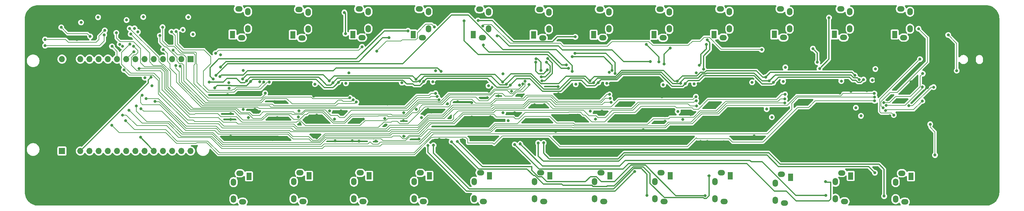
<source format=gbr>
%TF.GenerationSoftware,KiCad,Pcbnew,(7.0.0)*%
%TF.CreationDate,2023-05-02T23:46:26+03:00*%
%TF.ProjectId,24_channel_esp32_energy_meter,32345f63-6861-46e6-9e65-6c5f65737033,rev?*%
%TF.SameCoordinates,PX5ff2fd0PYa4fc540*%
%TF.FileFunction,Copper,L4,Bot*%
%TF.FilePolarity,Positive*%
%FSLAX46Y46*%
G04 Gerber Fmt 4.6, Leading zero omitted, Abs format (unit mm)*
G04 Created by KiCad (PCBNEW (7.0.0)) date 2023-05-02 23:46:26*
%MOMM*%
%LPD*%
G01*
G04 APERTURE LIST*
%TA.AperFunction,ComponentPad*%
%ADD10R,1.700000X1.700000*%
%TD*%
%TA.AperFunction,ComponentPad*%
%ADD11O,1.700000X1.700000*%
%TD*%
%TA.AperFunction,ComponentPad*%
%ADD12C,0.800000*%
%TD*%
%TA.AperFunction,ComponentPad*%
%ADD13C,6.400000*%
%TD*%
%TA.AperFunction,ComponentPad*%
%ADD14O,2.000000X1.500000*%
%TD*%
%TA.AperFunction,ComponentPad*%
%ADD15R,1.400000X2.000000*%
%TD*%
%TA.AperFunction,ComponentPad*%
%ADD16O,1.500000X2.000000*%
%TD*%
%TA.AperFunction,ViaPad*%
%ADD17C,0.800000*%
%TD*%
%TA.AperFunction,ViaPad*%
%ADD18C,1.000000*%
%TD*%
%TA.AperFunction,ViaPad*%
%ADD19C,1.500000*%
%TD*%
%TA.AperFunction,Conductor*%
%ADD20C,0.200000*%
%TD*%
%TA.AperFunction,Conductor*%
%ADD21C,0.300000*%
%TD*%
G04 APERTURE END LIST*
D10*
%TO.P,J3,1,Pin_1*%
%TO.N,unconnected-(J3-Pin_1-Pad1)*%
X46144999Y40799999D03*
D11*
%TO.P,J3,2,Pin_2*%
%TO.N,unconnected-(J3-Pin_2-Pad2)*%
X43604999Y40799999D03*
%TO.P,J3,3,Pin_3*%
%TO.N,unconnected-(J3-Pin_3-Pad3)*%
X41064999Y40799999D03*
%TO.P,J3,4,Pin_4*%
%TO.N,unconnected-(J3-Pin_4-Pad4)*%
X38524999Y40799999D03*
%TO.P,J3,5,Pin_5*%
%TO.N,unconnected-(J3-Pin_5-Pad5)*%
X35984999Y40799999D03*
%TO.P,J3,6,Pin_6*%
%TO.N,/~{CS8}*%
X33444999Y40799999D03*
%TO.P,J3,7,Pin_7*%
%TO.N,/~{CS7}*%
X30904999Y40799999D03*
%TO.P,J3,8,Pin_8*%
%TO.N,/ESP32/~{INT0}*%
X28364999Y40799999D03*
%TO.P,J3,9,Pin_9*%
%TO.N,/ESP32/~{INT1}*%
X25824999Y40799999D03*
%TO.P,J3,10,Pin_10*%
%TO.N,/ESP32/~{INT2}*%
X23284999Y40799999D03*
%TO.P,J3,11,Pin_11*%
%TO.N,/~{CS2}*%
X20744999Y40799999D03*
%TO.P,J3,12,Pin_12*%
%TO.N,unconnected-(J3-Pin_12-Pad12)*%
X18204999Y40799999D03*
%TO.P,J3,13,Pin_13*%
%TO.N,/~{CS1}*%
X15664999Y40799999D03*
%TO.P,J3,14,Pin_14*%
%TO.N,GND*%
X13124999Y40799999D03*
%TO.P,J3,15,Pin_15*%
%TO.N,unconnected-(J3-Pin_15-Pad15)*%
X10584999Y40799999D03*
%TD*%
D10*
%TO.P,J2,1,Pin_1*%
%TO.N,VDD*%
X10584999Y15399999D03*
D11*
%TO.P,J2,2,Pin_2*%
%TO.N,GND*%
X13124999Y15399999D03*
%TO.P,J2,3,Pin_3*%
%TO.N,/~{CS3}*%
X15664999Y15399999D03*
%TO.P,J2,4,Pin_4*%
%TO.N,/MOSI*%
X18204999Y15399999D03*
%TO.P,J2,5,Pin_5*%
%TO.N,/MISO*%
X20744999Y15399999D03*
%TO.P,J2,6,Pin_6*%
%TO.N,unconnected-(J2-Pin_6-Pad6)*%
X23284999Y15399999D03*
%TO.P,J2,7,Pin_7*%
%TO.N,unconnected-(J2-Pin_7-Pad7)*%
X25824999Y15399999D03*
%TO.P,J2,8,Pin_8*%
%TO.N,/SCLK*%
X28364999Y15399999D03*
%TO.P,J2,9,Pin_9*%
%TO.N,/~{CS4}*%
X30904999Y15399999D03*
%TO.P,J2,10,Pin_10*%
%TO.N,/~{CS5}*%
X33444999Y15399999D03*
%TO.P,J2,11,Pin_11*%
%TO.N,/~{CS6}*%
X35984999Y15399999D03*
%TO.P,J2,12,Pin_12*%
%TO.N,unconnected-(J2-Pin_12-Pad12)*%
X38524999Y15399999D03*
%TO.P,J2,13,Pin_13*%
%TO.N,unconnected-(J2-Pin_13-Pad13)*%
X41064999Y15399999D03*
%TO.P,J2,14,Pin_14*%
%TO.N,/ESP32/SDA*%
X43604999Y15399999D03*
%TO.P,J2,15,Pin_15*%
%TO.N,/ESP32/SCL*%
X46144999Y15399999D03*
%TD*%
D12*
%TO.P,H2,1,1*%
%TO.N,GND*%
X1600000Y52025000D03*
X2302944Y53722056D03*
X2302944Y50327944D03*
X4000000Y54425000D03*
D13*
X4000000Y52025000D03*
D12*
X4000000Y49625000D03*
X5697056Y53722056D03*
X5697056Y50327944D03*
X6400000Y52025000D03*
%TD*%
D14*
%TO.P,CT2-3,1,1*%
%TO.N,unconnected-(CT2-3-Pad1)*%
X176186639Y9374998D03*
D15*
%TO.P,CT2-3,2,2*%
%TO.N,unconnected-(CT2-3-Pad2)*%
X178706639Y8525106D03*
D16*
%TO.P,CT2-3,3,3*%
%TO.N,unconnected-(CT2-3-Pad3)*%
X174466640Y2225000D03*
D14*
%TO.P,CT2-3,4,4*%
%TO.N,/ATM90E32AS2/IB-*%
X176986640Y1474999D03*
D16*
%TO.P,CT2-3,5,5*%
%TO.N,/ATM90E32AS2/IB+*%
X174466640Y6924998D03*
%TD*%
D14*
%TO.P,CT2-2,1,1*%
%TO.N,unconnected-(CT2-2-Pad1)*%
X126277550Y9374998D03*
D15*
%TO.P,CT2-2,2,2*%
%TO.N,unconnected-(CT2-2-Pad2)*%
X128797550Y8525106D03*
D16*
%TO.P,CT2-2,3,3*%
%TO.N,unconnected-(CT2-2-Pad3)*%
X124557551Y2225000D03*
D14*
%TO.P,CT2-2,4,4*%
%TO.N,/ATM90E32AS1/IB-*%
X127077551Y1474999D03*
D16*
%TO.P,CT2-2,5,5*%
%TO.N,/ATM90E32AS1/IB+*%
X124557551Y6924998D03*
%TD*%
D14*
%TO.P,CT3-7,1,1*%
%TO.N,unconnected-(CT3-7-Pad1)*%
X193358804Y46750000D03*
D15*
%TO.P,CT3-7,2,2*%
%TO.N,unconnected-(CT3-7-Pad2)*%
X190838804Y47599892D03*
D16*
%TO.P,CT3-7,3,3*%
%TO.N,unconnected-(CT3-7-Pad3)*%
X195078803Y53899998D03*
D14*
%TO.P,CT3-7,4,4*%
%TO.N,/ATM90E32AS6/IC-*%
X192558803Y54649999D03*
D16*
%TO.P,CT3-7,5,5*%
%TO.N,/ATM90E32AS6/IC+*%
X195078803Y49200000D03*
%TD*%
D14*
%TO.P,CT1-1,1,1*%
%TO.N,unconnected-(CT1-1-Pad1)*%
X59732098Y9249998D03*
D15*
%TO.P,CT1-1,2,2*%
%TO.N,unconnected-(CT1-1-Pad2)*%
X62252098Y8400106D03*
D16*
%TO.P,CT1-1,3,3*%
%TO.N,unconnected-(CT1-1-Pad3)*%
X58012099Y2100000D03*
D14*
%TO.P,CT1-1,4,4*%
%TO.N,/ATM90E32AS/IA-*%
X60532099Y1349999D03*
D16*
%TO.P,CT1-1,5,5*%
%TO.N,/ATM90E32AS/IA+*%
X58012099Y6799998D03*
%TD*%
D14*
%TO.P,CT3-4,1,1*%
%TO.N,unconnected-(CT3-4-Pad1)*%
X242732098Y9249998D03*
D15*
%TO.P,CT3-4,2,2*%
%TO.N,unconnected-(CT3-4-Pad2)*%
X245252098Y8400106D03*
D16*
%TO.P,CT3-4,3,3*%
%TO.N,unconnected-(CT3-4-Pad3)*%
X241012099Y2100000D03*
D14*
%TO.P,CT3-4,4,4*%
%TO.N,/ATM90E32AS3/IC-*%
X243532099Y1349999D03*
D16*
%TO.P,CT3-4,5,5*%
%TO.N,/ATM90E32AS3/IC+*%
X241012099Y6799998D03*
%TD*%
D14*
%TO.P,CT2-4,1,1*%
%TO.N,unconnected-(CT2-4-Pad1)*%
X226095728Y9349998D03*
D15*
%TO.P,CT2-4,2,2*%
%TO.N,unconnected-(CT2-4-Pad2)*%
X228615728Y8500106D03*
D16*
%TO.P,CT2-4,3,3*%
%TO.N,unconnected-(CT2-4-Pad3)*%
X224375729Y2200000D03*
D14*
%TO.P,CT2-4,4,4*%
%TO.N,/ATM90E32AS3/IB-*%
X226895729Y1449999D03*
D16*
%TO.P,CT2-4,5,5*%
%TO.N,/ATM90E32AS3/IB+*%
X224375729Y6899998D03*
%TD*%
D14*
%TO.P,CT1-7,1,1*%
%TO.N,unconnected-(CT1-7-Pad1)*%
X160086078Y46700000D03*
D15*
%TO.P,CT1-7,2,2*%
%TO.N,unconnected-(CT1-7-Pad2)*%
X157566078Y47549892D03*
D16*
%TO.P,CT1-7,3,3*%
%TO.N,unconnected-(CT1-7-Pad3)*%
X161806077Y53849998D03*
D14*
%TO.P,CT1-7,4,4*%
%TO.N,/ATM90E32AS6/IA-*%
X159286077Y54599999D03*
D16*
%TO.P,CT1-7,5,5*%
%TO.N,/ATM90E32AS6/IA+*%
X161806077Y49150000D03*
%TD*%
D14*
%TO.P,CT1-4,1,1*%
%TO.N,unconnected-(CT1-4-Pad1)*%
X209459365Y8949998D03*
D15*
%TO.P,CT1-4,2,2*%
%TO.N,unconnected-(CT1-4-Pad2)*%
X211979365Y8100106D03*
D16*
%TO.P,CT1-4,3,3*%
%TO.N,unconnected-(CT1-4-Pad3)*%
X207739366Y1800000D03*
D14*
%TO.P,CT1-4,4,4*%
%TO.N,/ATM90E32AS3/IA-*%
X210259366Y1049999D03*
D16*
%TO.P,CT1-4,5,5*%
%TO.N,/ATM90E32AS3/IA+*%
X207739366Y6499998D03*
%TD*%
D14*
%TO.P,CT3-1,1,1*%
%TO.N,unconnected-(CT3-1-Pad1)*%
X93004824Y9374998D03*
D15*
%TO.P,CT3-1,2,2*%
%TO.N,unconnected-(CT3-1-Pad2)*%
X95524824Y8525106D03*
D16*
%TO.P,CT3-1,3,3*%
%TO.N,unconnected-(CT3-1-Pad3)*%
X91284825Y2225000D03*
D14*
%TO.P,CT3-1,4,4*%
%TO.N,/ATM90E32AS/IC-*%
X93804825Y1474999D03*
D16*
%TO.P,CT3-1,5,5*%
%TO.N,/ATM90E32AS/IC+*%
X91284825Y6924998D03*
%TD*%
D12*
%TO.P,H1,1,1*%
%TO.N,GND*%
X1600000Y4025000D03*
X2302944Y5722056D03*
X2302944Y2327944D03*
X4000000Y6425000D03*
D13*
X4000000Y4025000D03*
D12*
X4000000Y1625000D03*
X5697056Y5722056D03*
X5697056Y2327944D03*
X6400000Y4025000D03*
%TD*%
D14*
%TO.P,CT2-7,1,1*%
%TO.N,unconnected-(CT2-7-Pad1)*%
X176722441Y46700000D03*
D15*
%TO.P,CT2-7,2,2*%
%TO.N,unconnected-(CT2-7-Pad2)*%
X174202441Y47549892D03*
D16*
%TO.P,CT2-7,3,3*%
%TO.N,unconnected-(CT2-7-Pad3)*%
X178442440Y53849998D03*
D14*
%TO.P,CT2-7,4,4*%
%TO.N,/ATM90E32AS6/IB-*%
X175922440Y54599999D03*
D16*
%TO.P,CT2-7,5,5*%
%TO.N,/ATM90E32AS6/IB+*%
X178442440Y49150000D03*
%TD*%
D14*
%TO.P,CT1-6,1,1*%
%TO.N,unconnected-(CT1-6-Pad1)*%
X110176989Y46750000D03*
D15*
%TO.P,CT1-6,2,2*%
%TO.N,unconnected-(CT1-6-Pad2)*%
X107656989Y47599892D03*
D16*
%TO.P,CT1-6,3,3*%
%TO.N,unconnected-(CT1-6-Pad3)*%
X111896988Y53899998D03*
D14*
%TO.P,CT1-6,4,4*%
%TO.N,/ATM90E32AS5/IA-*%
X109376988Y54649999D03*
D16*
%TO.P,CT1-6,5,5*%
%TO.N,/ATM90E32AS5/IA+*%
X111896988Y49200000D03*
%TD*%
D14*
%TO.P,CT1-5,1,1*%
%TO.N,unconnected-(CT1-5-Pad1)*%
X60267900Y46750000D03*
D15*
%TO.P,CT1-5,2,2*%
%TO.N,unconnected-(CT1-5-Pad2)*%
X57747900Y47599892D03*
D16*
%TO.P,CT1-5,3,3*%
%TO.N,unconnected-(CT1-5-Pad3)*%
X61987899Y53899998D03*
D14*
%TO.P,CT1-5,4,4*%
%TO.N,/ATM90E32AS4/IA-*%
X59467899Y54649999D03*
D16*
%TO.P,CT1-5,5,5*%
%TO.N,/ATM90E32AS4/IA+*%
X61987899Y49200000D03*
%TD*%
D12*
%TO.P,H3,1,1*%
%TO.N,GND*%
X263600000Y4000000D03*
X264302944Y5697056D03*
X264302944Y2302944D03*
X266000000Y6400000D03*
D13*
X266000000Y4000000D03*
D12*
X266000000Y1600000D03*
X267697056Y5697056D03*
X267697056Y2302944D03*
X268400000Y4000000D03*
%TD*%
D14*
%TO.P,CT3-5,1,1*%
%TO.N,unconnected-(CT3-5-Pad1)*%
X93540626Y46750000D03*
D15*
%TO.P,CT3-5,2,2*%
%TO.N,unconnected-(CT3-5-Pad2)*%
X91020626Y47599892D03*
D16*
%TO.P,CT3-5,3,3*%
%TO.N,unconnected-(CT3-5-Pad3)*%
X95260625Y53899998D03*
D14*
%TO.P,CT3-5,4,4*%
%TO.N,/ATM90E32AS4/IC-*%
X92740625Y54649999D03*
D16*
%TO.P,CT3-5,5,5*%
%TO.N,/ATM90E32AS4/IC+*%
X95260625Y49200000D03*
%TD*%
D14*
%TO.P,CT3-2,1,1*%
%TO.N,unconnected-(CT3-2-Pad1)*%
X142913913Y9374998D03*
D15*
%TO.P,CT3-2,2,2*%
%TO.N,unconnected-(CT3-2-Pad2)*%
X145433913Y8525106D03*
D16*
%TO.P,CT3-2,3,3*%
%TO.N,unconnected-(CT3-2-Pad3)*%
X141193914Y2225000D03*
D14*
%TO.P,CT3-2,4,4*%
%TO.N,/ATM90E32AS1/IC-*%
X143713914Y1474999D03*
D16*
%TO.P,CT3-2,5,5*%
%TO.N,/ATM90E32AS1/IC+*%
X141193914Y6924998D03*
%TD*%
D12*
%TO.P,H4,1,1*%
%TO.N,GND*%
X263600000Y52000000D03*
X264302944Y53697056D03*
X264302944Y50302944D03*
X266000000Y54400000D03*
D13*
X266000000Y52000000D03*
D12*
X266000000Y49600000D03*
X267697056Y53697056D03*
X267697056Y50302944D03*
X268400000Y52000000D03*
%TD*%
D14*
%TO.P,CT2-6,1,1*%
%TO.N,unconnected-(CT2-6-Pad1)*%
X126813352Y46700000D03*
D15*
%TO.P,CT2-6,2,2*%
%TO.N,unconnected-(CT2-6-Pad2)*%
X124293352Y47549892D03*
D16*
%TO.P,CT2-6,3,3*%
%TO.N,unconnected-(CT2-6-Pad3)*%
X128533351Y53849998D03*
D14*
%TO.P,CT2-6,4,4*%
%TO.N,/ATM90E32AS5/IB-*%
X126013351Y54599999D03*
D16*
%TO.P,CT2-6,5,5*%
%TO.N,/ATM90E32AS5/IB+*%
X128533351Y49150000D03*
%TD*%
D14*
%TO.P,CT3-6,1,1*%
%TO.N,unconnected-(CT3-6-Pad1)*%
X143449715Y46650000D03*
D15*
%TO.P,CT3-6,2,2*%
%TO.N,unconnected-(CT3-6-Pad2)*%
X140929715Y47499892D03*
D16*
%TO.P,CT3-6,3,3*%
%TO.N,unconnected-(CT3-6-Pad3)*%
X145169714Y53799998D03*
D14*
%TO.P,CT3-6,4,4*%
%TO.N,/ATM90E32AS5/IC-*%
X142649714Y54549999D03*
D16*
%TO.P,CT3-6,5,5*%
%TO.N,/ATM90E32AS5/IC+*%
X145169714Y49100000D03*
%TD*%
D14*
%TO.P,CT2-5,1,1*%
%TO.N,unconnected-(CT2-5-Pad1)*%
X76904263Y46650000D03*
D15*
%TO.P,CT2-5,2,2*%
%TO.N,unconnected-(CT2-5-Pad2)*%
X74384263Y47499892D03*
D16*
%TO.P,CT2-5,3,3*%
%TO.N,unconnected-(CT2-5-Pad3)*%
X78624262Y53799998D03*
D14*
%TO.P,CT2-5,4,4*%
%TO.N,/ATM90E32AS4/IB-*%
X76104262Y54549999D03*
D16*
%TO.P,CT2-5,5,5*%
%TO.N,/ATM90E32AS4/IB+*%
X78624262Y49100000D03*
%TD*%
D14*
%TO.P,CT1-2,1,1*%
%TO.N,unconnected-(CT1-2-Pad1)*%
X109641187Y9374998D03*
D15*
%TO.P,CT1-2,2,2*%
%TO.N,unconnected-(CT1-2-Pad2)*%
X112161187Y8525106D03*
D16*
%TO.P,CT1-2,3,3*%
%TO.N,unconnected-(CT1-2-Pad3)*%
X107921188Y2225000D03*
D14*
%TO.P,CT1-2,4,4*%
%TO.N,/ATM90E32AS1/IA-*%
X110441188Y1474999D03*
D16*
%TO.P,CT1-2,5,5*%
%TO.N,/ATM90E32AS1/IA+*%
X107921188Y6924998D03*
%TD*%
D14*
%TO.P,CT1-3,1,1*%
%TO.N,unconnected-(CT1-3-Pad1)*%
X159550276Y9374998D03*
D15*
%TO.P,CT1-3,2,2*%
%TO.N,unconnected-(CT1-3-Pad2)*%
X162070276Y8525106D03*
D16*
%TO.P,CT1-3,3,3*%
%TO.N,unconnected-(CT1-3-Pad3)*%
X157830277Y2225000D03*
D14*
%TO.P,CT1-3,4,4*%
%TO.N,/ATM90E32AS2/IA-*%
X160350277Y1474999D03*
D16*
%TO.P,CT1-3,5,5*%
%TO.N,/ATM90E32AS2/IA+*%
X157830277Y6924998D03*
%TD*%
D14*
%TO.P,CT3-8,1,1*%
%TO.N,unconnected-(CT3-8-Pad1)*%
X243267900Y46750000D03*
D15*
%TO.P,CT3-8,2,2*%
%TO.N,unconnected-(CT3-8-Pad2)*%
X240747900Y47599892D03*
D16*
%TO.P,CT3-8,3,3*%
%TO.N,unconnected-(CT3-8-Pad3)*%
X244987899Y53899998D03*
D14*
%TO.P,CT3-8,4,4*%
%TO.N,/ATM90E32AS7_Voltage_Sense/IC-*%
X242467899Y54649999D03*
D16*
%TO.P,CT3-8,5,5*%
%TO.N,/ATM90E32AS7_Voltage_Sense/IC+*%
X244987899Y49200000D03*
%TD*%
D14*
%TO.P,CT3-3,1,1*%
%TO.N,unconnected-(CT3-3-Pad1)*%
X192823002Y9374998D03*
D15*
%TO.P,CT3-3,2,2*%
%TO.N,unconnected-(CT3-3-Pad2)*%
X195343002Y8525106D03*
D16*
%TO.P,CT3-3,3,3*%
%TO.N,unconnected-(CT3-3-Pad3)*%
X191103003Y2225000D03*
D14*
%TO.P,CT3-3,4,4*%
%TO.N,/ATM90E32AS2/IC-*%
X193623003Y1474999D03*
D16*
%TO.P,CT3-3,5,5*%
%TO.N,/ATM90E32AS2/IC+*%
X191103003Y6924998D03*
%TD*%
D14*
%TO.P,CT1-8,1,1*%
%TO.N,unconnected-(CT1-8-Pad1)*%
X209995167Y46775000D03*
D15*
%TO.P,CT1-8,2,2*%
%TO.N,unconnected-(CT1-8-Pad2)*%
X207475167Y47624892D03*
D16*
%TO.P,CT1-8,3,3*%
%TO.N,unconnected-(CT1-8-Pad3)*%
X211715166Y53924998D03*
D14*
%TO.P,CT1-8,4,4*%
%TO.N,/ATM90E32AS7_Voltage_Sense/IA-*%
X209195166Y54674999D03*
D16*
%TO.P,CT1-8,5,5*%
%TO.N,/ATM90E32AS7_Voltage_Sense/IA+*%
X211715166Y49225000D03*
%TD*%
D14*
%TO.P,CT2-1,1,1*%
%TO.N,unconnected-(CT2-1-Pad1)*%
X76368461Y9374998D03*
D15*
%TO.P,CT2-1,2,2*%
%TO.N,unconnected-(CT2-1-Pad2)*%
X78888461Y8525106D03*
D16*
%TO.P,CT2-1,3,3*%
%TO.N,unconnected-(CT2-1-Pad3)*%
X74648462Y2225000D03*
D14*
%TO.P,CT2-1,4,4*%
%TO.N,/ATM90E32AS/IB-*%
X77168462Y1474999D03*
D16*
%TO.P,CT2-1,5,5*%
%TO.N,/ATM90E32AS/IB+*%
X74648462Y6924998D03*
%TD*%
D14*
%TO.P,CT2-8,1,1*%
%TO.N,unconnected-(CT2-8-Pad1)*%
X226631530Y46775000D03*
D15*
%TO.P,CT2-8,2,2*%
%TO.N,unconnected-(CT2-8-Pad2)*%
X224111530Y47624892D03*
D16*
%TO.P,CT2-8,3,3*%
%TO.N,unconnected-(CT2-8-Pad3)*%
X228351529Y53924998D03*
D14*
%TO.P,CT2-8,4,4*%
%TO.N,/ATM90E32AS7_Voltage_Sense/IB-*%
X225831529Y54674999D03*
D16*
%TO.P,CT2-8,5,5*%
%TO.N,/ATM90E32AS7_Voltage_Sense/IB+*%
X228351529Y49225000D03*
%TD*%
D17*
%TO.N,GND*%
X81030001Y23725000D03*
X201880000Y24225000D03*
X208930000Y26150000D03*
X57200000Y19450000D03*
X188942500Y18000000D03*
X157215000Y19075000D03*
X100155001Y22600000D03*
X13015000Y51225000D03*
X57200000Y25755000D03*
X93905001Y24250000D03*
X245350000Y32575000D03*
D18*
X263900000Y17300000D03*
D17*
X147767500Y23950000D03*
X131192500Y30625000D03*
X201880000Y25830000D03*
X129017500Y24880000D03*
X80605001Y32375000D03*
X90805001Y18175000D03*
X76115000Y26500500D03*
X233200000Y27350000D03*
X171892500Y24375000D03*
X114044400Y34374353D03*
X245250000Y34500000D03*
X81030001Y19025000D03*
X177292500Y25180000D03*
X69400000Y29075000D03*
X134890000Y31875500D03*
X235521329Y35052568D03*
X251750000Y30350000D03*
X114830001Y18587500D03*
X138792500Y17725000D03*
X123880001Y32112500D03*
X153142500Y19000000D03*
X88080001Y25650000D03*
X213530000Y18650000D03*
X190167500Y24100000D03*
X164792500Y18125000D03*
X153142500Y25305000D03*
X245275000Y25275000D03*
X153142500Y23700000D03*
X169417500Y18075000D03*
X241451731Y29514644D03*
X220630000Y24900000D03*
X160192500Y25625000D03*
X196117500Y31550000D03*
X137614703Y30582673D03*
X135692500Y26025000D03*
X166017500Y24225000D03*
X256250000Y24850000D03*
D18*
X259115000Y8650000D03*
D17*
X196042500Y24250000D03*
X183815000Y31175000D03*
X63745000Y31505000D03*
X56325000Y30975000D03*
X208555000Y26975000D03*
X225650000Y31425000D03*
X251415000Y39325000D03*
X176867500Y32225000D03*
X99755001Y33625000D03*
X136067500Y25200000D03*
X171640000Y33612500D03*
X141217500Y28200000D03*
X145292500Y17650000D03*
X162140610Y34023612D03*
X251565000Y50975000D03*
X211655000Y18675000D03*
X248025000Y24250000D03*
X250050000Y17125000D03*
X129017500Y23275000D03*
X100565000Y28350000D03*
X97305001Y18100000D03*
D18*
X265500000Y14800000D03*
D17*
X220605000Y34125000D03*
X184342500Y25500000D03*
X75925000Y34050000D03*
X242800000Y18975000D03*
X147742500Y33175000D03*
X165342500Y28625000D03*
X68850000Y18575000D03*
X162917500Y18150000D03*
X70075000Y24675000D03*
X216806731Y29139644D03*
X134092500Y17725000D03*
X257275000Y25150000D03*
X93230001Y28650000D03*
X76325000Y23025000D03*
X72126731Y29064644D03*
X238725000Y29525000D03*
X233065000Y32125000D03*
D19*
X264460000Y28450000D03*
D17*
X152267500Y30525000D03*
X201455000Y32875000D03*
X129017500Y18575000D03*
X177292500Y23575000D03*
X116705001Y18562500D03*
X171756143Y30622681D03*
X181365000Y18950000D03*
X59375000Y31500000D03*
X28290000Y47050000D03*
X204055000Y31575000D03*
X83205001Y31075000D03*
X107230001Y31487500D03*
X99780001Y24400000D03*
X65550705Y31223843D03*
X201005000Y31050000D03*
X226100000Y33250000D03*
X117930001Y24662500D03*
X66975000Y18600000D03*
X176417500Y30400000D03*
X193567500Y17950000D03*
X128592500Y31925000D03*
X99855001Y31700000D03*
X76025000Y32125000D03*
X123805001Y24812500D03*
X252690000Y35625000D03*
X245650000Y23475000D03*
D18*
X267100000Y17300000D03*
D17*
X92680001Y18150000D03*
X81030001Y25330000D03*
X111615000Y31675000D03*
X123780001Y34037500D03*
X187067500Y18025000D03*
X95956732Y28639644D03*
X105055001Y19437500D03*
X171240000Y21225000D03*
X111730001Y26887500D03*
X155317500Y31050000D03*
X214080000Y29150000D03*
X186440000Y34000000D03*
X75950000Y24825000D03*
X57200000Y24150000D03*
X257275000Y26825000D03*
X231600000Y19050000D03*
X80155001Y30550000D03*
X147065000Y20825000D03*
X201880000Y19525000D03*
X239400000Y25125000D03*
X192219231Y28489644D03*
X249790000Y32925000D03*
X214755000Y24750000D03*
X168069231Y28614644D03*
X251290000Y45975000D03*
X208440000Y31675000D03*
X14715000Y46250000D03*
X147842500Y31250000D03*
X179467500Y30925000D03*
X128142500Y30100000D03*
X119981732Y29052144D03*
X143944231Y28189644D03*
X147915000Y25150000D03*
X104180001Y30962500D03*
X189492500Y28500000D03*
X104965000Y23750000D03*
X233575000Y26525000D03*
X73475000Y18525000D03*
X220865000Y28000000D03*
X89550000Y30850000D03*
X226525000Y24600000D03*
X112690000Y26150000D03*
X121330001Y18512500D03*
X196090000Y25875000D03*
X249550000Y25750000D03*
X105015000Y25975500D03*
X56775000Y32800000D03*
X211065000Y34400000D03*
X123815000Y28774500D03*
X177292500Y18875000D03*
X63875000Y26900000D03*
X251800000Y31825000D03*
X221005000Y23100000D03*
X196417500Y22450000D03*
X238175000Y19025000D03*
X87705001Y26475000D03*
D18*
X261640000Y10425000D03*
D17*
X226525000Y26205000D03*
X226525000Y19900000D03*
X141892500Y23800000D03*
X218155000Y18600000D03*
X152717500Y32350000D03*
X117180734Y28409266D03*
X109265000Y18700000D03*
X64250000Y26075000D03*
X40940000Y47050000D03*
X228700000Y31950000D03*
X159690000Y31150000D03*
X104630001Y32787500D03*
X87600000Y31100000D03*
X140667500Y17700000D03*
X62275000Y18600000D03*
X86105001Y18175000D03*
X124180001Y23012500D03*
X159817500Y26450000D03*
X171893000Y26025000D03*
X183967500Y26325000D03*
X251725000Y28975000D03*
D18*
X259090000Y12075000D03*
D17*
X220705000Y32200000D03*
X254100000Y19650000D03*
X41365000Y50950000D03*
X26240000Y50950000D03*
X236300000Y19050000D03*
X196017500Y33475000D03*
X206955000Y18675000D03*
%TO.N,VDD*%
X85955001Y24237500D03*
X113105001Y34512500D03*
X20565000Y52375000D03*
X80505001Y33875000D03*
X133942500Y23787500D03*
X235425000Y38075000D03*
X84530001Y26475000D03*
X60675000Y37650000D03*
X234575000Y34975000D03*
X182217500Y24087500D03*
X156642500Y26450000D03*
X210540000Y38525000D03*
X132450000Y36750000D03*
X206805000Y24737500D03*
X113875000Y37600000D03*
X89900000Y36975000D03*
X65250000Y34525000D03*
X33065000Y52450000D03*
X161192500Y34075000D03*
X108555001Y26887500D03*
X15865000Y50950000D03*
X109980001Y24650000D03*
X209930000Y34600000D03*
X185875000Y37025000D03*
X60700000Y26900000D03*
X158067500Y24212500D03*
X251900000Y14275000D03*
X180792500Y26325000D03*
X161890000Y37150000D03*
X137067500Y33650000D03*
X176767500Y33725000D03*
X62125000Y24662500D03*
X132517500Y26025000D03*
X250575000Y22800000D03*
X152617500Y33850000D03*
X89080001Y34100000D03*
X201355000Y34375000D03*
X45490000Y52425000D03*
X226000000Y34750000D03*
X231450000Y25112500D03*
X128492500Y33425000D03*
X28440000Y51600000D03*
X104530001Y34287500D03*
X56675000Y34300000D03*
X230025000Y27350000D03*
X205380000Y26975000D03*
X185342500Y33950000D03*
%TO.N,/ATM90E32AS2/IB-*%
X113290000Y16975000D03*
X172315000Y3100000D03*
%TO.N,/ATM90E32AS2/IB+*%
X111740000Y16925000D03*
X168865000Y9700000D03*
%TO.N,/ATM90E32AS3/IB-*%
X221740000Y3100000D03*
X137265000Y17350000D03*
%TO.N,/ATM90E32AS3/IB+*%
X221650001Y6899999D03*
X135715000Y17200000D03*
%TO.N,/ATM90E32AS4/IB-*%
X142990000Y37650000D03*
X141640000Y40900000D03*
%TO.N,/ATM90E32AS4/IB+*%
X144790000Y37825000D03*
X141565000Y39950000D03*
%TO.N,/ATM90E32AS5/IB-*%
X121765000Y51374500D03*
X150640000Y38250000D03*
%TO.N,/ATM90E32AS5/IB+*%
X127040000Y44725000D03*
X150015000Y39175500D03*
%TO.N,/ATM90E32AS6/IB-*%
X178740000Y43875000D03*
X177040000Y39475000D03*
%TO.N,/ATM90E32AS6/IB+*%
X175565000Y40050000D03*
X172090000Y44850000D03*
%TO.N,/ATM90E32AS2/IC-*%
X188340000Y3025000D03*
X119865000Y18025000D03*
%TO.N,/ATM90E32AS2/IC+*%
X189453003Y8575000D03*
X118265000Y17975000D03*
%TO.N,/ATM90E32AS3/IC-*%
X143740000Y17650000D03*
X237840000Y2925000D03*
%TO.N,/ATM90E32AS3/IC+*%
X235275000Y9390000D03*
X142215000Y17625000D03*
%TO.N,/ATM90E32AS4/IC-*%
X88640000Y53700000D03*
X144840000Y40975000D03*
X88940000Y47825000D03*
X143265000Y34775000D03*
%TO.N,/ATM90E32AS4/IC+*%
X144465000Y39975000D03*
X143090000Y35925000D03*
%TO.N,/ATM90E32AS5/IC-*%
X163450000Y36800000D03*
X152340000Y42425000D03*
%TO.N,/ATM90E32AS5/IC+*%
X151615000Y41450000D03*
X162662642Y37701887D03*
%TO.N,/ATM90E32AS6/IC-*%
X187940000Y37975000D03*
X188915000Y46150000D03*
%TO.N,/ATM90E32AS6/IC+*%
X188690000Y44875000D03*
X186715000Y39075000D03*
%TO.N,/CH1_WARN*%
X40840000Y48350000D03*
X67850000Y34425000D03*
%TO.N,/CH1_IRQ0*%
X66750000Y31400000D03*
X38390000Y49650000D03*
%TO.N,/CH1_IRQ1*%
X66400000Y34450000D03*
X42177500Y48437500D03*
%TO.N,/SCLK*%
X158825000Y34325000D03*
X110575000Y34625000D03*
X62700000Y34600000D03*
X207225000Y34350000D03*
X52815000Y32825000D03*
X134525000Y33600000D03*
X182875000Y34025000D03*
X232150000Y35150000D03*
X87000000Y34400000D03*
%TO.N,/MISO*%
X133450000Y33875000D03*
X181625000Y34125000D03*
X230925000Y35125000D03*
X157575000Y34275000D03*
X109475000Y34675000D03*
X61600000Y34800000D03*
X206075000Y34775000D03*
X85500000Y34275000D03*
X51265000Y34450000D03*
%TO.N,/MOSI*%
X84475000Y34775000D03*
X180650000Y34700000D03*
X108450000Y35200000D03*
X156525000Y34800000D03*
X60500000Y35300000D03*
X205125000Y35825000D03*
X132400000Y34425000D03*
X229750000Y36300000D03*
%TO.N,/CH2_WARN*%
X91965000Y28925000D03*
X46790000Y47675000D03*
X43215000Y38824500D03*
%TO.N,/CH2_IRQ0*%
X91040000Y29575000D03*
X37640000Y47300000D03*
%TO.N,/CH2_IRQ1*%
X41290000Y43300000D03*
X90174877Y30135099D03*
%TO.N,/CH3_WARN*%
X29315000Y49300000D03*
X114790000Y29575000D03*
%TO.N,/CH3_IRQ0*%
X38565000Y43450000D03*
X114290000Y30450000D03*
%TO.N,/CH3_IRQ1*%
X43990000Y48875000D03*
X42040000Y39000000D03*
X113840000Y31350000D03*
%TO.N,/~{CS3}*%
X35215000Y35775000D03*
%TO.N,/CH4_WARN*%
X31915000Y38200000D03*
X139690000Y33800000D03*
%TO.N,/CH4_IRQ0*%
X25615000Y48075000D03*
X138570429Y34706419D03*
%TO.N,/CH4_IRQ1*%
X137957278Y33981436D03*
X29590000Y47725000D03*
%TO.N,/~{CS4}*%
X54290000Y36000000D03*
X115350000Y37400000D03*
%TO.N,/CH5_WARN*%
X31573814Y48339024D03*
X162390000Y28900000D03*
X27290000Y44325000D03*
X27730734Y37840734D03*
%TO.N,/CH5_IRQ0*%
X162090000Y29925000D03*
X29390000Y44950000D03*
%TO.N,/CH5_IRQ1*%
X161915000Y31050000D03*
X30390000Y44400000D03*
%TO.N,/~{CS5}*%
X151625000Y37400000D03*
X53165000Y36300000D03*
%TO.N,/CH6_WARN*%
X32715000Y30775000D03*
X185965000Y27875000D03*
%TO.N,/CH6_IRQ0*%
X185915000Y29325000D03*
X26536468Y44902708D03*
X30665000Y49300000D03*
X33465000Y35675000D03*
X35465000Y33475000D03*
X36265000Y29125000D03*
%TO.N,/CH6_IRQ1*%
X33840000Y29900000D03*
X185815000Y30400000D03*
%TO.N,/~{CS6}*%
X130875000Y47275000D03*
X173200000Y40125000D03*
X106225000Y48625000D03*
X52390000Y35300000D03*
X32290000Y19175000D03*
%TO.N,/CH7_WARN*%
X10390000Y49575000D03*
X29090000Y26625000D03*
X18390000Y47075000D03*
X210415000Y28675000D03*
%TO.N,/CH7_IRQ0*%
X210415000Y29825000D03*
X31165000Y27850000D03*
%TO.N,/CH7_IRQ1*%
X210440000Y31075000D03*
X32440000Y27125000D03*
%TO.N,/~{CS7}*%
X125590000Y51475000D03*
X152490000Y46950000D03*
X54415000Y41950000D03*
X54415000Y38575000D03*
X100965000Y46700000D03*
%TO.N,/CH8_WARN*%
X24390000Y22500000D03*
X5915000Y46225000D03*
X22415000Y48725000D03*
X235215000Y29275000D03*
%TO.N,/CH8_IRQ0*%
X235215000Y30275000D03*
X5915500Y44525000D03*
X28165000Y23800000D03*
X22265000Y47525000D03*
%TO.N,/CH8_IRQ1*%
X235140000Y31300000D03*
X27290000Y25325000D03*
%TO.N,/~{CS8}*%
X97615000Y43025000D03*
X93515000Y44200000D03*
X53040000Y42425000D03*
X113515000Y49725000D03*
X126893693Y49975500D03*
X204015000Y43400000D03*
%TO.N,/ESP32/~{INT0}*%
X30465000Y42800000D03*
%TO.N,/ESP32/~{INT1}*%
X24415000Y44350000D03*
%TO.N,/ATM90E32AS7_Voltage_Sense/IB+*%
X219375000Y39950000D03*
X218150000Y43700000D03*
%TO.N,/ATM90E32AS7_Voltage_Sense/IB-*%
X220000000Y38200000D03*
X222600000Y52275000D03*
%TO.N,VA+*%
X257890000Y37625000D03*
X255565000Y47475000D03*
%TO.N,/ATM90E32AS7_Voltage_Sense/V1P*%
X240515000Y25350000D03*
X247740000Y40800000D03*
%TO.N,Net-(IC8-V1N)*%
X248390000Y29225000D03*
X238267475Y26574500D03*
%TO.N,Net-(IC8-V2N)*%
X238415000Y28000000D03*
X248415000Y33075000D03*
%TO.N,Net-(IC8-V3N)*%
X248515000Y36800000D03*
X237715000Y28750000D03*
%TO.N,/ATM90E32AS7_Voltage_Sense/V2P*%
X237540000Y27325000D03*
X247340000Y49200000D03*
%TO.N,/ATM90E32AS7_Voltage_Sense/V3P*%
X251515000Y33050000D03*
X244690000Y27900000D03*
%TD*%
D20*
%TO.N,/CH1_IRQ0*%
X66750000Y31035000D02*
X66750000Y31400000D01*
X65765000Y30050000D02*
X66750000Y31035000D01*
X51015000Y30050000D02*
X65765000Y30050000D01*
X47065000Y34000000D02*
X51015000Y30050000D01*
X47065000Y39125000D02*
X47065000Y34000000D01*
X47375000Y39435000D02*
X47065000Y39125000D01*
X47375000Y41241270D02*
X47375000Y39435000D01*
X47390000Y41256270D02*
X47375000Y41241270D01*
X47390000Y41960000D02*
X47390000Y41256270D01*
X41515000Y44325000D02*
X43440000Y42400000D01*
X39890000Y44325000D02*
X41515000Y44325000D01*
X46950000Y42400000D02*
X47390000Y41960000D01*
X38390000Y45825000D02*
X39890000Y44325000D01*
X43440000Y42400000D02*
X46950000Y42400000D01*
X38390000Y49650000D02*
X38390000Y45825000D01*
%TO.N,/CH1_WARN*%
X41865000Y47325000D02*
X40840000Y48350000D01*
X41865000Y44725000D02*
X41865000Y47325000D01*
X43815000Y42775000D02*
X41865000Y44725000D01*
X43815000Y42750000D02*
X43815000Y42775000D01*
X47467486Y42750000D02*
X43815000Y42750000D01*
X47740000Y42477486D02*
X47467486Y42750000D01*
X47740000Y41111295D02*
X47740000Y42477486D01*
X47725000Y41096295D02*
X47740000Y41111295D01*
X47725000Y39563705D02*
X47725000Y41096295D01*
X58115000Y31625000D02*
X50665000Y31625000D01*
X58965000Y32475000D02*
X58115000Y31625000D01*
X50665000Y31625000D02*
X47940000Y34350000D01*
X47940000Y34350000D02*
X47940000Y39348705D01*
X65440000Y32475000D02*
X58965000Y32475000D01*
X47940000Y39348705D02*
X47725000Y39563705D01*
X67390000Y34425000D02*
X65440000Y32475000D01*
X67850000Y34425000D02*
X67390000Y34425000D01*
%TO.N,VDD*%
X251900000Y20650000D02*
X250575000Y21975000D01*
X251900000Y14275000D02*
X251900000Y20650000D01*
X250575000Y21975000D02*
X250575000Y22800000D01*
D21*
%TO.N,/ATM90E32AS2/IB-*%
X172315000Y8975000D02*
X170740000Y10550000D01*
X168640000Y10550000D02*
X163015000Y4925000D01*
X123190000Y4925000D02*
X113290000Y14825000D01*
X113290000Y14825000D02*
X113290000Y16975000D01*
X172315000Y3100000D02*
X172315000Y8975000D01*
X163015000Y4925000D02*
X123190000Y4925000D01*
X170740000Y10550000D02*
X168640000Y10550000D01*
%TO.N,/ATM90E32AS2/IB+*%
X122440000Y4325000D02*
X163490000Y4325000D01*
X111740000Y16925000D02*
X111740000Y15025000D01*
X111740000Y15025000D02*
X122440000Y4325000D01*
X163490000Y4325000D02*
X168865000Y9700000D01*
%TO.N,/ATM90E32AS3/IB-*%
X166290000Y12800000D02*
X200715000Y12800000D01*
X164740000Y11250000D02*
X166290000Y12800000D01*
X137265000Y17350000D02*
X143365000Y11250000D01*
X201115000Y12400000D02*
X204115000Y12400000D01*
X137265000Y17350000D02*
X137265000Y17650000D01*
X213415000Y3100000D02*
X221740000Y3100000D01*
X143365000Y11250000D02*
X164740000Y11250000D01*
X204115000Y12400000D02*
X213415000Y3100000D01*
X200715000Y12800000D02*
X201115000Y12400000D01*
%TO.N,/ATM90E32AS3/IB+*%
X199890000Y11925000D02*
X207515000Y4300000D01*
X135715000Y17200000D02*
X142490001Y10424999D01*
X223090000Y2100000D02*
X223090000Y6750000D01*
X221800000Y6750000D02*
X221650001Y6899999D01*
X142490001Y10424999D02*
X165664999Y10424999D01*
X213540000Y1575000D02*
X222565000Y1575000D01*
X223090000Y6750000D02*
X221800000Y6750000D01*
X207515000Y4300000D02*
X210815000Y4300000D01*
X165664999Y10424999D02*
X167165000Y11925000D01*
X222565000Y1575000D02*
X223090000Y2100000D01*
X167165000Y11925000D02*
X199890000Y11925000D01*
X210815000Y4300000D02*
X213540000Y1575000D01*
%TO.N,/ATM90E32AS4/IB-*%
X142015000Y40900000D02*
X142990000Y39925000D01*
X142990000Y37650000D02*
X142990000Y39925000D01*
X142015000Y40900000D02*
X141640000Y40900000D01*
%TO.N,/ATM90E32AS4/IB+*%
X142315000Y36775000D02*
X141565000Y37525000D01*
X143740000Y36775000D02*
X142315000Y36775000D01*
X141565000Y37525000D02*
X141565000Y39950000D01*
X144790000Y37825000D02*
X143740000Y36775000D01*
%TO.N,/ATM90E32AS5/IB-*%
X125590000Y42100000D02*
X121765000Y45925000D01*
X148590000Y38250000D02*
X144740000Y42100000D01*
X121765000Y45925000D02*
X121765000Y51374500D01*
X144740000Y42100000D02*
X125590000Y42100000D01*
X150640000Y38250000D02*
X148590000Y38250000D01*
%TO.N,/ATM90E32AS5/IB+*%
X127040000Y44300000D02*
X127040000Y44725000D01*
X128565000Y42775000D02*
X127040000Y44300000D01*
X148739500Y39175500D02*
X145140000Y42775000D01*
X145140000Y42775000D02*
X128565000Y42775000D01*
X150015000Y39175500D02*
X148739500Y39175500D01*
%TO.N,/ATM90E32AS6/IB-*%
X177040000Y39475000D02*
X177040000Y42175000D01*
X177040000Y42175000D02*
X178740000Y43875000D01*
%TO.N,/ATM90E32AS6/IB+*%
X175565000Y40050000D02*
X175565000Y41375000D01*
X175565000Y41375000D02*
X172090000Y44850000D01*
%TO.N,/ATM90E32AS2/IC-*%
X155290000Y6950000D02*
X156665000Y8325000D01*
X163340000Y6950000D02*
X167865000Y11475000D01*
X126790000Y11100000D02*
X140465000Y11100000D01*
X171815000Y11475000D02*
X180265000Y3025000D01*
X156665000Y8325000D02*
X158290000Y8325000D01*
X159665000Y6950000D02*
X163340000Y6950000D01*
X143240001Y8324999D02*
X144615000Y6950000D01*
X142228990Y8324999D02*
X143240001Y8324999D01*
X158290000Y8325000D02*
X159665000Y6950000D01*
X140465000Y11100000D02*
X140465000Y10088989D01*
X180265000Y3025000D02*
X188340000Y3025000D01*
X167865000Y11475000D02*
X171815000Y11475000D01*
X144615000Y6950000D02*
X155290000Y6950000D01*
X119865000Y18025000D02*
X126790000Y11100000D01*
X140465000Y10088989D02*
X142228990Y8324999D01*
%TO.N,/ATM90E32AS2/IC+*%
X140915000Y8625000D02*
X141292593Y8625000D01*
X157090000Y5925000D02*
X157390001Y5624999D01*
X161164999Y5624999D02*
X161290000Y5750000D01*
X171240000Y11000000D02*
X173140000Y9100000D01*
X168453604Y11000000D02*
X171240000Y11000000D01*
X173140000Y6450000D02*
X177065000Y2525000D01*
X161290000Y5750000D02*
X163203604Y5750000D01*
X139115001Y10424999D02*
X140915000Y8625000D01*
X148715000Y6250000D02*
X149040000Y5925000D01*
X118265000Y17975000D02*
X125815001Y10424999D01*
X177065000Y2525000D02*
X187850050Y2525000D01*
X189465000Y8225000D02*
X189115000Y8575000D01*
X125815001Y10424999D02*
X139115001Y10424999D01*
X163203604Y5750000D02*
X168453604Y11000000D01*
X189465000Y3025000D02*
X189465000Y8225000D01*
X143667593Y6250000D02*
X148715000Y6250000D01*
X157390001Y5624999D02*
X161164999Y5624999D01*
X188703004Y2263004D02*
X189465000Y3025000D01*
X173140000Y9100000D02*
X173140000Y6450000D01*
X149040000Y5925000D02*
X157090000Y5925000D01*
X188112046Y2263004D02*
X188703004Y2263004D01*
X141292593Y8625000D02*
X143667593Y6250000D01*
X187850050Y2525000D02*
X188112046Y2263004D01*
%TO.N,/ATM90E32AS3/IC-*%
X205940000Y14900000D02*
X209115000Y11725000D01*
X164290000Y13225000D02*
X165965000Y14900000D01*
X236440000Y11725000D02*
X237840000Y10325000D01*
X145290000Y13225000D02*
X164290000Y13225000D01*
X209115000Y11725000D02*
X236440000Y11725000D01*
X143740000Y17650000D02*
X143740000Y14775000D01*
X143740000Y14775000D02*
X145290000Y13225000D01*
X165965000Y14900000D02*
X205940000Y14900000D01*
X237840000Y10325000D02*
X237840000Y2925000D01*
%TO.N,/ATM90E32AS3/IC+*%
X235275000Y9390000D02*
X233540000Y11125000D01*
X142215000Y14000000D02*
X142215000Y17625000D01*
X164465000Y12575000D02*
X143640000Y12575000D01*
X205490000Y14275000D02*
X166165000Y14275000D01*
X208640000Y11125000D02*
X205490000Y14275000D01*
X143640000Y12575000D02*
X142215000Y14000000D01*
X166165000Y14275000D02*
X164465000Y12575000D01*
X233540000Y11125000D02*
X208640000Y11125000D01*
%TO.N,/ATM90E32AS4/IC-*%
X146140000Y39675000D02*
X144840000Y40975000D01*
X146140000Y36850000D02*
X146140000Y39675000D01*
X88940000Y53400000D02*
X88640000Y53700000D01*
X143265000Y34775000D02*
X144065000Y34775000D01*
X88940000Y47825000D02*
X88940000Y53400000D01*
X144065000Y34775000D02*
X146140000Y36850000D01*
%TO.N,/ATM90E32AS4/IC+*%
X145490000Y37250000D02*
X145490000Y38950000D01*
X145490000Y38950000D02*
X144465000Y39975000D01*
X144165000Y35925000D02*
X145490000Y37250000D01*
X143090000Y35925000D02*
X144165000Y35925000D01*
%TO.N,/ATM90E32AS5/IC-*%
X163450000Y39915000D02*
X160940000Y42425000D01*
X160940000Y42425000D02*
X152340000Y42425000D01*
X163450000Y36800000D02*
X163450000Y39915000D01*
%TO.N,/ATM90E32AS5/IC+*%
X162662642Y39152358D02*
X160365000Y41450000D01*
X160365000Y41450000D02*
X151615000Y41450000D01*
X162662642Y37701887D02*
X162662642Y39152358D01*
%TO.N,/ATM90E32AS6/IC-*%
X189665000Y45400000D02*
X188915000Y46150000D01*
X189665000Y43400000D02*
X189665000Y45400000D01*
X187940000Y37975000D02*
X187940000Y41675000D01*
X187940000Y41675000D02*
X189665000Y43400000D01*
%TO.N,/ATM90E32AS6/IC+*%
X186715000Y39075000D02*
X187200000Y39560000D01*
X188690000Y43615000D02*
X188690000Y44875000D01*
X187200000Y42125000D02*
X188690000Y43615000D01*
X187200000Y39560000D02*
X187200000Y42125000D01*
D20*
%TO.N,/CH1_IRQ1*%
X49640000Y33600000D02*
X51090000Y32150000D01*
X57515000Y32150000D02*
X57790000Y32425000D01*
X42177500Y48437500D02*
X42515000Y48100000D01*
X58215000Y32425000D02*
X58815000Y33025000D01*
X42515000Y48100000D02*
X42515000Y45050000D01*
X64975000Y33025000D02*
X66400000Y34450000D01*
X49640000Y37475000D02*
X49640000Y33600000D01*
X57790000Y32425000D02*
X58215000Y32425000D01*
X51090000Y32150000D02*
X57515000Y32150000D01*
X51740000Y39575000D02*
X49640000Y37475000D01*
X51740000Y41450000D02*
X51740000Y39575000D01*
X42515000Y45050000D02*
X44190000Y43375000D01*
X44190000Y43375000D02*
X49815000Y43375000D01*
X58815000Y33025000D02*
X64975000Y33025000D01*
X49815000Y43375000D02*
X51740000Y41450000D01*
D21*
%TO.N,/SCLK*%
X57300000Y33475000D02*
X61575000Y33475000D01*
X232150000Y35150000D02*
X231400000Y34400000D01*
X83100000Y32925000D02*
X80800000Y35225000D01*
X230050000Y34950000D02*
X229075000Y34950000D01*
X57275000Y33500000D02*
X57300000Y33475000D01*
X204150000Y33975000D02*
X201875000Y36250000D01*
X143425000Y31950000D02*
X139968581Y35406419D01*
X206850000Y33975000D02*
X204150000Y33975000D01*
X201875000Y36250000D02*
X188025000Y36250000D01*
X133950000Y33025000D02*
X134525000Y33600000D01*
X159600000Y35100000D02*
X158825000Y34325000D01*
X107625000Y33925000D02*
X105882451Y33925000D01*
X164012742Y35100000D02*
X159600000Y35100000D01*
X165537742Y36625000D02*
X164012742Y35100000D01*
X130750000Y33025000D02*
X133950000Y33025000D01*
X157900000Y33400000D02*
X155675000Y33400000D01*
X105882451Y33925000D02*
X104819951Y34987500D01*
X136331419Y35406419D02*
X134525000Y33600000D01*
X104819951Y34987500D02*
X87587500Y34987500D01*
X151475000Y34950000D02*
X148475000Y31950000D01*
X208700000Y35825000D02*
X207225000Y34350000D01*
X186650000Y34875000D02*
X183725000Y34875000D01*
X111450000Y35500000D02*
X128275000Y35500000D01*
X87000000Y34400000D02*
X85525000Y32925000D01*
X183725000Y34875000D02*
X182875000Y34025000D01*
X179250000Y33300000D02*
X175925000Y36625000D01*
X63325000Y35225000D02*
X62700000Y34600000D01*
X61575000Y33475000D02*
X62700000Y34600000D01*
X175925000Y36625000D02*
X165537742Y36625000D01*
X230600000Y34400000D02*
X230050000Y34950000D01*
X108000000Y33550000D02*
X107625000Y33925000D01*
X128275000Y35500000D02*
X130750000Y33025000D01*
X228200000Y35825000D02*
X208700000Y35825000D01*
X87587500Y34987500D02*
X87000000Y34400000D01*
X231400000Y34400000D02*
X230600000Y34400000D01*
X188025000Y36250000D02*
X186650000Y34875000D01*
X110575000Y34625000D02*
X109500000Y33550000D01*
X154125000Y34950000D02*
X151475000Y34950000D01*
X158825000Y34325000D02*
X157900000Y33400000D01*
X207225000Y34350000D02*
X206850000Y33975000D01*
X155675000Y33400000D02*
X154125000Y34950000D01*
X229075000Y34950000D02*
X228200000Y35825000D01*
X53490000Y33500000D02*
X57275000Y33500000D01*
X110575000Y34625000D02*
X111450000Y35500000D01*
X139968581Y35406419D02*
X136331419Y35406419D01*
X148475000Y31950000D02*
X143425000Y31950000D01*
X80800000Y35225000D02*
X63325000Y35225000D01*
X182875000Y34025000D02*
X182150000Y33300000D01*
X182150000Y33300000D02*
X179250000Y33300000D01*
X109500000Y33550000D02*
X108000000Y33550000D01*
X85525000Y32925000D02*
X83100000Y32925000D01*
X52815000Y32825000D02*
X53490000Y33500000D01*
%TO.N,/MISO*%
X230450000Y35600000D02*
X229460050Y35600000D01*
X110750000Y36025000D02*
X129300000Y36025000D01*
X82525000Y34850000D02*
X82500000Y34850000D01*
X133289950Y33714950D02*
X133450000Y33875000D01*
X204075000Y34775000D02*
X206075000Y34775000D01*
X62625000Y35825000D02*
X61600000Y34800000D01*
X229460050Y35600000D02*
X228635050Y36425000D01*
X82500000Y34850000D02*
X81525000Y35825000D01*
X187550000Y36700000D02*
X188501346Y36700000D01*
X207725000Y36425000D02*
X206075000Y34775000D01*
X181500000Y34000000D02*
X181625000Y34125000D01*
X106675000Y35525000D02*
X86750000Y35525000D01*
X148032450Y32475000D02*
X151082450Y35525000D01*
X107700000Y34500000D02*
X106675000Y35525000D01*
X58800000Y35450000D02*
X59975000Y34275000D01*
X143775000Y32475000D02*
X148032450Y32475000D01*
X182725000Y35525000D02*
X186375000Y35525000D01*
X188751346Y36950000D02*
X201900000Y36950000D01*
X129300000Y36025000D02*
X131610050Y33714950D01*
X156235050Y34100000D02*
X157400000Y34100000D01*
X84875000Y33650000D02*
X83725000Y33650000D01*
X181625000Y34425000D02*
X182725000Y35525000D01*
X86750000Y35525000D02*
X85500000Y34275000D01*
X81525000Y35825000D02*
X62625000Y35825000D01*
X140125000Y36125000D02*
X143775000Y32475000D01*
X59975000Y34275000D02*
X61075000Y34275000D01*
X56175000Y35450000D02*
X58800000Y35450000D01*
X55175000Y34450000D02*
X56175000Y35450000D01*
X109475000Y34675000D02*
X109475000Y34750000D01*
X133450000Y33875000D02*
X135700000Y36125000D01*
X179425000Y34000000D02*
X181500000Y34000000D01*
X186375000Y35525000D02*
X187550000Y36700000D01*
X163826346Y35550000D02*
X165426346Y37150000D01*
X131610050Y33714950D02*
X133289950Y33714950D01*
X135700000Y36125000D02*
X140125000Y36125000D01*
X165426346Y37150000D02*
X176275000Y37150000D01*
X109475000Y34675000D02*
X108914950Y34675000D01*
X85500000Y34275000D02*
X84875000Y33650000D01*
X230925000Y35125000D02*
X230450000Y35600000D01*
X108739950Y34500000D02*
X107700000Y34500000D01*
X157400000Y34100000D02*
X157575000Y34275000D01*
X157575000Y34475000D02*
X158650000Y35550000D01*
X158650000Y35550000D02*
X163826346Y35550000D01*
X154810050Y35525000D02*
X156235050Y34100000D01*
X157575000Y34275000D02*
X157575000Y34475000D01*
X228635050Y36425000D02*
X207725000Y36425000D01*
X201900000Y36950000D02*
X204075000Y34775000D01*
X151082450Y35525000D02*
X154810050Y35525000D01*
X108914950Y34675000D02*
X108739950Y34500000D01*
X83725000Y33650000D02*
X82525000Y34850000D01*
X176275000Y37150000D02*
X179425000Y34000000D01*
X188501346Y36700000D02*
X188751346Y36950000D01*
X109475000Y34750000D02*
X110750000Y36025000D01*
X51265000Y34450000D02*
X55175000Y34450000D01*
X61075000Y34275000D02*
X61600000Y34800000D01*
X181625000Y34125000D02*
X181625000Y34425000D01*
%TO.N,/MOSI*%
X130275000Y36550000D02*
X109800000Y36550000D01*
X176825000Y37650000D02*
X165289950Y37650000D01*
X202525000Y37575000D02*
X188725000Y37575000D01*
X157725000Y36000000D02*
X156525000Y34800000D01*
X180650000Y34700000D02*
X179775000Y34700000D01*
X229750000Y36300000D02*
X228925000Y37125000D01*
X84475000Y34775000D02*
X82750000Y36500000D01*
X149882450Y36025000D02*
X147882450Y34025000D01*
X140250000Y36750000D02*
X134725000Y36750000D01*
X156525000Y34800000D02*
X155300000Y36025000D01*
X188725000Y37560050D02*
X188314950Y37150000D01*
X61700000Y36500000D02*
X60500000Y35300000D01*
X155300000Y36025000D02*
X149882450Y36025000D01*
X165289950Y37650000D02*
X163639950Y36000000D01*
X182100000Y36150000D02*
X180650000Y34700000D01*
X204275000Y35825000D02*
X202525000Y37575000D01*
X142975000Y34025000D02*
X140250000Y36750000D01*
X187100000Y37150000D02*
X186100000Y36150000D01*
X179775000Y34700000D02*
X176825000Y37650000D01*
X188314950Y37150000D02*
X187100000Y37150000D01*
X147882450Y34025000D02*
X142975000Y34025000D01*
X85850000Y36150000D02*
X84475000Y34775000D01*
X205125000Y35825000D02*
X204275000Y35825000D01*
X109800000Y36550000D02*
X108450000Y35200000D01*
X132400000Y34425000D02*
X130275000Y36550000D01*
X163639950Y36000000D02*
X157725000Y36000000D01*
X107500000Y36150000D02*
X85850000Y36150000D01*
X188725000Y37575000D02*
X188725000Y37560050D01*
X134725000Y36750000D02*
X132400000Y34425000D01*
X82750000Y36500000D02*
X61700000Y36500000D01*
X228925000Y37125000D02*
X206425000Y37125000D01*
X186100000Y36150000D02*
X182100000Y36150000D01*
X108450000Y35200000D02*
X107500000Y36150000D01*
X206425000Y37125000D02*
X205125000Y35825000D01*
D20*
%TO.N,/CH2_WARN*%
X49815000Y28350000D02*
X43690000Y34475000D01*
X69165000Y27925000D02*
X68740000Y28350000D01*
X86290000Y27925000D02*
X69165000Y27925000D01*
X91965000Y28925000D02*
X91590000Y28550000D01*
X43690000Y38325000D02*
X43215000Y38800000D01*
X86915000Y28550000D02*
X86290000Y27925000D01*
X68740000Y28350000D02*
X49815000Y28350000D01*
X43690000Y34475000D02*
X43690000Y38325000D01*
X91590000Y28550000D02*
X86915000Y28550000D01*
X43215000Y38800000D02*
X43215000Y38824500D01*
%TO.N,/CH2_IRQ0*%
X72740000Y29875000D02*
X66715000Y29875000D01*
X87990000Y29425000D02*
X86890000Y29425000D01*
X37640000Y45550000D02*
X37640000Y47300000D01*
X85879644Y28414644D02*
X74200356Y28414644D01*
X44240000Y39150000D02*
X43840000Y39550000D01*
X66715000Y29875000D02*
X65640000Y28800000D01*
X43840000Y39550000D02*
X43090000Y39550000D01*
X86890000Y29425000D02*
X85879644Y28414644D01*
X43090000Y39550000D02*
X42365000Y40275000D01*
X50240000Y28800000D02*
X44240000Y34800000D01*
X42365000Y40275000D02*
X42365000Y41219974D01*
X90565000Y29100000D02*
X88315000Y29100000D01*
X91040000Y29575000D02*
X90565000Y29100000D01*
X44240000Y34800000D02*
X44240000Y39150000D01*
X39015000Y44175000D02*
X37640000Y45550000D01*
X39409974Y44175000D02*
X39015000Y44175000D01*
X65640000Y28800000D02*
X50240000Y28800000D01*
X42365000Y41219974D02*
X39409974Y44175000D01*
X88315000Y29100000D02*
X87990000Y29425000D01*
X74200356Y28414644D02*
X72740000Y29875000D01*
%TO.N,/CH2_IRQ1*%
X79885762Y29900000D02*
X79485762Y30300000D01*
X44915000Y35375000D02*
X44915000Y41350000D01*
X66509975Y30300000D02*
X65434975Y29225000D01*
X42590000Y42000000D02*
X41290000Y43300000D01*
X90174877Y30135099D02*
X89939778Y29900000D01*
X89939778Y29900000D02*
X79885762Y29900000D01*
X65434975Y29225000D02*
X51065000Y29225000D01*
X44915000Y41350000D02*
X44265000Y42000000D01*
X51065000Y29225000D02*
X44915000Y35375000D01*
X44265000Y42000000D02*
X42590000Y42000000D01*
X79485762Y30300000D02*
X66509975Y30300000D01*
%TO.N,/CH3_WARN*%
X58940000Y27175000D02*
X46790000Y27175000D01*
X38215000Y39400000D02*
X37375000Y40240000D01*
X62465000Y26000000D02*
X60115000Y26000000D01*
X86765000Y25225000D02*
X84860762Y25225000D01*
X46790000Y27175000D02*
X40615000Y33350000D01*
X60115000Y26000000D02*
X58940000Y27175000D01*
X88615000Y24675000D02*
X87315000Y24675000D01*
X76865500Y25850500D02*
X74889500Y25850500D01*
X65215000Y25225000D02*
X63240000Y25225000D01*
X37375000Y41240000D02*
X29315000Y49300000D01*
X40615000Y33350000D02*
X40615000Y37400000D01*
X109065000Y29575000D02*
X106115000Y26625000D01*
X40615000Y37400000D02*
X38615000Y39400000D01*
X63240000Y25225000D02*
X62465000Y26000000D01*
X74540000Y26200000D02*
X66190000Y26200000D01*
X38615000Y39400000D02*
X38215000Y39400000D01*
X106115000Y26625000D02*
X90565000Y26625000D01*
X87315000Y24675000D02*
X86765000Y25225000D01*
X84860762Y25225000D02*
X83335762Y26750000D01*
X77765000Y26750000D02*
X76865500Y25850500D01*
X66190000Y26200000D02*
X65215000Y25225000D01*
X37375000Y40240000D02*
X37375000Y41240000D01*
X90565000Y26625000D02*
X88615000Y24675000D01*
X114790000Y29575000D02*
X109065000Y29575000D01*
X83335762Y26750000D02*
X77765000Y26750000D01*
X74889500Y25850500D02*
X74540000Y26200000D01*
%TO.N,/CH3_IRQ0*%
X64690000Y27550000D02*
X49115000Y27550000D01*
X49115000Y27550000D02*
X42215000Y34450000D01*
X112215000Y30125000D02*
X108765000Y30125000D01*
X114290000Y30450000D02*
X112540000Y30450000D01*
X40465000Y38350000D02*
X40465000Y39450000D01*
X105790000Y27150000D02*
X65090000Y27150000D01*
X65090000Y27150000D02*
X64690000Y27550000D01*
X39740000Y42350000D02*
X38640000Y43450000D01*
X112540000Y30450000D02*
X112215000Y30125000D01*
X42215000Y36600000D02*
X40465000Y38350000D01*
X39740000Y40175000D02*
X39740000Y42350000D01*
X40465000Y39450000D02*
X39740000Y40175000D01*
X108765000Y30125000D02*
X105790000Y27150000D01*
X38640000Y43450000D02*
X38565000Y43450000D01*
X42215000Y34450000D02*
X42215000Y36600000D01*
%TO.N,/CH3_IRQ1*%
X68340000Y27550000D02*
X67990000Y27900000D01*
X112640000Y31350000D02*
X112015000Y30725000D01*
X42965000Y37325000D02*
X42040000Y38250000D01*
X105515000Y27550000D02*
X68340000Y27550000D01*
X49440000Y27900000D02*
X42965000Y34375000D01*
X42965000Y34375000D02*
X42965000Y37325000D01*
X113840000Y31350000D02*
X112640000Y31350000D01*
X112015000Y30725000D02*
X108690000Y30725000D01*
X67990000Y27900000D02*
X49440000Y27900000D01*
X108690000Y30725000D02*
X105515000Y27550000D01*
X42040000Y38250000D02*
X42040000Y39000000D01*
D21*
%TO.N,/~{CS3}*%
X34465000Y34200000D02*
X15665000Y15400000D01*
X35215000Y35775000D02*
X34465000Y35025000D01*
X34465000Y35025000D02*
X34465000Y34200000D01*
D20*
%TO.N,/CH4_WARN*%
X39015000Y32475000D02*
X39015000Y37275000D01*
X100065000Y23750000D02*
X99510762Y23750000D01*
X125965000Y29250000D02*
X124940000Y30275000D01*
X108690000Y25950000D02*
X107390000Y25950000D01*
X139690000Y33800000D02*
X139690000Y33450000D01*
X115715000Y28150000D02*
X110240000Y28150000D01*
X138015000Y31775000D02*
X136240000Y31775000D01*
X99485762Y23775000D02*
X94349240Y23775000D01*
X76615000Y23675000D02*
X75765000Y23675000D01*
X47290000Y25600000D02*
X45890000Y25600000D01*
X31990000Y38275000D02*
X31915000Y38200000D01*
X124940000Y30275000D02*
X117840000Y30275000D01*
X77890000Y22400000D02*
X76615000Y23675000D01*
X45890000Y25600000D02*
X39015000Y32475000D01*
X107390000Y25950000D02*
X105840000Y24400000D01*
X104665000Y24400000D02*
X104640000Y24375000D01*
X135040000Y30575000D02*
X133090000Y30575000D01*
X109390000Y27300000D02*
X109390000Y26650000D01*
X139690000Y33450000D02*
X138015000Y31775000D01*
X54515000Y24875000D02*
X53690000Y25700000D01*
X130090000Y31128261D02*
X128211739Y29250000D01*
X128211739Y29250000D02*
X125965000Y29250000D01*
X38015000Y38275000D02*
X31990000Y38275000D01*
X58790000Y24875000D02*
X54515000Y24875000D01*
X109390000Y26650000D02*
X108690000Y25950000D01*
X132315000Y31350000D02*
X130140000Y31350000D01*
X75415000Y23325000D02*
X60340000Y23325000D01*
X92974240Y22400000D02*
X77890000Y22400000D01*
X110240000Y28150000D02*
X109390000Y27300000D01*
X130090000Y31300000D02*
X130090000Y31128261D01*
X53690000Y25700000D02*
X47390000Y25700000D01*
X105840000Y24400000D02*
X104665000Y24400000D01*
X130140000Y31350000D02*
X130090000Y31300000D01*
X94349240Y23775000D02*
X92974240Y22400000D01*
X133090000Y30575000D02*
X132315000Y31350000D01*
X39015000Y37275000D02*
X38015000Y38275000D01*
X47390000Y25700000D02*
X47290000Y25600000D01*
X100690000Y24375000D02*
X100065000Y23750000D01*
X117840000Y30275000D02*
X115715000Y28150000D01*
X75765000Y23675000D02*
X75415000Y23325000D01*
X60340000Y23325000D02*
X58790000Y24875000D01*
X136240000Y31775000D02*
X135040000Y30575000D01*
X99510762Y23750000D02*
X99485762Y23775000D01*
X104640000Y24375000D02*
X100690000Y24375000D01*
%TO.N,/CH4_IRQ0*%
X100765000Y24875000D02*
X100540000Y25100000D01*
X136108739Y32175000D02*
X135159239Y31225500D01*
X33415000Y38700000D02*
X32295000Y39820000D01*
X82710000Y25980000D02*
X78695000Y25980000D01*
X138570429Y34706419D02*
X138615000Y34661848D01*
X138615000Y34661848D02*
X138615000Y33375000D01*
X74665000Y24150000D02*
X73390000Y25425000D01*
X88765000Y23075000D02*
X85615000Y23075000D01*
X133671261Y32175000D02*
X130284974Y32175000D01*
X85615000Y23075000D02*
X82710000Y25980000D01*
X100540000Y25100000D02*
X98040000Y25100000D01*
X45890000Y26375000D02*
X45890000Y26400000D01*
X30340000Y45625000D02*
X26615000Y45625000D01*
X129009974Y30900000D02*
X117790000Y30900000D01*
X55690000Y26375000D02*
X45890000Y26375000D01*
X97990000Y25050000D02*
X90740000Y25050000D01*
X90740000Y25050000D02*
X88765000Y23075000D01*
X105640000Y24875000D02*
X100765000Y24875000D01*
X65940000Y23925000D02*
X60615000Y23925000D01*
X67440000Y25425000D02*
X65940000Y23925000D01*
X134620761Y31225500D02*
X133671261Y32175000D01*
X107748262Y27000000D02*
X107690000Y27000000D01*
X138615000Y33375000D02*
X137415000Y32175000D01*
X26615000Y45625000D02*
X25615000Y46625000D01*
X137415000Y32175000D02*
X136108739Y32175000D01*
X39440000Y37400000D02*
X38140000Y38700000D01*
X73390000Y25425000D02*
X67440000Y25425000D01*
X107690000Y27000000D02*
X107690000Y26925000D01*
X58135000Y26405000D02*
X55720000Y26405000D01*
X98040000Y25100000D02*
X97990000Y25050000D01*
X55720000Y26405000D02*
X55690000Y26375000D01*
X39440000Y32850000D02*
X39440000Y37400000D01*
X78190000Y25475000D02*
X77715000Y25475000D01*
X135159239Y31225500D02*
X134620761Y31225500D01*
X109323262Y28575000D02*
X107748262Y27000000D01*
X130284974Y32175000D02*
X129009974Y30900000D01*
X38140000Y38700000D02*
X33415000Y38700000D01*
X32295000Y39820000D02*
X32295000Y43670000D01*
X77715000Y25475000D02*
X76390000Y24150000D01*
X107690000Y26925000D02*
X105640000Y24875000D01*
X60615000Y23925000D02*
X58135000Y26405000D01*
X78695000Y25980000D02*
X78190000Y25475000D01*
X32295000Y43670000D02*
X30340000Y45625000D01*
X115465000Y28575000D02*
X109323262Y28575000D01*
X117790000Y30900000D02*
X115465000Y28575000D01*
X45890000Y26400000D02*
X39440000Y32850000D01*
X25615000Y46625000D02*
X25615000Y48075000D01*
X76390000Y24150000D02*
X74665000Y24150000D01*
%TO.N,/CH4_IRQ1*%
X34835000Y42480000D02*
X29590000Y47725000D01*
X75590500Y25500500D02*
X75540000Y25450000D01*
X35815000Y39050000D02*
X34835000Y40030000D01*
X114520761Y28925000D02*
X115165000Y28925000D01*
X137957278Y33620539D02*
X137957278Y33981436D01*
X77010474Y25500500D02*
X75590500Y25500500D01*
X101840000Y25350000D02*
X104721261Y25350000D01*
X62115000Y25650000D02*
X59715000Y25650000D01*
X109240000Y29050000D02*
X114395761Y29050000D01*
X75540000Y25450000D02*
X74290000Y25450000D01*
X104745761Y25325500D02*
X105515500Y25325500D01*
X128890000Y31275000D02*
X130140000Y32525000D01*
X73965000Y25775000D02*
X67165000Y25775000D01*
X82873262Y26400000D02*
X85723262Y23550000D01*
X77909974Y26400000D02*
X77010474Y25500500D01*
X101615000Y25575000D02*
X101840000Y25350000D01*
X74290000Y25450000D02*
X73965000Y25775000D01*
X39890000Y37475000D02*
X38315000Y39050000D01*
X88640000Y23550000D02*
X90665000Y25575000D01*
X38315000Y39050000D02*
X35815000Y39050000D01*
X34835000Y40030000D02*
X34835000Y42480000D01*
X65765000Y24375000D02*
X63390000Y24375000D01*
X114395761Y29050000D02*
X114520761Y28925000D01*
X117515000Y31275000D02*
X128890000Y31275000D01*
X67165000Y25775000D02*
X65765000Y24375000D01*
X136861739Y32525000D02*
X137957278Y33620539D01*
X77909974Y26400000D02*
X82873262Y26400000D01*
X130140000Y32525000D02*
X136861739Y32525000D01*
X105515500Y25325500D02*
X109240000Y29050000D01*
X46165000Y26825000D02*
X39890000Y33100000D01*
X90665000Y25575000D02*
X101615000Y25575000D01*
X59715000Y25650000D02*
X58540000Y26825000D01*
X115165000Y28925000D02*
X117515000Y31275000D01*
X85723262Y23550000D02*
X88640000Y23550000D01*
X39890000Y33100000D02*
X39890000Y37475000D01*
X58540000Y26825000D02*
X46165000Y26825000D01*
X63390000Y24375000D02*
X62115000Y25650000D01*
X104721261Y25350000D02*
X104745761Y25325500D01*
D21*
%TO.N,/~{CS4}*%
X115350000Y37400000D02*
X114400000Y38350000D01*
X114400000Y38350000D02*
X86300000Y38350000D01*
X54665000Y36375000D02*
X54290000Y36000000D01*
X61900000Y37600000D02*
X60675000Y36375000D01*
X60675000Y36375000D02*
X54665000Y36375000D01*
X85550000Y37600000D02*
X61900000Y37600000D01*
X86300000Y38350000D02*
X85550000Y37600000D01*
D20*
%TO.N,/CH5_WARN*%
X35690000Y36425000D02*
X29165000Y36425000D01*
X162390000Y28900000D02*
X160590000Y28900000D01*
X37215000Y34900000D02*
X35690000Y36425000D01*
X45490000Y22900000D02*
X37215000Y31175000D01*
X139665000Y29725000D02*
X138065000Y28125000D01*
X145665000Y29725000D02*
X139665000Y29725000D01*
X129709974Y28125000D02*
X129109974Y27525000D01*
X159865000Y28175000D02*
X147215000Y28175000D01*
X73965000Y21750000D02*
X54965000Y21750000D01*
X138065000Y28125000D02*
X129709974Y28125000D01*
X53815000Y22900000D02*
X45490000Y22900000D01*
X147215000Y28175000D02*
X145665000Y29725000D01*
X109015000Y21900000D02*
X101290000Y21900000D01*
X54965000Y21750000D02*
X53815000Y22900000D01*
X129109974Y27525000D02*
X118665000Y27525000D01*
X37215000Y31175000D02*
X37215000Y34900000D01*
X115915000Y24775000D02*
X111890000Y24775000D01*
X111890000Y24775000D02*
X109015000Y21900000D01*
X118665000Y27525000D02*
X115915000Y24775000D01*
X74615000Y21100000D02*
X73965000Y21750000D01*
X27740000Y37850000D02*
X27730734Y37840734D01*
X101290000Y21900000D02*
X100490000Y21100000D01*
X100490000Y21100000D02*
X74615000Y21100000D01*
X29165000Y36425000D02*
X27740000Y37850000D01*
X160590000Y28900000D02*
X159865000Y28175000D01*
%TO.N,/CH5_IRQ0*%
X27090000Y42650000D02*
X29390000Y44950000D01*
X139365000Y30400000D02*
X138465000Y29500000D01*
X27090000Y39400000D02*
X27090000Y42650000D01*
X108990000Y22475000D02*
X101140000Y22475000D01*
X147415000Y28725000D02*
X145740000Y30400000D01*
X145740000Y30400000D02*
X139365000Y30400000D01*
X55315000Y22300000D02*
X54065000Y23550000D01*
X159590000Y28725000D02*
X147415000Y28725000D01*
X101140000Y22475000D02*
X100165000Y21500000D01*
X74565000Y22300000D02*
X55315000Y22300000D01*
X100165000Y21500000D02*
X75365000Y21500000D01*
X46915000Y23975000D02*
X45340000Y23975000D01*
X75365000Y21500000D02*
X74565000Y22300000D01*
X37565000Y31750000D02*
X37565000Y35350000D01*
X115765000Y25300000D02*
X111815000Y25300000D01*
X47340000Y23550000D02*
X46915000Y23975000D01*
X118590000Y28125000D02*
X115765000Y25300000D01*
X36040000Y36875000D02*
X29615000Y36875000D01*
X54065000Y23550000D02*
X47340000Y23550000D01*
X29615000Y36875000D02*
X27090000Y39400000D01*
X37565000Y35350000D02*
X36040000Y36875000D01*
X138465000Y29500000D02*
X130590000Y29500000D01*
X160790000Y29925000D02*
X159590000Y28725000D01*
X45340000Y23975000D02*
X37565000Y31750000D01*
X162090000Y29925000D02*
X160790000Y29925000D01*
X130590000Y29500000D02*
X129215000Y28125000D01*
X111815000Y25300000D02*
X108990000Y22475000D01*
X129215000Y28125000D02*
X118590000Y28125000D01*
%TO.N,/CH5_IRQ1*%
X38315000Y32275000D02*
X38265000Y32275000D01*
X117390000Y27600000D02*
X110865000Y27600000D01*
X98065000Y21925000D02*
X75615000Y21925000D01*
X37715000Y37550000D02*
X31290000Y37550000D01*
X118690000Y29725000D02*
X117915000Y28950000D01*
X29740000Y41261346D02*
X30428654Y41950000D01*
X55190000Y23350000D02*
X53865000Y24675000D01*
X161915000Y31050000D02*
X161290000Y31050000D01*
X58765000Y23350000D02*
X55190000Y23350000D01*
X38265000Y37000000D02*
X37715000Y37550000D01*
X31590000Y43200000D02*
X30390000Y44400000D01*
X130340000Y29900000D02*
X129015000Y28575000D01*
X31590000Y42575000D02*
X31590000Y43200000D01*
X123815000Y29725000D02*
X118690000Y29725000D01*
X53865000Y24675000D02*
X45915000Y24675000D01*
X45915000Y24675000D02*
X38315000Y32275000D01*
X103915000Y22975000D02*
X103265000Y23625000D01*
X129015000Y28575000D02*
X124965000Y28575000D01*
X138965000Y30825000D02*
X138040000Y29900000D01*
X74690000Y22850000D02*
X59265000Y22850000D01*
X161290000Y31050000D02*
X159365000Y29125000D01*
X117915000Y28125000D02*
X117390000Y27600000D01*
X117915000Y28950000D02*
X117915000Y28125000D01*
X103265000Y23625000D02*
X101840000Y23625000D01*
X159365000Y29125000D02*
X147640000Y29125000D01*
X75615000Y21925000D02*
X74690000Y22850000D01*
X30965000Y41950000D02*
X31590000Y42575000D01*
X38265000Y32275000D02*
X38265000Y37000000D01*
X30428654Y41950000D02*
X30965000Y41950000D01*
X124965000Y28575000D02*
X123815000Y29725000D01*
X101615000Y23400000D02*
X99540000Y23400000D01*
X29740000Y39100000D02*
X29740000Y41261346D01*
X138040000Y29900000D02*
X130340000Y29900000D01*
X145940000Y30825000D02*
X138965000Y30825000D01*
X110865000Y27600000D02*
X106240000Y22975000D01*
X147640000Y29125000D02*
X145940000Y30825000D01*
X106240000Y22975000D02*
X103915000Y22975000D01*
X99540000Y23400000D02*
X98065000Y21925000D01*
X59265000Y22850000D02*
X58765000Y23350000D01*
X101840000Y23625000D02*
X101615000Y23400000D01*
X31290000Y37550000D02*
X29740000Y39100000D01*
D21*
%TO.N,/~{CS5}*%
X122879950Y53000000D02*
X132454950Y43425000D01*
X118300000Y53000000D02*
X122879950Y53000000D01*
X151625000Y39050000D02*
X151625000Y37400000D01*
X104825000Y39525000D02*
X118300000Y53000000D01*
X53165000Y36300000D02*
X56390000Y39525000D01*
X56390000Y39525000D02*
X104825000Y39525000D01*
X147250000Y43425000D02*
X151625000Y39050000D01*
X132454950Y43425000D02*
X147250000Y43425000D01*
D20*
%TO.N,/CH6_WARN*%
X32845761Y28225000D02*
X32315000Y28755761D01*
X170165000Y28450000D02*
X168365000Y26650000D01*
X70665000Y20050000D02*
X70615000Y20100000D01*
X81665000Y18025000D02*
X79515000Y18025000D01*
X162740000Y26650000D02*
X160765000Y24675000D01*
X73840000Y19325000D02*
X73790000Y19325000D01*
X130540000Y26675000D02*
X129890000Y26025000D01*
X118615000Y23250000D02*
X112265000Y23250000D01*
X101340000Y19700000D02*
X83340000Y19700000D01*
X158190000Y25175000D02*
X156240000Y25175000D01*
X101865000Y20225000D02*
X101340000Y19700000D01*
X184190000Y27875000D02*
X183615000Y28450000D01*
X53815000Y20100000D02*
X52840000Y21075000D01*
X154790000Y26625000D02*
X152490000Y26625000D01*
X185965000Y27875000D02*
X184190000Y27875000D01*
X160765000Y24675000D02*
X158690000Y24675000D01*
X109240000Y20225000D02*
X101865000Y20225000D01*
X79515000Y18025000D02*
X78865000Y18675000D01*
X32315000Y30375000D02*
X32715000Y30775000D01*
X73065000Y20050000D02*
X70665000Y20050000D01*
X183615000Y28450000D02*
X170165000Y28450000D01*
X52840000Y21075000D02*
X44765000Y21075000D01*
X44765000Y21075000D02*
X37615000Y28225000D01*
X37615000Y28225000D02*
X32845761Y28225000D01*
X121390000Y26025000D02*
X118615000Y23250000D01*
X78865000Y18675000D02*
X74490000Y18675000D01*
X152440000Y26675000D02*
X130540000Y26675000D01*
X32315000Y28755761D02*
X32315000Y30375000D01*
X152490000Y26625000D02*
X152440000Y26675000D01*
X112265000Y23250000D02*
X109240000Y20225000D01*
X158690000Y24675000D02*
X158190000Y25175000D01*
X70615000Y20100000D02*
X53815000Y20100000D01*
X83340000Y19700000D02*
X81665000Y18025000D01*
X129890000Y26025000D02*
X121390000Y26025000D01*
X156240000Y25175000D02*
X154790000Y26625000D01*
X168365000Y26650000D02*
X162740000Y26650000D01*
X74490000Y18675000D02*
X73840000Y19325000D01*
X73790000Y19325000D02*
X73065000Y20050000D01*
%TO.N,/CH6_IRQ0*%
X44840000Y21650000D02*
X37490000Y29000000D01*
X78815000Y19400000D02*
X74390000Y19400000D01*
X185265000Y28875000D02*
X169840000Y28875000D01*
X73190000Y20600000D02*
X54265000Y20600000D01*
X185715000Y29325000D02*
X185265000Y28875000D01*
X54265000Y20600000D02*
X53215000Y21650000D01*
X81465000Y18375000D02*
X79840000Y18375000D01*
X160765000Y27075000D02*
X160740000Y27100000D01*
X140115000Y28850000D02*
X138415000Y27150000D01*
X120090000Y26475000D02*
X118840000Y25225000D01*
X79840000Y18375000D02*
X78815000Y19400000D01*
X53215000Y21650000D02*
X44840000Y21650000D01*
X36390000Y29000000D02*
X36265000Y29125000D01*
X138415000Y27150000D02*
X130265000Y27150000D01*
X169840000Y28875000D02*
X168040000Y27075000D01*
X129590000Y26475000D02*
X120090000Y26475000D01*
X118840000Y24275000D02*
X118315000Y23750000D01*
X144565000Y28850000D02*
X140115000Y28850000D01*
X101140000Y20175000D02*
X83265000Y20175000D01*
X168040000Y27075000D02*
X160765000Y27075000D01*
X101665000Y20700000D02*
X101140000Y20175000D01*
X108940000Y20700000D02*
X101665000Y20700000D01*
X118840000Y25225000D02*
X118840000Y24275000D01*
X118315000Y23750000D02*
X111990000Y23750000D01*
X37490000Y29000000D02*
X36390000Y29000000D01*
X146315000Y27100000D02*
X144565000Y28850000D01*
X74390000Y19400000D02*
X73190000Y20600000D01*
X83265000Y20175000D02*
X81465000Y18375000D01*
X130265000Y27150000D02*
X129590000Y26475000D01*
X160740000Y27100000D02*
X146315000Y27100000D01*
X185915000Y29325000D02*
X185715000Y29325000D01*
X111990000Y23750000D02*
X108940000Y20700000D01*
%TO.N,/CH6_IRQ1*%
X146915000Y27575000D02*
X162390000Y27575000D01*
X73840000Y20700000D02*
X100965000Y20700000D01*
X73440000Y21100000D02*
X73840000Y20700000D01*
X116215000Y24350000D02*
X118865000Y27000000D01*
X33840000Y29900000D02*
X37265000Y29900000D01*
X108865000Y21250000D02*
X111965000Y24350000D01*
X118865000Y27000000D02*
X129415000Y27000000D01*
X100965000Y20700000D02*
X101515000Y21250000D01*
X129415000Y27000000D02*
X130015000Y27600000D01*
X162390000Y27575000D02*
X164415000Y29600000D01*
X54390000Y21100000D02*
X73440000Y21100000D01*
X101515000Y21250000D02*
X108865000Y21250000D01*
X130015000Y27600000D02*
X138115000Y27600000D01*
X53265000Y22225000D02*
X54390000Y21100000D01*
X138115000Y27600000D02*
X139740000Y29225000D01*
X139740000Y29225000D02*
X145265000Y29225000D01*
X145265000Y29225000D02*
X146915000Y27575000D01*
X44940000Y22225000D02*
X53265000Y22225000D01*
X164415000Y29600000D02*
X185015000Y29600000D01*
X37265000Y29900000D02*
X44940000Y22225000D01*
X111965000Y24350000D02*
X116215000Y24350000D01*
X185015000Y29600000D02*
X185815000Y30400000D01*
D21*
%TO.N,/~{CS6}*%
X34865000Y16600000D02*
X34865000Y16520000D01*
X52215000Y35375000D02*
X52290000Y35300000D01*
X162625000Y43350000D02*
X148925000Y43350000D01*
X148925000Y43350000D02*
X147825000Y44450000D01*
X53925000Y40850000D02*
X51515000Y38440000D01*
X131350000Y47275000D02*
X130875000Y47275000D01*
X52290000Y35300000D02*
X52390000Y35300000D01*
X51515000Y38440000D02*
X51515000Y36075000D01*
X147825000Y44450000D02*
X134175000Y44450000D01*
X106225000Y48625000D02*
X99700000Y48625000D01*
X99700000Y48625000D02*
X91925000Y40850000D01*
X34865000Y16520000D02*
X35985000Y15400000D01*
X165850000Y40125000D02*
X162625000Y43350000D01*
X32290000Y19175000D02*
X34865000Y16600000D01*
X91925000Y40850000D02*
X53925000Y40850000D01*
X173200000Y40125000D02*
X165850000Y40125000D01*
X51515000Y36075000D02*
X52215000Y35375000D01*
X134175000Y44450000D02*
X131350000Y47275000D01*
D20*
%TO.N,/CH7_WARN*%
X128990000Y21075000D02*
X112615000Y21075000D01*
X18390000Y47075000D02*
X17615000Y47850000D01*
X151890000Y22550000D02*
X130465000Y22550000D01*
X210415000Y28675000D02*
X194340000Y28675000D01*
X54815000Y16675000D02*
X51990000Y19500000D01*
X29190000Y26625000D02*
X29090000Y26625000D01*
X95115000Y17325000D02*
X83015000Y17325000D01*
X98615000Y17850000D02*
X98040000Y17275000D01*
X17615000Y47850000D02*
X12115000Y47850000D01*
X191715000Y26050000D02*
X187215000Y26050000D01*
X83015000Y17325000D02*
X82365000Y16675000D01*
X96465000Y17275000D02*
X95765000Y17975000D01*
X112615000Y21075000D02*
X109390000Y17850000D01*
X95765000Y17975000D02*
X95115000Y17325000D01*
X109390000Y17850000D02*
X98615000Y17850000D01*
X43540000Y19500000D02*
X39940000Y23100000D01*
X194340000Y28675000D02*
X191715000Y26050000D01*
X39940000Y23100000D02*
X32715000Y23100000D01*
X178240000Y23325000D02*
X177265000Y22350000D01*
X98040000Y17275000D02*
X96465000Y17275000D01*
X152090000Y22350000D02*
X151890000Y22550000D01*
X82365000Y16675000D02*
X54815000Y16675000D01*
X51990000Y19500000D02*
X43540000Y19500000D01*
X130465000Y22550000D02*
X128990000Y21075000D01*
X184490000Y23325000D02*
X178240000Y23325000D01*
X12115000Y47850000D02*
X10390000Y49575000D01*
X187215000Y26050000D02*
X184490000Y23325000D01*
X32715000Y23100000D02*
X29190000Y26625000D01*
X177265000Y22350000D02*
X152090000Y22350000D01*
%TO.N,/CH7_IRQ0*%
X210415000Y29825000D02*
X209165000Y29825000D01*
X147315000Y23100000D02*
X145415000Y25000000D01*
X178265000Y24325000D02*
X174040000Y24325000D01*
X40215000Y23550000D02*
X34015000Y23550000D01*
X111865000Y21450000D02*
X109790000Y19375000D01*
X96790000Y18750000D02*
X96765000Y18725000D01*
X209165000Y29825000D02*
X208490000Y29150000D01*
X31165000Y26400000D02*
X31165000Y27850000D01*
X130265000Y22950000D02*
X128765000Y21450000D01*
X151940000Y23100000D02*
X147315000Y23100000D01*
X87740000Y18825000D02*
X87690000Y18775000D01*
X96765000Y18725000D02*
X96665000Y18825000D01*
X194065000Y29150000D02*
X191440000Y26525000D01*
X87690000Y18775000D02*
X87640000Y18825000D01*
X128765000Y21450000D02*
X111865000Y21450000D01*
X178690000Y24750000D02*
X178265000Y24325000D01*
X34015000Y23550000D02*
X31165000Y26400000D01*
X109790000Y19375000D02*
X106684974Y19375000D01*
X186965000Y26525000D02*
X185190000Y24750000D01*
X145415000Y25000000D02*
X138515000Y25000000D01*
X185190000Y24750000D02*
X178690000Y24750000D01*
X174040000Y24325000D02*
X172465000Y22750000D01*
X136465000Y22950000D02*
X130265000Y22950000D01*
X81990000Y17175000D02*
X54990000Y17175000D01*
X83640000Y18825000D02*
X81990000Y17175000D01*
X208490000Y29150000D02*
X194065000Y29150000D01*
X52115000Y20050000D02*
X43715000Y20050000D01*
X172465000Y22750000D02*
X152290000Y22750000D01*
X43715000Y20050000D02*
X40215000Y23550000D01*
X138515000Y25000000D02*
X136465000Y22950000D01*
X105584974Y18275000D02*
X99290000Y18275000D01*
X99290000Y18275000D02*
X98815000Y18750000D01*
X152290000Y22750000D02*
X151940000Y23100000D01*
X98815000Y18750000D02*
X96790000Y18750000D01*
X54990000Y17175000D02*
X52115000Y20050000D01*
X96665000Y18825000D02*
X87740000Y18825000D01*
X106684974Y19375000D02*
X105584974Y18275000D01*
X87640000Y18825000D02*
X83640000Y18825000D01*
X191440000Y26525000D02*
X186965000Y26525000D01*
%TO.N,/CH7_IRQ1*%
X83334974Y19200000D02*
X81809974Y17675000D01*
X138690000Y26100000D02*
X136890000Y24300000D01*
X184790000Y27325000D02*
X180465000Y27325000D01*
X129935000Y25530000D02*
X128745000Y25530000D01*
X163190000Y26075000D02*
X160565000Y23450000D01*
X128740000Y25525000D02*
X121540000Y25525000D01*
X136890000Y24300000D02*
X135940000Y24300000D01*
X52340000Y20525000D02*
X44115000Y20525000D01*
X101740000Y19200000D02*
X83334974Y19200000D01*
X154690000Y25350000D02*
X153890000Y26150000D01*
X208140000Y29600000D02*
X189165000Y29600000D01*
X106540000Y19725000D02*
X105602500Y18787500D01*
X150640000Y26150000D02*
X150590000Y26100000D01*
X168990000Y26075000D02*
X163190000Y26075000D01*
X104048262Y19525000D02*
X102065000Y19525000D01*
X160565000Y23450000D02*
X157065000Y23450000D01*
X109440000Y19725000D02*
X106540000Y19725000D01*
X155165000Y25350000D02*
X154690000Y25350000D01*
X33127500Y26437500D02*
X32440000Y27125000D01*
X186515000Y26950000D02*
X185165000Y26950000D01*
X185165000Y26950000D02*
X184790000Y27325000D01*
X209615000Y31075000D02*
X208140000Y29600000D01*
X180015000Y27775000D02*
X170690000Y27775000D01*
X153890000Y26150000D02*
X150640000Y26150000D01*
X180465000Y27325000D02*
X180015000Y27775000D01*
X38202500Y26437500D02*
X44115000Y20525000D01*
X130665000Y24800000D02*
X129935000Y25530000D01*
X170690000Y27775000D02*
X168990000Y26075000D01*
X105602500Y18787500D02*
X104785762Y18787500D01*
X135940000Y24300000D02*
X135440000Y24800000D01*
X102065000Y19525000D02*
X101740000Y19200000D01*
X118915000Y22900000D02*
X112615000Y22900000D01*
X38202500Y26437500D02*
X33127500Y26437500D01*
X189165000Y29600000D02*
X186515000Y26950000D01*
X55190000Y17675000D02*
X52340000Y20525000D01*
X157065000Y23450000D02*
X155165000Y25350000D01*
X112615000Y22900000D02*
X109440000Y19725000D01*
X150590000Y26100000D02*
X138690000Y26100000D01*
X128745000Y25530000D02*
X128740000Y25525000D01*
X81809974Y17675000D02*
X55190000Y17675000D01*
X210440000Y31075000D02*
X209615000Y31075000D01*
X104785762Y18787500D02*
X104048262Y19525000D01*
X121540000Y25525000D02*
X118915000Y22900000D01*
X135440000Y24800000D02*
X130665000Y24800000D01*
D21*
%TO.N,/~{CS7}*%
X55965000Y40125000D02*
X54415000Y38575000D01*
X146165000Y45625000D02*
X146140000Y45600000D01*
X125615000Y51450000D02*
X125590000Y51475000D01*
X147490000Y46950000D02*
X146165000Y45625000D01*
X100965000Y46700000D02*
X99240000Y46700000D01*
X141165000Y45600000D02*
X135365000Y45600000D01*
X129515000Y51450000D02*
X125640000Y51450000D01*
X135365000Y45600000D02*
X133540000Y47425000D01*
X99240000Y46700000D02*
X92665000Y40125000D01*
X92665000Y40125000D02*
X55965000Y40125000D01*
X125640000Y51450000D02*
X125615000Y51450000D01*
X146140000Y45600000D02*
X141165000Y45600000D01*
X152490000Y46950000D02*
X147490000Y46950000D01*
X133540000Y47425000D02*
X129515000Y51450000D01*
D20*
%TO.N,/CH8_WARN*%
X204365000Y17875000D02*
X195940000Y17875000D01*
X213940000Y27450000D02*
X204365000Y17875000D01*
X113215000Y19250000D02*
X113115000Y19150000D01*
X195940000Y17875000D02*
X194990000Y18825000D01*
X148265000Y16575000D02*
X145265000Y19575000D01*
X26365000Y20525000D02*
X24390000Y22500000D01*
X39240000Y20525000D02*
X26365000Y20525000D01*
X235215000Y29275000D02*
X218765000Y29275000D01*
X122740000Y18625000D02*
X122115000Y19250000D01*
X112709974Y19150000D02*
X107984974Y14425000D01*
X122115000Y19250000D02*
X113215000Y19250000D01*
X47810000Y17670000D02*
X47665000Y17525000D01*
X129715000Y17575000D02*
X122740000Y17575000D01*
X42240000Y17525000D02*
X39240000Y20525000D01*
X11590000Y46225000D02*
X5915000Y46225000D01*
X183415000Y16575000D02*
X148265000Y16575000D01*
X113115000Y19150000D02*
X112709974Y19150000D01*
X185915000Y19075000D02*
X183415000Y16575000D01*
X218765000Y29275000D02*
X216940000Y27450000D01*
X20065000Y45475000D02*
X12340000Y45475000D01*
X107984974Y14425000D02*
X53865000Y14425000D01*
X12340000Y45475000D02*
X11590000Y46225000D01*
X22415000Y48725000D02*
X20815000Y47125000D01*
X122740000Y17575000D02*
X122740000Y18625000D01*
X130015000Y17275000D02*
X129715000Y17575000D01*
X53865000Y14425000D02*
X50620000Y17670000D01*
X50620000Y17670000D02*
X47810000Y17670000D01*
X186165000Y18825000D02*
X185915000Y19075000D01*
X145265000Y19575000D02*
X132315000Y19575000D01*
X132315000Y19575000D02*
X130015000Y17275000D01*
X47665000Y17525000D02*
X42240000Y17525000D01*
X20815000Y47125000D02*
X20815000Y46225000D01*
X20815000Y46225000D02*
X20065000Y45475000D01*
X216940000Y27450000D02*
X213940000Y27450000D01*
X194990000Y18825000D02*
X186165000Y18825000D01*
%TO.N,/CH8_IRQ0*%
X212315000Y26925000D02*
X205565000Y20175000D01*
X107940000Y14875000D02*
X54165000Y14875000D01*
X113240000Y20175000D02*
X107940000Y14875000D01*
X50890000Y18150000D02*
X42415000Y18150000D01*
X21015000Y44525000D02*
X22265000Y45775000D01*
X213940000Y30275000D02*
X212315000Y28650000D01*
X205565000Y20175000D02*
X113240000Y20175000D01*
X39265000Y21300000D02*
X30665000Y21300000D01*
X42415000Y18150000D02*
X39265000Y21300000D01*
X30665000Y21300000D02*
X28165000Y23800000D01*
X5915500Y44525000D02*
X21015000Y44525000D01*
X54165000Y14875000D02*
X50890000Y18150000D01*
X235215000Y30275000D02*
X213940000Y30275000D01*
X22265000Y45775000D02*
X22265000Y47525000D01*
X212315000Y28650000D02*
X212315000Y26925000D01*
%TO.N,/CH8_IRQ1*%
X151665000Y22025000D02*
X130590000Y22025000D01*
X151815000Y21875000D02*
X151665000Y22025000D01*
X42815000Y19125000D02*
X39540000Y22400000D01*
X225865000Y30675000D02*
X213715000Y30675000D01*
X129115000Y20550000D02*
X112765000Y20550000D01*
X82540000Y16100000D02*
X54765000Y16100000D01*
X177365000Y21875000D02*
X151815000Y21875000D01*
X83190000Y16750000D02*
X82540000Y16100000D01*
X98515000Y16750000D02*
X83190000Y16750000D01*
X130590000Y22025000D02*
X129115000Y20550000D01*
X109540000Y17325000D02*
X99090000Y17325000D01*
X235140000Y31300000D02*
X226490000Y31300000D01*
X191965000Y25625000D02*
X187465000Y25625000D01*
X99090000Y17325000D02*
X98515000Y16750000D01*
X112765000Y20550000D02*
X109540000Y17325000D01*
X184765000Y22925000D02*
X178415000Y22925000D01*
X31265000Y22400000D02*
X28340000Y25325000D01*
X54765000Y16100000D02*
X51740000Y19125000D01*
X194340000Y28000000D02*
X191965000Y25625000D01*
X187465000Y25625000D02*
X184765000Y22925000D01*
X39540000Y22400000D02*
X31265000Y22400000D01*
X211040000Y28000000D02*
X194340000Y28000000D01*
X226490000Y31300000D02*
X225865000Y30675000D01*
X51740000Y19125000D02*
X42815000Y19125000D01*
X28340000Y25325000D02*
X27290000Y25325000D01*
X213715000Y30675000D02*
X211040000Y28000000D01*
X178415000Y22925000D02*
X177365000Y21875000D01*
%TO.N,/~{CS8}*%
X148290000Y45175000D02*
X134490000Y45175000D01*
X183715000Y44575000D02*
X173865000Y44575000D01*
X127215001Y50400001D02*
X126815000Y50000000D01*
X172790000Y45650000D02*
X162640000Y45650000D01*
X108357097Y46100000D02*
X108840000Y46582903D01*
X111165001Y50450001D02*
X112789999Y50450001D01*
X112789999Y50450001D02*
X113515000Y49725000D01*
X108840000Y46582903D02*
X108840000Y48125000D01*
X173865000Y44575000D02*
X172790000Y45650000D01*
X126839500Y49975500D02*
X126893693Y49975500D01*
X93515000Y44200000D02*
X92590000Y43275000D01*
X100315000Y45800000D02*
X104290000Y45800000D01*
X184865000Y45725000D02*
X183715000Y44575000D01*
X97615000Y43100000D02*
X100315000Y45800000D01*
X204015000Y43400000D02*
X203865000Y43550000D01*
X53890000Y43275000D02*
X53040000Y42425000D01*
X189540000Y46800000D02*
X188115000Y46800000D01*
X188115000Y46800000D02*
X187040000Y45725000D01*
X187040000Y45725000D02*
X184865000Y45725000D01*
X203865000Y43550000D02*
X192790000Y43550000D01*
X104290000Y45800000D02*
X104590000Y46100000D01*
X192790000Y43550000D02*
X189540000Y46800000D01*
X97615000Y43025000D02*
X97615000Y43100000D01*
X149065000Y44400000D02*
X148290000Y45175000D01*
X161390000Y44400000D02*
X149065000Y44400000D01*
X92590000Y43275000D02*
X53890000Y43275000D01*
X126815000Y50000000D02*
X126839500Y49975500D01*
X104590000Y46100000D02*
X108357097Y46100000D01*
X134490000Y45175000D02*
X129264999Y50400001D01*
X129264999Y50400001D02*
X127215001Y50400001D01*
X108840000Y48125000D02*
X111165001Y50450001D01*
X162640000Y45650000D02*
X161390000Y44400000D01*
%TO.N,/ESP32/~{INT0}*%
X30465000Y42800000D02*
X30365000Y42800000D01*
X30365000Y42800000D02*
X28365000Y40800000D01*
%TO.N,/ESP32/~{INT1}*%
X25825000Y42940000D02*
X24415000Y44350000D01*
X25825000Y40800000D02*
X25825000Y42940000D01*
D21*
%TO.N,/ATM90E32AS7_Voltage_Sense/IB+*%
X219375000Y42475000D02*
X218150000Y43700000D01*
X219375000Y39950000D02*
X219375000Y42475000D01*
%TO.N,/ATM90E32AS7_Voltage_Sense/IB-*%
X220000000Y38200000D02*
X222600000Y40800000D01*
X222600000Y40800000D02*
X222600000Y52275000D01*
D20*
%TO.N,VA+*%
X255565000Y47475000D02*
X257890000Y45150000D01*
X257890000Y45150000D02*
X257890000Y37625000D01*
%TO.N,/ATM90E32AS7_Voltage_Sense/V1P*%
X236640000Y29700000D02*
X236640000Y26275000D01*
X247740000Y40800000D02*
X236640000Y29700000D01*
X236640000Y26275000D02*
X236990000Y25925000D01*
X239940000Y25925000D02*
X240515000Y25350000D01*
X236990000Y25925000D02*
X239940000Y25925000D01*
%TO.N,Net-(IC8-V1N)*%
X238492975Y26800000D02*
X245965000Y26800000D01*
X245965000Y26800000D02*
X248390000Y29225000D01*
X238267475Y26574500D02*
X238492975Y26800000D01*
%TO.N,Net-(IC8-V2N)*%
X248415000Y33075000D02*
X248415000Y32800000D01*
X248415000Y32800000D02*
X243615000Y28000000D01*
X243615000Y28000000D02*
X238415000Y28000000D01*
%TO.N,Net-(IC8-V3N)*%
X245065000Y30450000D02*
X247765000Y33150000D01*
X247765000Y36050000D02*
X248515000Y36800000D01*
X240990000Y30450000D02*
X245065000Y30450000D01*
X247765000Y33150000D02*
X247765000Y36050000D01*
X237715000Y28750000D02*
X239290000Y28750000D01*
X239290000Y28750000D02*
X240990000Y30450000D01*
%TO.N,/ATM90E32AS7_Voltage_Sense/V2P*%
X241430761Y31600000D02*
X249815000Y39984239D01*
X236990000Y27875000D02*
X236990000Y29075000D01*
X236990000Y29075000D02*
X239515000Y31600000D01*
X237540000Y27325000D02*
X236990000Y27875000D01*
X249815000Y39984239D02*
X249815000Y46725000D01*
X239515000Y31600000D02*
X241430761Y31600000D01*
X249815000Y46725000D02*
X247340000Y49200000D01*
%TO.N,/ATM90E32AS7_Voltage_Sense/V3P*%
X245684239Y27900000D02*
X250834239Y33050000D01*
X244690000Y27900000D02*
X245684239Y27900000D01*
X250834239Y33050000D02*
X251515000Y33050000D01*
%TD*%
%TA.AperFunction,Conductor*%
%TO.N,GND*%
G36*
X58241875Y55684933D02*
G01*
X58305670Y55643364D01*
X58349183Y55580880D01*
X58366045Y55506627D01*
X58353786Y55431478D01*
X58314201Y55366434D01*
X58302048Y55353104D01*
X58302043Y55353099D01*
X58295848Y55346302D01*
X58291010Y55338490D01*
X58291002Y55338478D01*
X58195538Y55184297D01*
X58183602Y55165019D01*
X58180280Y55156445D01*
X58180278Y55156440D01*
X58109902Y54974777D01*
X58106579Y54966198D01*
X58104890Y54957167D01*
X58104888Y54957157D01*
X58069089Y54765649D01*
X58069088Y54765642D01*
X58067400Y54756610D01*
X58067400Y54543390D01*
X58069088Y54534358D01*
X58069089Y54534352D01*
X58104888Y54342844D01*
X58104890Y54342837D01*
X58106579Y54333802D01*
X58109901Y54325226D01*
X58109902Y54325224D01*
X58158961Y54198586D01*
X58183602Y54134981D01*
X58188446Y54127158D01*
X58291002Y53961523D01*
X58291007Y53961517D01*
X58295848Y53953698D01*
X58439493Y53796128D01*
X58609645Y53667634D01*
X58800511Y53572595D01*
X59005590Y53514244D01*
X59164706Y53499500D01*
X59766487Y53499500D01*
X59771094Y53499500D01*
X59930210Y53514244D01*
X60135289Y53572595D01*
X60326155Y53667634D01*
X60496307Y53796128D01*
X60502504Y53802927D01*
X60504334Y53804594D01*
X60569378Y53844179D01*
X60644528Y53856438D01*
X60718780Y53839576D01*
X60781264Y53796063D01*
X60822833Y53732268D01*
X60837400Y53657532D01*
X60837400Y53596805D01*
X60837824Y53592220D01*
X60837825Y53592217D01*
X60851294Y53446856D01*
X60851295Y53446850D01*
X60852144Y53437689D01*
X60854663Y53428836D01*
X60905724Y53249376D01*
X60910495Y53232610D01*
X60914594Y53224377D01*
X60914595Y53224376D01*
X60999024Y53054816D01*
X61005534Y53041744D01*
X61011077Y53034404D01*
X61119828Y52890395D01*
X61134028Y52871592D01*
X61291598Y52727947D01*
X61299417Y52723106D01*
X61299422Y52723102D01*
X61380175Y52673102D01*
X61472881Y52615701D01*
X61671702Y52538678D01*
X61881290Y52499499D01*
X62085313Y52499499D01*
X62094510Y52499499D01*
X62304098Y52538678D01*
X62502919Y52615701D01*
X62684202Y52727947D01*
X62841772Y52871592D01*
X62970266Y53041744D01*
X63065305Y53232610D01*
X63123656Y53437689D01*
X63138400Y53596805D01*
X63138400Y54203193D01*
X63123656Y54362309D01*
X63065305Y54567388D01*
X62970266Y54758254D01*
X62841772Y54928406D01*
X62684202Y55072051D01*
X62676383Y55076892D01*
X62676377Y55076897D01*
X62510742Y55179453D01*
X62510743Y55179453D01*
X62502919Y55184297D01*
X62467952Y55197843D01*
X62312676Y55257997D01*
X62312674Y55257998D01*
X62304098Y55261320D01*
X62295063Y55263009D01*
X62295056Y55263011D01*
X62103548Y55298810D01*
X62103542Y55298811D01*
X62094510Y55300499D01*
X61881290Y55300499D01*
X61872258Y55298811D01*
X61872251Y55298810D01*
X61680743Y55263011D01*
X61680733Y55263009D01*
X61671702Y55261320D01*
X61663127Y55257999D01*
X61663123Y55257997D01*
X61481460Y55187621D01*
X61481455Y55187619D01*
X61472881Y55184297D01*
X61465060Y55179455D01*
X61465057Y55179453D01*
X61299422Y55076897D01*
X61299410Y55076889D01*
X61291598Y55072051D01*
X61284801Y55065856D01*
X61284796Y55065851D01*
X61134277Y54928634D01*
X61068658Y54888838D01*
X60992858Y54876833D01*
X60918153Y54894404D01*
X60855651Y54938937D01*
X60814650Y55003811D01*
X60755523Y55156436D01*
X60755521Y55156440D01*
X60752198Y55165019D01*
X60679149Y55282997D01*
X60644797Y55338478D01*
X60644793Y55338483D01*
X60639952Y55346302D01*
X60621598Y55366435D01*
X60582014Y55431478D01*
X60569755Y55506627D01*
X60586617Y55580880D01*
X60630130Y55643364D01*
X60693925Y55684933D01*
X60768661Y55699500D01*
X74894665Y55699500D01*
X74969401Y55684933D01*
X75033196Y55643364D01*
X75076709Y55580880D01*
X75093571Y55506627D01*
X75081312Y55431478D01*
X75041727Y55366434D01*
X74938411Y55253104D01*
X74938406Y55253099D01*
X74932211Y55246302D01*
X74927373Y55238490D01*
X74927365Y55238478D01*
X74824809Y55072843D01*
X74819965Y55065019D01*
X74816643Y55056445D01*
X74816641Y55056440D01*
X74746265Y54874777D01*
X74742942Y54866198D01*
X74741253Y54857167D01*
X74741251Y54857157D01*
X74705452Y54665649D01*
X74705451Y54665642D01*
X74703763Y54656610D01*
X74703763Y54443390D01*
X74705451Y54434358D01*
X74705452Y54434352D01*
X74741251Y54242844D01*
X74741253Y54242837D01*
X74742942Y54233802D01*
X74746264Y54225226D01*
X74746265Y54225224D01*
X74815328Y54046949D01*
X74819965Y54034981D01*
X74824809Y54027158D01*
X74927365Y53861523D01*
X74927370Y53861517D01*
X74932211Y53853698D01*
X75075856Y53696128D01*
X75246008Y53567634D01*
X75436874Y53472595D01*
X75641953Y53414244D01*
X75801069Y53399500D01*
X76402850Y53399500D01*
X76407457Y53399500D01*
X76566573Y53414244D01*
X76771652Y53472595D01*
X76962518Y53567634D01*
X77132670Y53696128D01*
X77138867Y53702927D01*
X77140697Y53704594D01*
X77205741Y53744179D01*
X77280891Y53756438D01*
X77355143Y53739576D01*
X77417627Y53696063D01*
X77459196Y53632268D01*
X77473763Y53557532D01*
X77473763Y53496805D01*
X77474187Y53492220D01*
X77474188Y53492217D01*
X77487657Y53346856D01*
X77487658Y53346850D01*
X77488507Y53337689D01*
X77491026Y53328836D01*
X77541685Y53150789D01*
X77546858Y53132610D01*
X77550957Y53124377D01*
X77550958Y53124376D01*
X77636659Y52952262D01*
X77641897Y52941744D01*
X77770391Y52771592D01*
X77927961Y52627947D01*
X77935780Y52623106D01*
X77935785Y52623102D01*
X78018602Y52571824D01*
X78109244Y52515701D01*
X78308065Y52438678D01*
X78517653Y52399499D01*
X78721676Y52399499D01*
X78730873Y52399499D01*
X78940461Y52438678D01*
X79139282Y52515701D01*
X79320565Y52627947D01*
X79478135Y52771592D01*
X79606629Y52941744D01*
X79701668Y53132610D01*
X79760019Y53337689D01*
X79774763Y53496805D01*
X79774763Y53700000D01*
X87834435Y53700000D01*
X87835686Y53688897D01*
X87853380Y53531852D01*
X87853381Y53531848D01*
X87854632Y53520745D01*
X87858322Y53510199D01*
X87858323Y53510196D01*
X87910518Y53361030D01*
X87910520Y53361025D01*
X87914211Y53350478D01*
X87920159Y53341011D01*
X87920160Y53341010D01*
X88004236Y53207203D01*
X88004239Y53207199D01*
X88010184Y53197738D01*
X88137738Y53070184D01*
X88147199Y53064239D01*
X88147202Y53064237D01*
X88290478Y52974211D01*
X88289572Y52972771D01*
X88336373Y52938233D01*
X88375743Y52875580D01*
X88389500Y52802874D01*
X88389500Y48489006D01*
X88374352Y48412852D01*
X88331214Y48348292D01*
X88318088Y48335167D01*
X88318084Y48335163D01*
X88310184Y48327262D01*
X88304242Y48317807D01*
X88304236Y48317798D01*
X88220160Y48183991D01*
X88220157Y48183986D01*
X88214211Y48174522D01*
X88210521Y48163979D01*
X88210518Y48163971D01*
X88158323Y48014805D01*
X88158321Y48014801D01*
X88154632Y48004255D01*
X88153381Y47993155D01*
X88153380Y47993149D01*
X88139698Y47871708D01*
X88134435Y47825000D01*
X88135686Y47813897D01*
X88153380Y47656852D01*
X88153381Y47656848D01*
X88154632Y47645745D01*
X88158322Y47635199D01*
X88158323Y47635196D01*
X88210518Y47486030D01*
X88210520Y47486025D01*
X88214211Y47475478D01*
X88220159Y47466011D01*
X88220160Y47466010D01*
X88304236Y47332203D01*
X88304239Y47332199D01*
X88310184Y47322738D01*
X88437738Y47195184D01*
X88447199Y47189239D01*
X88447202Y47189237D01*
X88489192Y47162853D01*
X88590478Y47099211D01*
X88601028Y47095520D01*
X88601029Y47095519D01*
X88613375Y47091199D01*
X88760745Y47039632D01*
X88940000Y47019435D01*
X89119255Y47039632D01*
X89289522Y47099211D01*
X89442262Y47195184D01*
X89569816Y47322738D01*
X89570062Y47323131D01*
X89628131Y47371248D01*
X89706247Y47393757D01*
X89786846Y47383149D01*
X89856478Y47341194D01*
X89903522Y47274895D01*
X89920127Y47195314D01*
X89920127Y46576189D01*
X89920127Y46576177D01*
X89920128Y46568375D01*
X89921349Y46560662D01*
X89921350Y46560656D01*
X89931873Y46494213D01*
X89934981Y46474589D01*
X89992577Y46361551D01*
X90082285Y46271843D01*
X90195323Y46214247D01*
X90210792Y46211797D01*
X90281379Y46200617D01*
X90281380Y46200617D01*
X90289108Y46199393D01*
X91752145Y46199394D01*
X91845931Y46214247D01*
X91958969Y46271843D01*
X91970051Y46282926D01*
X91973668Y46285553D01*
X92047766Y46318887D01*
X92129011Y46319827D01*
X92203859Y46288215D01*
X92259834Y46229321D01*
X92361299Y46065449D01*
X92368575Y46053699D01*
X92512220Y45896129D01*
X92682372Y45767635D01*
X92873238Y45672596D01*
X93078317Y45614245D01*
X93237433Y45599501D01*
X93839214Y45599501D01*
X93843821Y45599501D01*
X94002937Y45614245D01*
X94208016Y45672596D01*
X94398882Y45767635D01*
X94569034Y45896129D01*
X94712679Y46053699D01*
X94824925Y46234982D01*
X94901948Y46433803D01*
X94941127Y46643391D01*
X94941127Y46856611D01*
X94901948Y47066199D01*
X94824925Y47265020D01*
X94763122Y47364835D01*
X94717524Y47438479D01*
X94717520Y47438484D01*
X94712679Y47446303D01*
X94603158Y47566441D01*
X94559680Y47643103D01*
X94553577Y47731028D01*
X94586047Y47812965D01*
X94650721Y47872843D01*
X94734913Y47898914D01*
X94822108Y47886066D01*
X94924947Y47846227D01*
X94944428Y47838680D01*
X95154016Y47799501D01*
X95358039Y47799501D01*
X95367236Y47799501D01*
X95576824Y47838680D01*
X95775645Y47915703D01*
X95956928Y48027949D01*
X96114498Y48171594D01*
X96242992Y48341746D01*
X96338031Y48532612D01*
X96396382Y48737691D01*
X96411126Y48896807D01*
X96411126Y49503195D01*
X96396382Y49662311D01*
X96338031Y49867390D01*
X96242992Y50058256D01*
X96114498Y50228408D01*
X95956928Y50372053D01*
X95949109Y50376894D01*
X95949103Y50376899D01*
X95810023Y50463013D01*
X95775645Y50484299D01*
X95738182Y50498812D01*
X95585402Y50557999D01*
X95585400Y50558000D01*
X95576824Y50561322D01*
X95567789Y50563011D01*
X95567782Y50563013D01*
X95376274Y50598812D01*
X95376268Y50598813D01*
X95367236Y50600501D01*
X95154016Y50600501D01*
X95144984Y50598813D01*
X95144977Y50598812D01*
X94953469Y50563013D01*
X94953459Y50563011D01*
X94944428Y50561322D01*
X94935853Y50558001D01*
X94935849Y50557999D01*
X94754186Y50487623D01*
X94754181Y50487621D01*
X94745607Y50484299D01*
X94737786Y50479457D01*
X94737783Y50479455D01*
X94572148Y50376899D01*
X94572136Y50376891D01*
X94564324Y50372053D01*
X94557527Y50365858D01*
X94557522Y50365853D01*
X94413552Y50234606D01*
X94413547Y50234602D01*
X94406754Y50228408D01*
X94401215Y50221075D01*
X94401211Y50221069D01*
X94283803Y50065597D01*
X94283799Y50065592D01*
X94278260Y50058256D01*
X94274164Y50050031D01*
X94274159Y50050022D01*
X94187321Y49875625D01*
X94187319Y49875621D01*
X94183221Y49867390D01*
X94180704Y49858547D01*
X94180703Y49858542D01*
X94144230Y49730353D01*
X94124870Y49662311D01*
X94124021Y49653153D01*
X94124020Y49653145D01*
X94110551Y49507784D01*
X94110126Y49503195D01*
X94110126Y48896807D01*
X94110550Y48892222D01*
X94110551Y48892219D01*
X94124020Y48746858D01*
X94124021Y48746852D01*
X94124870Y48737691D01*
X94127389Y48728838D01*
X94178450Y48549378D01*
X94183221Y48532612D01*
X94187320Y48524379D01*
X94187321Y48524378D01*
X94274086Y48350127D01*
X94278260Y48341746D01*
X94316019Y48291746D01*
X94392554Y48190397D01*
X94406754Y48171594D01*
X94425216Y48154764D01*
X94471567Y48091671D01*
X94489995Y48015582D01*
X94477647Y47938272D01*
X94436434Y47871708D01*
X94372734Y47826193D01*
X94296408Y47808770D01*
X94219268Y47822137D01*
X94216248Y47823307D01*
X94208016Y47827406D01*
X94199171Y47829923D01*
X94199165Y47829925D01*
X94011790Y47883238D01*
X94002937Y47885757D01*
X93993776Y47886606D01*
X93993770Y47886607D01*
X93848409Y47900076D01*
X93848406Y47900077D01*
X93843821Y47900501D01*
X93237433Y47900501D01*
X93232848Y47900077D01*
X93232844Y47900076D01*
X93087483Y47886607D01*
X93087475Y47886606D01*
X93078317Y47885757D01*
X93069465Y47883239D01*
X93069463Y47883238D01*
X92882086Y47829924D01*
X92882081Y47829923D01*
X92873238Y47827406D01*
X92865007Y47823308D01*
X92865003Y47823306D01*
X92690606Y47736468D01*
X92690597Y47736463D01*
X92682372Y47732367D01*
X92675036Y47726828D01*
X92675031Y47726824D01*
X92519559Y47609416D01*
X92519553Y47609412D01*
X92512220Y47603873D01*
X92506025Y47597079D01*
X92506020Y47597073D01*
X92467186Y47554475D01*
X92403297Y47507757D01*
X92326252Y47489637D01*
X92248237Y47502982D01*
X92181595Y47545679D01*
X92136866Y47610976D01*
X92121126Y47688543D01*
X92121126Y48623598D01*
X92121126Y48631411D01*
X92106273Y48725197D01*
X92048677Y48838235D01*
X91958969Y48927943D01*
X91940385Y48937412D01*
X91859886Y48978429D01*
X91859883Y48978430D01*
X91845931Y48985539D01*
X91830465Y48987989D01*
X91830461Y48987990D01*
X91759874Y48999170D01*
X91759861Y48999171D01*
X91752146Y49000393D01*
X91744321Y49000393D01*
X90296922Y49000393D01*
X90296909Y49000393D01*
X90289109Y49000392D01*
X90281396Y48999171D01*
X90281389Y48999170D01*
X90210796Y48987990D01*
X90210792Y48987989D01*
X90195323Y48985539D01*
X90181366Y48978428D01*
X90181364Y48978427D01*
X90096238Y48935053D01*
X90096235Y48935052D01*
X90082285Y48927943D01*
X90071214Y48916873D01*
X90071211Y48916870D01*
X90003650Y48849309D01*
X90003647Y48849306D01*
X89992577Y48838235D01*
X89985468Y48824285D01*
X89985467Y48824282D01*
X89942091Y48739153D01*
X89942089Y48739148D01*
X89934981Y48725197D01*
X89932531Y48709734D01*
X89932530Y48709728D01*
X89921350Y48639141D01*
X89921348Y48639127D01*
X89920127Y48631412D01*
X89920127Y48623589D01*
X89920127Y48623588D01*
X89920127Y48454688D01*
X89903523Y48375110D01*
X89856482Y48308811D01*
X89786853Y48266855D01*
X89706257Y48256244D01*
X89628142Y48278748D01*
X89570064Y48326867D01*
X89569816Y48327262D01*
X89548786Y48348292D01*
X89505648Y48412852D01*
X89490500Y48489006D01*
X89490500Y53387206D01*
X89490616Y53393999D01*
X89491136Y53409217D01*
X89492762Y53456826D01*
X89483944Y53493009D01*
X89480143Y53513005D01*
X89475070Y53549920D01*
X89469644Y53562410D01*
X89468707Y53565756D01*
X89461435Y53587380D01*
X89460156Y53590622D01*
X89456933Y53603852D01*
X89454792Y53607658D01*
X89445237Y53644517D01*
X89444916Y53677720D01*
X89444313Y53677720D01*
X89444313Y53688890D01*
X89445565Y53700000D01*
X89425368Y53879255D01*
X89365789Y54049522D01*
X89317007Y54127158D01*
X89275763Y54192798D01*
X89275761Y54192801D01*
X89269816Y54202262D01*
X89142262Y54329816D01*
X89132801Y54335761D01*
X89132797Y54335764D01*
X88998990Y54419840D01*
X88998989Y54419841D01*
X88989522Y54425789D01*
X88978975Y54429480D01*
X88978970Y54429482D01*
X88829804Y54481677D01*
X88829801Y54481678D01*
X88819255Y54485368D01*
X88808152Y54486619D01*
X88808148Y54486620D01*
X88651103Y54504314D01*
X88640000Y54505565D01*
X88628897Y54504314D01*
X88471851Y54486620D01*
X88471845Y54486619D01*
X88460745Y54485368D01*
X88450199Y54481679D01*
X88450195Y54481677D01*
X88301029Y54429482D01*
X88301021Y54429479D01*
X88290478Y54425789D01*
X88281014Y54419843D01*
X88281009Y54419840D01*
X88147202Y54335764D01*
X88147193Y54335758D01*
X88137738Y54329816D01*
X88129837Y54321916D01*
X88129833Y54321912D01*
X88018088Y54210167D01*
X88018084Y54210163D01*
X88010184Y54202262D01*
X88004242Y54192807D01*
X88004236Y54192798D01*
X87920160Y54058991D01*
X87920157Y54058986D01*
X87914211Y54049522D01*
X87910521Y54038979D01*
X87910518Y54038971D01*
X87858323Y53889805D01*
X87858321Y53889801D01*
X87854632Y53879255D01*
X87853381Y53868155D01*
X87853380Y53868149D01*
X87840887Y53757268D01*
X87834435Y53700000D01*
X79774763Y53700000D01*
X79774763Y54103193D01*
X79760019Y54262309D01*
X79701668Y54467388D01*
X79606629Y54658254D01*
X79478135Y54828406D01*
X79320565Y54972051D01*
X79312746Y54976892D01*
X79312740Y54976897D01*
X79169073Y55065851D01*
X79139282Y55084297D01*
X79039782Y55122843D01*
X78949039Y55157997D01*
X78949037Y55157998D01*
X78940461Y55161320D01*
X78931426Y55163009D01*
X78931419Y55163011D01*
X78739911Y55198810D01*
X78739905Y55198811D01*
X78730873Y55200499D01*
X78517653Y55200499D01*
X78508621Y55198811D01*
X78508614Y55198810D01*
X78317106Y55163011D01*
X78317096Y55163009D01*
X78308065Y55161320D01*
X78299490Y55157999D01*
X78299486Y55157997D01*
X78117823Y55087621D01*
X78117818Y55087619D01*
X78109244Y55084297D01*
X78101423Y55079455D01*
X78101420Y55079453D01*
X77935785Y54976897D01*
X77935773Y54976889D01*
X77927961Y54972051D01*
X77921164Y54965856D01*
X77921159Y54965851D01*
X77770640Y54828634D01*
X77705021Y54788838D01*
X77629221Y54776833D01*
X77554516Y54794404D01*
X77492014Y54838937D01*
X77451013Y54903811D01*
X77391886Y55056436D01*
X77391884Y55056440D01*
X77388561Y55065019D01*
X77327887Y55163011D01*
X77281160Y55238478D01*
X77281156Y55238483D01*
X77276315Y55246302D01*
X77166798Y55366436D01*
X77127214Y55431478D01*
X77114955Y55506627D01*
X77131817Y55580880D01*
X77175330Y55643364D01*
X77239125Y55684933D01*
X77313861Y55699500D01*
X91439865Y55699500D01*
X91514601Y55684933D01*
X91578396Y55643364D01*
X91621909Y55580880D01*
X91638771Y55506627D01*
X91626512Y55431478D01*
X91586927Y55366434D01*
X91574774Y55353104D01*
X91574769Y55353099D01*
X91568574Y55346302D01*
X91563736Y55338490D01*
X91563728Y55338478D01*
X91468264Y55184297D01*
X91456328Y55165019D01*
X91453006Y55156445D01*
X91453004Y55156440D01*
X91382628Y54974777D01*
X91379305Y54966198D01*
X91377616Y54957167D01*
X91377614Y54957157D01*
X91341815Y54765649D01*
X91341814Y54765642D01*
X91340126Y54756610D01*
X91340126Y54543390D01*
X91341814Y54534358D01*
X91341815Y54534352D01*
X91377614Y54342844D01*
X91377616Y54342837D01*
X91379305Y54333802D01*
X91382627Y54325226D01*
X91382628Y54325224D01*
X91431687Y54198586D01*
X91456328Y54134981D01*
X91461172Y54127158D01*
X91563728Y53961523D01*
X91563733Y53961517D01*
X91568574Y53953698D01*
X91712219Y53796128D01*
X91882371Y53667634D01*
X92073237Y53572595D01*
X92278316Y53514244D01*
X92437432Y53499500D01*
X93039213Y53499500D01*
X93043820Y53499500D01*
X93202936Y53514244D01*
X93408015Y53572595D01*
X93598881Y53667634D01*
X93769033Y53796128D01*
X93775230Y53802927D01*
X93777060Y53804594D01*
X93842104Y53844179D01*
X93917254Y53856438D01*
X93991506Y53839576D01*
X94053990Y53796063D01*
X94095559Y53732268D01*
X94110126Y53657532D01*
X94110126Y53596805D01*
X94110550Y53592220D01*
X94110551Y53592217D01*
X94124020Y53446856D01*
X94124021Y53446850D01*
X94124870Y53437689D01*
X94127389Y53428836D01*
X94178450Y53249376D01*
X94183221Y53232610D01*
X94187320Y53224377D01*
X94187321Y53224376D01*
X94271750Y53054816D01*
X94278260Y53041744D01*
X94283803Y53034404D01*
X94392554Y52890395D01*
X94406754Y52871592D01*
X94564324Y52727947D01*
X94572143Y52723106D01*
X94572148Y52723102D01*
X94652901Y52673102D01*
X94745607Y52615701D01*
X94944428Y52538678D01*
X95154016Y52499499D01*
X95358039Y52499499D01*
X95367236Y52499499D01*
X95576824Y52538678D01*
X95775645Y52615701D01*
X95956928Y52727947D01*
X96114498Y52871592D01*
X96242992Y53041744D01*
X96338031Y53232610D01*
X96396382Y53437689D01*
X96411126Y53596805D01*
X96411126Y54203193D01*
X96396382Y54362309D01*
X96338031Y54567388D01*
X96242992Y54758254D01*
X96114498Y54928406D01*
X95956928Y55072051D01*
X95949109Y55076892D01*
X95949103Y55076897D01*
X95783468Y55179453D01*
X95783469Y55179453D01*
X95775645Y55184297D01*
X95740678Y55197843D01*
X95585402Y55257997D01*
X95585400Y55257998D01*
X95576824Y55261320D01*
X95567789Y55263009D01*
X95567782Y55263011D01*
X95376274Y55298810D01*
X95376268Y55298811D01*
X95367236Y55300499D01*
X95154016Y55300499D01*
X95144984Y55298811D01*
X95144977Y55298810D01*
X94953469Y55263011D01*
X94953459Y55263009D01*
X94944428Y55261320D01*
X94935853Y55257999D01*
X94935849Y55257997D01*
X94754186Y55187621D01*
X94754181Y55187619D01*
X94745607Y55184297D01*
X94737786Y55179455D01*
X94737783Y55179453D01*
X94572148Y55076897D01*
X94572136Y55076889D01*
X94564324Y55072051D01*
X94557527Y55065856D01*
X94557522Y55065851D01*
X94407003Y54928634D01*
X94341384Y54888838D01*
X94265584Y54876833D01*
X94190879Y54894404D01*
X94128377Y54938937D01*
X94087376Y55003811D01*
X94028249Y55156436D01*
X94028247Y55156440D01*
X94024924Y55165019D01*
X93951875Y55282997D01*
X93917523Y55338478D01*
X93917519Y55338483D01*
X93912678Y55346302D01*
X93894324Y55366435D01*
X93854740Y55431478D01*
X93842481Y55506627D01*
X93859343Y55580880D01*
X93902856Y55643364D01*
X93966651Y55684933D01*
X94041387Y55699500D01*
X108076228Y55699500D01*
X108150964Y55684933D01*
X108214759Y55643364D01*
X108258272Y55580880D01*
X108275134Y55506627D01*
X108262875Y55431478D01*
X108223290Y55366434D01*
X108211137Y55353104D01*
X108211132Y55353099D01*
X108204937Y55346302D01*
X108200099Y55338490D01*
X108200091Y55338478D01*
X108104627Y55184297D01*
X108092691Y55165019D01*
X108089369Y55156445D01*
X108089367Y55156440D01*
X108018991Y54974777D01*
X108015668Y54966198D01*
X108013979Y54957167D01*
X108013977Y54957157D01*
X107978178Y54765649D01*
X107978177Y54765642D01*
X107976489Y54756610D01*
X107976489Y54543390D01*
X107978177Y54534358D01*
X107978178Y54534352D01*
X108013977Y54342844D01*
X108013979Y54342837D01*
X108015668Y54333802D01*
X108018990Y54325226D01*
X108018991Y54325224D01*
X108068050Y54198586D01*
X108092691Y54134981D01*
X108097535Y54127158D01*
X108200091Y53961523D01*
X108200096Y53961517D01*
X108204937Y53953698D01*
X108348582Y53796128D01*
X108518734Y53667634D01*
X108709600Y53572595D01*
X108914679Y53514244D01*
X109073795Y53499500D01*
X109675576Y53499500D01*
X109680183Y53499500D01*
X109839299Y53514244D01*
X110044378Y53572595D01*
X110235244Y53667634D01*
X110405396Y53796128D01*
X110411593Y53802927D01*
X110413423Y53804594D01*
X110478467Y53844179D01*
X110553617Y53856438D01*
X110627869Y53839576D01*
X110690353Y53796063D01*
X110731922Y53732268D01*
X110746489Y53657532D01*
X110746489Y53596805D01*
X110746913Y53592220D01*
X110746914Y53592217D01*
X110760383Y53446856D01*
X110760384Y53446850D01*
X110761233Y53437689D01*
X110763752Y53428836D01*
X110814813Y53249376D01*
X110819584Y53232610D01*
X110823683Y53224377D01*
X110823684Y53224376D01*
X110908113Y53054816D01*
X110914623Y53041744D01*
X110920166Y53034404D01*
X111028917Y52890395D01*
X111043117Y52871592D01*
X111200687Y52727947D01*
X111208506Y52723106D01*
X111208511Y52723102D01*
X111289264Y52673102D01*
X111381970Y52615701D01*
X111580791Y52538678D01*
X111790379Y52499499D01*
X111994402Y52499499D01*
X112003599Y52499499D01*
X112213187Y52538678D01*
X112412008Y52615701D01*
X112593291Y52727947D01*
X112750861Y52871592D01*
X112879355Y53041744D01*
X112974394Y53232610D01*
X113032745Y53437689D01*
X113047489Y53596805D01*
X113047489Y54203193D01*
X113032745Y54362309D01*
X112974394Y54567388D01*
X112879355Y54758254D01*
X112750861Y54928406D01*
X112593291Y55072051D01*
X112585472Y55076892D01*
X112585466Y55076897D01*
X112419831Y55179453D01*
X112419832Y55179453D01*
X112412008Y55184297D01*
X112377041Y55197843D01*
X112221765Y55257997D01*
X112221763Y55257998D01*
X112213187Y55261320D01*
X112204152Y55263009D01*
X112204145Y55263011D01*
X112012637Y55298810D01*
X112012631Y55298811D01*
X112003599Y55300499D01*
X111790379Y55300499D01*
X111781347Y55298811D01*
X111781340Y55298810D01*
X111589832Y55263011D01*
X111589822Y55263009D01*
X111580791Y55261320D01*
X111572216Y55257999D01*
X111572212Y55257997D01*
X111390549Y55187621D01*
X111390544Y55187619D01*
X111381970Y55184297D01*
X111374149Y55179455D01*
X111374146Y55179453D01*
X111208511Y55076897D01*
X111208499Y55076889D01*
X111200687Y55072051D01*
X111193890Y55065856D01*
X111193885Y55065851D01*
X111043366Y54928634D01*
X110977747Y54888838D01*
X110901947Y54876833D01*
X110827242Y54894404D01*
X110764740Y54938937D01*
X110723739Y55003811D01*
X110664612Y55156436D01*
X110664610Y55156440D01*
X110661287Y55165019D01*
X110588238Y55282997D01*
X110553886Y55338478D01*
X110553882Y55338483D01*
X110549041Y55346302D01*
X110530687Y55366435D01*
X110491103Y55431478D01*
X110478844Y55506627D01*
X110495706Y55580880D01*
X110539219Y55643364D01*
X110603014Y55684933D01*
X110677750Y55699500D01*
X124758172Y55699500D01*
X124832908Y55684933D01*
X124896703Y55643364D01*
X124940216Y55580880D01*
X124957078Y55506628D01*
X124944819Y55431479D01*
X124905236Y55366437D01*
X124841300Y55296302D01*
X124836462Y55288490D01*
X124836454Y55288478D01*
X124740990Y55134297D01*
X124729054Y55115019D01*
X124725732Y55106445D01*
X124725730Y55106440D01*
X124656760Y54928406D01*
X124652031Y54916198D01*
X124650342Y54907167D01*
X124650340Y54907157D01*
X124614541Y54715649D01*
X124614540Y54715642D01*
X124612852Y54706610D01*
X124612852Y54493390D01*
X124614540Y54484358D01*
X124614541Y54484352D01*
X124650340Y54292844D01*
X124650342Y54292837D01*
X124652031Y54283802D01*
X124655353Y54275226D01*
X124655354Y54275224D01*
X124704413Y54148586D01*
X124729054Y54084981D01*
X124733898Y54077158D01*
X124836454Y53911523D01*
X124836459Y53911517D01*
X124841300Y53903698D01*
X124984945Y53746128D01*
X125155097Y53617634D01*
X125345963Y53522595D01*
X125551042Y53464244D01*
X125710158Y53449500D01*
X126311939Y53449500D01*
X126316546Y53449500D01*
X126475662Y53464244D01*
X126680741Y53522595D01*
X126871607Y53617634D01*
X127041759Y53746128D01*
X127047956Y53752927D01*
X127049786Y53754594D01*
X127114830Y53794179D01*
X127189980Y53806438D01*
X127264232Y53789576D01*
X127326716Y53746063D01*
X127368285Y53682268D01*
X127382852Y53607532D01*
X127382852Y53546805D01*
X127383276Y53542220D01*
X127383277Y53542217D01*
X127396746Y53396856D01*
X127396747Y53396850D01*
X127397596Y53387689D01*
X127400115Y53378836D01*
X127451642Y53197738D01*
X127455947Y53182610D01*
X127460046Y53174377D01*
X127460047Y53174376D01*
X127544476Y53004816D01*
X127550986Y52991744D01*
X127679480Y52821592D01*
X127837050Y52677947D01*
X127844869Y52673106D01*
X127844874Y52673102D01*
X127923334Y52624522D01*
X128018333Y52565701D01*
X128217154Y52488678D01*
X128426742Y52449499D01*
X128630765Y52449499D01*
X128639962Y52449499D01*
X128849550Y52488678D01*
X129048371Y52565701D01*
X129229654Y52677947D01*
X129387224Y52821592D01*
X129515718Y52991744D01*
X129610757Y53182610D01*
X129669108Y53387689D01*
X129683852Y53546805D01*
X129683852Y54153193D01*
X129669108Y54312309D01*
X129610757Y54517388D01*
X129515718Y54708254D01*
X129387224Y54878406D01*
X129229654Y55022051D01*
X129221835Y55026892D01*
X129221829Y55026897D01*
X129056194Y55129453D01*
X129056195Y55129453D01*
X129048371Y55134297D01*
X128948871Y55172843D01*
X128858128Y55207997D01*
X128858126Y55207998D01*
X128849550Y55211320D01*
X128840515Y55213009D01*
X128840508Y55213011D01*
X128649000Y55248810D01*
X128648994Y55248811D01*
X128639962Y55250499D01*
X128426742Y55250499D01*
X128417710Y55248811D01*
X128417703Y55248810D01*
X128226195Y55213011D01*
X128226185Y55213009D01*
X128217154Y55211320D01*
X128208579Y55207999D01*
X128208575Y55207997D01*
X128026912Y55137621D01*
X128026907Y55137619D01*
X128018333Y55134297D01*
X128010512Y55129455D01*
X128010509Y55129453D01*
X127844874Y55026897D01*
X127844862Y55026889D01*
X127837050Y55022051D01*
X127830253Y55015856D01*
X127830248Y55015851D01*
X127679729Y54878634D01*
X127614110Y54838838D01*
X127538310Y54826833D01*
X127463605Y54844404D01*
X127401103Y54888937D01*
X127360102Y54953811D01*
X127300975Y55106436D01*
X127300973Y55106440D01*
X127297650Y55115019D01*
X127212151Y55253104D01*
X127190249Y55288478D01*
X127190245Y55288483D01*
X127185404Y55296302D01*
X127121467Y55366437D01*
X127081885Y55431479D01*
X127069626Y55506628D01*
X127086488Y55580880D01*
X127130001Y55643364D01*
X127193796Y55684933D01*
X127268532Y55699500D01*
X141440117Y55699500D01*
X141514853Y55684933D01*
X141578648Y55643364D01*
X141622161Y55580880D01*
X141639023Y55506627D01*
X141626764Y55431478D01*
X141587179Y55366434D01*
X141483863Y55253104D01*
X141483858Y55253099D01*
X141477663Y55246302D01*
X141472825Y55238490D01*
X141472817Y55238478D01*
X141370261Y55072843D01*
X141365417Y55065019D01*
X141362095Y55056445D01*
X141362093Y55056440D01*
X141291717Y54874777D01*
X141288394Y54866198D01*
X141286705Y54857167D01*
X141286703Y54857157D01*
X141250904Y54665649D01*
X141250903Y54665642D01*
X141249215Y54656610D01*
X141249215Y54443390D01*
X141250903Y54434358D01*
X141250904Y54434352D01*
X141286703Y54242844D01*
X141286705Y54242837D01*
X141288394Y54233802D01*
X141291716Y54225226D01*
X141291717Y54225224D01*
X141360780Y54046949D01*
X141365417Y54034981D01*
X141370261Y54027158D01*
X141472817Y53861523D01*
X141472822Y53861517D01*
X141477663Y53853698D01*
X141621308Y53696128D01*
X141791460Y53567634D01*
X141982326Y53472595D01*
X142187405Y53414244D01*
X142346521Y53399500D01*
X142948302Y53399500D01*
X142952909Y53399500D01*
X143112025Y53414244D01*
X143317104Y53472595D01*
X143507970Y53567634D01*
X143678122Y53696128D01*
X143684319Y53702927D01*
X143686149Y53704594D01*
X143751193Y53744179D01*
X143826343Y53756438D01*
X143900595Y53739576D01*
X143963079Y53696063D01*
X144004648Y53632268D01*
X144019215Y53557532D01*
X144019215Y53496805D01*
X144019639Y53492220D01*
X144019640Y53492217D01*
X144033109Y53346856D01*
X144033110Y53346850D01*
X144033959Y53337689D01*
X144036478Y53328836D01*
X144087137Y53150789D01*
X144092310Y53132610D01*
X144096409Y53124377D01*
X144096410Y53124376D01*
X144182111Y52952262D01*
X144187349Y52941744D01*
X144315843Y52771592D01*
X144473413Y52627947D01*
X144481232Y52623106D01*
X144481237Y52623102D01*
X144564054Y52571824D01*
X144654696Y52515701D01*
X144853517Y52438678D01*
X145063105Y52399499D01*
X145267128Y52399499D01*
X145276325Y52399499D01*
X145485913Y52438678D01*
X145684734Y52515701D01*
X145866017Y52627947D01*
X146023587Y52771592D01*
X146152081Y52941744D01*
X146247120Y53132610D01*
X146305471Y53337689D01*
X146320215Y53496805D01*
X146320215Y54103193D01*
X146305471Y54262309D01*
X146247120Y54467388D01*
X146152081Y54658254D01*
X146023587Y54828406D01*
X145866017Y54972051D01*
X145858198Y54976892D01*
X145858192Y54976897D01*
X145714525Y55065851D01*
X145684734Y55084297D01*
X145585234Y55122843D01*
X145494491Y55157997D01*
X145494489Y55157998D01*
X145485913Y55161320D01*
X145476878Y55163009D01*
X145476871Y55163011D01*
X145285363Y55198810D01*
X145285357Y55198811D01*
X145276325Y55200499D01*
X145063105Y55200499D01*
X145054073Y55198811D01*
X145054066Y55198810D01*
X144862558Y55163011D01*
X144862548Y55163009D01*
X144853517Y55161320D01*
X144844942Y55157999D01*
X144844938Y55157997D01*
X144663275Y55087621D01*
X144663270Y55087619D01*
X144654696Y55084297D01*
X144646875Y55079455D01*
X144646872Y55079453D01*
X144481237Y54976897D01*
X144481225Y54976889D01*
X144473413Y54972051D01*
X144466616Y54965856D01*
X144466611Y54965851D01*
X144316092Y54828634D01*
X144250473Y54788838D01*
X144174673Y54776833D01*
X144099968Y54794404D01*
X144037466Y54838937D01*
X143996465Y54903811D01*
X143937338Y55056436D01*
X143937336Y55056440D01*
X143934013Y55065019D01*
X143873339Y55163011D01*
X143826612Y55238478D01*
X143826608Y55238483D01*
X143821767Y55246302D01*
X143712250Y55366436D01*
X143672666Y55431478D01*
X143660407Y55506627D01*
X143677269Y55580880D01*
X143720782Y55643364D01*
X143784577Y55684933D01*
X143859313Y55699500D01*
X158030898Y55699500D01*
X158105634Y55684933D01*
X158169429Y55643364D01*
X158212942Y55580880D01*
X158229804Y55506628D01*
X158217545Y55431479D01*
X158177962Y55366437D01*
X158114026Y55296302D01*
X158109188Y55288490D01*
X158109180Y55288478D01*
X158013716Y55134297D01*
X158001780Y55115019D01*
X157998458Y55106445D01*
X157998456Y55106440D01*
X157929486Y54928406D01*
X157924757Y54916198D01*
X157923068Y54907167D01*
X157923066Y54907157D01*
X157887267Y54715649D01*
X157887266Y54715642D01*
X157885578Y54706610D01*
X157885578Y54493390D01*
X157887266Y54484358D01*
X157887267Y54484352D01*
X157923066Y54292844D01*
X157923068Y54292837D01*
X157924757Y54283802D01*
X157928079Y54275226D01*
X157928080Y54275224D01*
X157977139Y54148586D01*
X158001780Y54084981D01*
X158006624Y54077158D01*
X158109180Y53911523D01*
X158109185Y53911517D01*
X158114026Y53903698D01*
X158257671Y53746128D01*
X158427823Y53617634D01*
X158618689Y53522595D01*
X158823768Y53464244D01*
X158982884Y53449500D01*
X159584665Y53449500D01*
X159589272Y53449500D01*
X159748388Y53464244D01*
X159953467Y53522595D01*
X160144333Y53617634D01*
X160314485Y53746128D01*
X160320682Y53752927D01*
X160322512Y53754594D01*
X160387556Y53794179D01*
X160462706Y53806438D01*
X160536958Y53789576D01*
X160599442Y53746063D01*
X160641011Y53682268D01*
X160655578Y53607532D01*
X160655578Y53546805D01*
X160656002Y53542220D01*
X160656003Y53542217D01*
X160669472Y53396856D01*
X160669473Y53396850D01*
X160670322Y53387689D01*
X160672841Y53378836D01*
X160724368Y53197738D01*
X160728673Y53182610D01*
X160732772Y53174377D01*
X160732773Y53174376D01*
X160817202Y53004816D01*
X160823712Y52991744D01*
X160952206Y52821592D01*
X161109776Y52677947D01*
X161117595Y52673106D01*
X161117600Y52673102D01*
X161196060Y52624522D01*
X161291059Y52565701D01*
X161489880Y52488678D01*
X161699468Y52449499D01*
X161903491Y52449499D01*
X161912688Y52449499D01*
X162122276Y52488678D01*
X162321097Y52565701D01*
X162502380Y52677947D01*
X162659950Y52821592D01*
X162788444Y52991744D01*
X162883483Y53182610D01*
X162941834Y53387689D01*
X162956578Y53546805D01*
X162956578Y54153193D01*
X162941834Y54312309D01*
X162883483Y54517388D01*
X162788444Y54708254D01*
X162659950Y54878406D01*
X162502380Y55022051D01*
X162494561Y55026892D01*
X162494555Y55026897D01*
X162328920Y55129453D01*
X162328921Y55129453D01*
X162321097Y55134297D01*
X162221597Y55172843D01*
X162130854Y55207997D01*
X162130852Y55207998D01*
X162122276Y55211320D01*
X162113241Y55213009D01*
X162113234Y55213011D01*
X161921726Y55248810D01*
X161921720Y55248811D01*
X161912688Y55250499D01*
X161699468Y55250499D01*
X161690436Y55248811D01*
X161690429Y55248810D01*
X161498921Y55213011D01*
X161498911Y55213009D01*
X161489880Y55211320D01*
X161481305Y55207999D01*
X161481301Y55207997D01*
X161299638Y55137621D01*
X161299633Y55137619D01*
X161291059Y55134297D01*
X161283238Y55129455D01*
X161283235Y55129453D01*
X161117600Y55026897D01*
X161117588Y55026889D01*
X161109776Y55022051D01*
X161102979Y55015856D01*
X161102974Y55015851D01*
X160952455Y54878634D01*
X160886836Y54838838D01*
X160811036Y54826833D01*
X160736331Y54844404D01*
X160673829Y54888937D01*
X160632828Y54953811D01*
X160573701Y55106436D01*
X160573699Y55106440D01*
X160570376Y55115019D01*
X160484877Y55253104D01*
X160462975Y55288478D01*
X160462971Y55288483D01*
X160458130Y55296302D01*
X160394193Y55366437D01*
X160354611Y55431479D01*
X160342352Y55506628D01*
X160359214Y55580880D01*
X160402727Y55643364D01*
X160466522Y55684933D01*
X160541258Y55699500D01*
X174667261Y55699500D01*
X174741997Y55684933D01*
X174805792Y55643364D01*
X174849305Y55580880D01*
X174866167Y55506628D01*
X174853908Y55431479D01*
X174814325Y55366437D01*
X174750389Y55296302D01*
X174745551Y55288490D01*
X174745543Y55288478D01*
X174650079Y55134297D01*
X174638143Y55115019D01*
X174634821Y55106445D01*
X174634819Y55106440D01*
X174565849Y54928406D01*
X174561120Y54916198D01*
X174559431Y54907167D01*
X174559429Y54907157D01*
X174523630Y54715649D01*
X174523629Y54715642D01*
X174521941Y54706610D01*
X174521941Y54493390D01*
X174523629Y54484358D01*
X174523630Y54484352D01*
X174559429Y54292844D01*
X174559431Y54292837D01*
X174561120Y54283802D01*
X174564442Y54275226D01*
X174564443Y54275224D01*
X174613502Y54148586D01*
X174638143Y54084981D01*
X174642987Y54077158D01*
X174745543Y53911523D01*
X174745548Y53911517D01*
X174750389Y53903698D01*
X174894034Y53746128D01*
X175064186Y53617634D01*
X175255052Y53522595D01*
X175460131Y53464244D01*
X175619247Y53449500D01*
X176221028Y53449500D01*
X176225635Y53449500D01*
X176384751Y53464244D01*
X176589830Y53522595D01*
X176780696Y53617634D01*
X176950848Y53746128D01*
X176957045Y53752927D01*
X176958875Y53754594D01*
X177023919Y53794179D01*
X177099069Y53806438D01*
X177173321Y53789576D01*
X177235805Y53746063D01*
X177277374Y53682268D01*
X177291941Y53607532D01*
X177291941Y53546805D01*
X177292365Y53542220D01*
X177292366Y53542217D01*
X177305835Y53396856D01*
X177305836Y53396850D01*
X177306685Y53387689D01*
X177309204Y53378836D01*
X177360731Y53197738D01*
X177365036Y53182610D01*
X177369135Y53174377D01*
X177369136Y53174376D01*
X177453565Y53004816D01*
X177460075Y52991744D01*
X177588569Y52821592D01*
X177746139Y52677947D01*
X177753958Y52673106D01*
X177753963Y52673102D01*
X177832423Y52624522D01*
X177927422Y52565701D01*
X178126243Y52488678D01*
X178335831Y52449499D01*
X178539854Y52449499D01*
X178549051Y52449499D01*
X178758639Y52488678D01*
X178957460Y52565701D01*
X179138743Y52677947D01*
X179296313Y52821592D01*
X179424807Y52991744D01*
X179519846Y53182610D01*
X179578197Y53387689D01*
X179592941Y53546805D01*
X179592941Y54153193D01*
X179578197Y54312309D01*
X179519846Y54517388D01*
X179424807Y54708254D01*
X179296313Y54878406D01*
X179138743Y55022051D01*
X179130924Y55026892D01*
X179130918Y55026897D01*
X178965283Y55129453D01*
X178965284Y55129453D01*
X178957460Y55134297D01*
X178857960Y55172843D01*
X178767217Y55207997D01*
X178767215Y55207998D01*
X178758639Y55211320D01*
X178749604Y55213009D01*
X178749597Y55213011D01*
X178558089Y55248810D01*
X178558083Y55248811D01*
X178549051Y55250499D01*
X178335831Y55250499D01*
X178326799Y55248811D01*
X178326792Y55248810D01*
X178135284Y55213011D01*
X178135274Y55213009D01*
X178126243Y55211320D01*
X178117668Y55207999D01*
X178117664Y55207997D01*
X177936001Y55137621D01*
X177935996Y55137619D01*
X177927422Y55134297D01*
X177919601Y55129455D01*
X177919598Y55129453D01*
X177753963Y55026897D01*
X177753951Y55026889D01*
X177746139Y55022051D01*
X177739342Y55015856D01*
X177739337Y55015851D01*
X177588818Y54878634D01*
X177523199Y54838838D01*
X177447399Y54826833D01*
X177372694Y54844404D01*
X177310192Y54888937D01*
X177269191Y54953811D01*
X177210064Y55106436D01*
X177210062Y55106440D01*
X177206739Y55115019D01*
X177121240Y55253104D01*
X177099338Y55288478D01*
X177099334Y55288483D01*
X177094493Y55296302D01*
X177030556Y55366437D01*
X176990974Y55431479D01*
X176978715Y55506628D01*
X176995577Y55580880D01*
X177039090Y55643364D01*
X177102885Y55684933D01*
X177177621Y55699500D01*
X191258043Y55699500D01*
X191332779Y55684933D01*
X191396574Y55643364D01*
X191440087Y55580880D01*
X191456949Y55506627D01*
X191444690Y55431478D01*
X191405105Y55366434D01*
X191392952Y55353104D01*
X191392947Y55353099D01*
X191386752Y55346302D01*
X191381914Y55338490D01*
X191381906Y55338478D01*
X191286442Y55184297D01*
X191274506Y55165019D01*
X191271184Y55156445D01*
X191271182Y55156440D01*
X191200806Y54974777D01*
X191197483Y54966198D01*
X191195794Y54957167D01*
X191195792Y54957157D01*
X191159993Y54765649D01*
X191159992Y54765642D01*
X191158304Y54756610D01*
X191158304Y54543390D01*
X191159992Y54534358D01*
X191159993Y54534352D01*
X191195792Y54342844D01*
X191195794Y54342837D01*
X191197483Y54333802D01*
X191200805Y54325226D01*
X191200806Y54325224D01*
X191249865Y54198586D01*
X191274506Y54134981D01*
X191279350Y54127158D01*
X191381906Y53961523D01*
X191381911Y53961517D01*
X191386752Y53953698D01*
X191530397Y53796128D01*
X191700549Y53667634D01*
X191891415Y53572595D01*
X192096494Y53514244D01*
X192255610Y53499500D01*
X192857391Y53499500D01*
X192861998Y53499500D01*
X193021114Y53514244D01*
X193226193Y53572595D01*
X193417059Y53667634D01*
X193587211Y53796128D01*
X193593408Y53802927D01*
X193595238Y53804594D01*
X193660282Y53844179D01*
X193735432Y53856438D01*
X193809684Y53839576D01*
X193872168Y53796063D01*
X193913737Y53732268D01*
X193928304Y53657532D01*
X193928304Y53596805D01*
X193928728Y53592220D01*
X193928729Y53592217D01*
X193942198Y53446856D01*
X193942199Y53446850D01*
X193943048Y53437689D01*
X193945567Y53428836D01*
X193996628Y53249376D01*
X194001399Y53232610D01*
X194005498Y53224377D01*
X194005499Y53224376D01*
X194089928Y53054816D01*
X194096438Y53041744D01*
X194101981Y53034404D01*
X194210732Y52890395D01*
X194224932Y52871592D01*
X194382502Y52727947D01*
X194390321Y52723106D01*
X194390326Y52723102D01*
X194471079Y52673102D01*
X194563785Y52615701D01*
X194762606Y52538678D01*
X194972194Y52499499D01*
X195176217Y52499499D01*
X195185414Y52499499D01*
X195395002Y52538678D01*
X195593823Y52615701D01*
X195775106Y52727947D01*
X195932676Y52871592D01*
X196061170Y53041744D01*
X196156209Y53232610D01*
X196214560Y53437689D01*
X196229304Y53596805D01*
X196229304Y54203193D01*
X196214560Y54362309D01*
X196156209Y54567388D01*
X196061170Y54758254D01*
X195932676Y54928406D01*
X195775106Y55072051D01*
X195767287Y55076892D01*
X195767281Y55076897D01*
X195601646Y55179453D01*
X195601647Y55179453D01*
X195593823Y55184297D01*
X195558856Y55197843D01*
X195403580Y55257997D01*
X195403578Y55257998D01*
X195395002Y55261320D01*
X195385967Y55263009D01*
X195385960Y55263011D01*
X195194452Y55298810D01*
X195194446Y55298811D01*
X195185414Y55300499D01*
X194972194Y55300499D01*
X194963162Y55298811D01*
X194963155Y55298810D01*
X194771647Y55263011D01*
X194771637Y55263009D01*
X194762606Y55261320D01*
X194754031Y55257999D01*
X194754027Y55257997D01*
X194572364Y55187621D01*
X194572359Y55187619D01*
X194563785Y55184297D01*
X194555964Y55179455D01*
X194555961Y55179453D01*
X194390326Y55076897D01*
X194390314Y55076889D01*
X194382502Y55072051D01*
X194375705Y55065856D01*
X194375700Y55065851D01*
X194225181Y54928634D01*
X194159562Y54888838D01*
X194083762Y54876833D01*
X194009057Y54894404D01*
X193946555Y54938937D01*
X193905554Y55003811D01*
X193846427Y55156436D01*
X193846425Y55156440D01*
X193843102Y55165019D01*
X193770053Y55282997D01*
X193735701Y55338478D01*
X193735697Y55338483D01*
X193730856Y55346302D01*
X193712502Y55366435D01*
X193672918Y55431478D01*
X193660659Y55506627D01*
X193677521Y55580880D01*
X193721034Y55643364D01*
X193784829Y55684933D01*
X193859565Y55699500D01*
X207872377Y55699500D01*
X207957772Y55680246D01*
X208026643Y55626210D01*
X208065662Y55547848D01*
X208067279Y55460324D01*
X208031182Y55380575D01*
X208029315Y55378104D01*
X208023115Y55371302D01*
X208018274Y55363484D01*
X208018269Y55363477D01*
X207919806Y55204453D01*
X207910869Y55190019D01*
X207907547Y55181445D01*
X207907545Y55181440D01*
X207838732Y55003811D01*
X207833846Y54991198D01*
X207832157Y54982167D01*
X207832155Y54982157D01*
X207796356Y54790649D01*
X207796355Y54790642D01*
X207794667Y54781610D01*
X207794667Y54568390D01*
X207796355Y54559358D01*
X207796356Y54559352D01*
X207832155Y54367844D01*
X207832157Y54367837D01*
X207833846Y54358802D01*
X207837168Y54350226D01*
X207837169Y54350224D01*
X207886228Y54223586D01*
X207910869Y54159981D01*
X207915713Y54152158D01*
X208018269Y53986523D01*
X208018274Y53986517D01*
X208023115Y53978698D01*
X208166760Y53821128D01*
X208336912Y53692634D01*
X208527778Y53597595D01*
X208732857Y53539244D01*
X208891973Y53524500D01*
X209493754Y53524500D01*
X209498361Y53524500D01*
X209657477Y53539244D01*
X209862556Y53597595D01*
X210053422Y53692634D01*
X210223574Y53821128D01*
X210229771Y53827927D01*
X210231601Y53829594D01*
X210296645Y53869179D01*
X210371795Y53881438D01*
X210446047Y53864576D01*
X210508531Y53821063D01*
X210550100Y53757268D01*
X210564667Y53682532D01*
X210564667Y53621805D01*
X210565091Y53617220D01*
X210565092Y53617217D01*
X210578561Y53471856D01*
X210578562Y53471850D01*
X210579411Y53462689D01*
X210637762Y53257610D01*
X210641861Y53249377D01*
X210641862Y53249376D01*
X210727151Y53078089D01*
X210732801Y53066744D01*
X210861295Y52896592D01*
X211018865Y52752947D01*
X211026684Y52748106D01*
X211026689Y52748102D01*
X211081813Y52713971D01*
X211200148Y52640701D01*
X211398969Y52563678D01*
X211608557Y52524499D01*
X211812580Y52524499D01*
X211821777Y52524499D01*
X212031365Y52563678D01*
X212230186Y52640701D01*
X212411469Y52752947D01*
X212569039Y52896592D01*
X212697533Y53066744D01*
X212792572Y53257610D01*
X212850923Y53462689D01*
X212865667Y53621805D01*
X212865667Y54228193D01*
X212850923Y54387309D01*
X212792572Y54592388D01*
X212697533Y54783254D01*
X212569039Y54953406D01*
X212411469Y55097051D01*
X212403650Y55101892D01*
X212403644Y55101897D01*
X212238009Y55204453D01*
X212238010Y55204453D01*
X212230186Y55209297D01*
X212134664Y55246302D01*
X212039943Y55282997D01*
X212039941Y55282998D01*
X212031365Y55286320D01*
X212022326Y55288010D01*
X212022325Y55288010D01*
X211941611Y55303098D01*
X211932034Y55304889D01*
X211855059Y55337072D01*
X211798041Y55397983D01*
X211771005Y55476915D01*
X211778703Y55559993D01*
X211819782Y55632613D01*
X211887022Y55682010D01*
X211968602Y55699500D01*
X224508740Y55699500D01*
X224594135Y55680246D01*
X224663006Y55626210D01*
X224702025Y55547848D01*
X224703642Y55460324D01*
X224667545Y55380575D01*
X224665678Y55378104D01*
X224659478Y55371302D01*
X224654637Y55363484D01*
X224654632Y55363477D01*
X224556169Y55204453D01*
X224547232Y55190019D01*
X224543910Y55181445D01*
X224543908Y55181440D01*
X224475095Y55003811D01*
X224470209Y54991198D01*
X224468520Y54982167D01*
X224468518Y54982157D01*
X224432719Y54790649D01*
X224432718Y54790642D01*
X224431030Y54781610D01*
X224431030Y54568390D01*
X224432718Y54559358D01*
X224432719Y54559352D01*
X224468518Y54367844D01*
X224468520Y54367837D01*
X224470209Y54358802D01*
X224473531Y54350226D01*
X224473532Y54350224D01*
X224522591Y54223586D01*
X224547232Y54159981D01*
X224552076Y54152158D01*
X224654632Y53986523D01*
X224654637Y53986517D01*
X224659478Y53978698D01*
X224803123Y53821128D01*
X224973275Y53692634D01*
X225164141Y53597595D01*
X225369220Y53539244D01*
X225528336Y53524500D01*
X226130117Y53524500D01*
X226134724Y53524500D01*
X226293840Y53539244D01*
X226498919Y53597595D01*
X226689785Y53692634D01*
X226859937Y53821128D01*
X226866134Y53827927D01*
X226867964Y53829594D01*
X226933008Y53869179D01*
X227008158Y53881438D01*
X227082410Y53864576D01*
X227144894Y53821063D01*
X227186463Y53757268D01*
X227201030Y53682532D01*
X227201030Y53621805D01*
X227201454Y53617220D01*
X227201455Y53617217D01*
X227214924Y53471856D01*
X227214925Y53471850D01*
X227215774Y53462689D01*
X227274125Y53257610D01*
X227278224Y53249377D01*
X227278225Y53249376D01*
X227363514Y53078089D01*
X227369164Y53066744D01*
X227497658Y52896592D01*
X227655228Y52752947D01*
X227663047Y52748106D01*
X227663052Y52748102D01*
X227718176Y52713971D01*
X227836511Y52640701D01*
X228035332Y52563678D01*
X228244920Y52524499D01*
X228448943Y52524499D01*
X228458140Y52524499D01*
X228667728Y52563678D01*
X228866549Y52640701D01*
X229047832Y52752947D01*
X229205402Y52896592D01*
X229333896Y53066744D01*
X229428935Y53257610D01*
X229487286Y53462689D01*
X229502030Y53621805D01*
X229502030Y54228193D01*
X229487286Y54387309D01*
X229428935Y54592388D01*
X229333896Y54783254D01*
X229205402Y54953406D01*
X229047832Y55097051D01*
X229040013Y55101892D01*
X229040007Y55101897D01*
X228874372Y55204453D01*
X228874373Y55204453D01*
X228866549Y55209297D01*
X228771027Y55246302D01*
X228676306Y55282997D01*
X228676304Y55282998D01*
X228667728Y55286320D01*
X228658689Y55288010D01*
X228658688Y55288010D01*
X228577974Y55303098D01*
X228568397Y55304889D01*
X228491422Y55337072D01*
X228434404Y55397983D01*
X228407368Y55476915D01*
X228415066Y55559993D01*
X228456145Y55632613D01*
X228523385Y55682010D01*
X228604965Y55699500D01*
X241167139Y55699500D01*
X241241875Y55684933D01*
X241305670Y55643364D01*
X241349183Y55580880D01*
X241366045Y55506627D01*
X241353786Y55431478D01*
X241314201Y55366434D01*
X241302048Y55353104D01*
X241302043Y55353099D01*
X241295848Y55346302D01*
X241291010Y55338490D01*
X241291002Y55338478D01*
X241195538Y55184297D01*
X241183602Y55165019D01*
X241180280Y55156445D01*
X241180278Y55156440D01*
X241109902Y54974777D01*
X241106579Y54966198D01*
X241104890Y54957167D01*
X241104888Y54957157D01*
X241069089Y54765649D01*
X241069088Y54765642D01*
X241067400Y54756610D01*
X241067400Y54543390D01*
X241069088Y54534358D01*
X241069089Y54534352D01*
X241104888Y54342844D01*
X241104890Y54342837D01*
X241106579Y54333802D01*
X241109901Y54325226D01*
X241109902Y54325224D01*
X241158961Y54198586D01*
X241183602Y54134981D01*
X241188446Y54127158D01*
X241291002Y53961523D01*
X241291007Y53961517D01*
X241295848Y53953698D01*
X241439493Y53796128D01*
X241609645Y53667634D01*
X241800511Y53572595D01*
X242005590Y53514244D01*
X242164706Y53499500D01*
X242766487Y53499500D01*
X242771094Y53499500D01*
X242930210Y53514244D01*
X243135289Y53572595D01*
X243326155Y53667634D01*
X243496307Y53796128D01*
X243502504Y53802927D01*
X243504334Y53804594D01*
X243569378Y53844179D01*
X243644528Y53856438D01*
X243718780Y53839576D01*
X243781264Y53796063D01*
X243822833Y53732268D01*
X243837400Y53657532D01*
X243837400Y53596805D01*
X243837824Y53592220D01*
X243837825Y53592217D01*
X243851294Y53446856D01*
X243851295Y53446850D01*
X243852144Y53437689D01*
X243854663Y53428836D01*
X243905724Y53249376D01*
X243910495Y53232610D01*
X243914594Y53224377D01*
X243914595Y53224376D01*
X243999024Y53054816D01*
X244005534Y53041744D01*
X244011077Y53034404D01*
X244119828Y52890395D01*
X244134028Y52871592D01*
X244291598Y52727947D01*
X244299417Y52723106D01*
X244299422Y52723102D01*
X244380175Y52673102D01*
X244472881Y52615701D01*
X244671702Y52538678D01*
X244881290Y52499499D01*
X245085313Y52499499D01*
X245094510Y52499499D01*
X245304098Y52538678D01*
X245502919Y52615701D01*
X245684202Y52727947D01*
X245841772Y52871592D01*
X245970266Y53041744D01*
X246065305Y53232610D01*
X246123656Y53437689D01*
X246138400Y53596805D01*
X246138400Y54203193D01*
X246123656Y54362309D01*
X246065305Y54567388D01*
X245970266Y54758254D01*
X245841772Y54928406D01*
X245684202Y55072051D01*
X245676383Y55076892D01*
X245676377Y55076897D01*
X245510742Y55179453D01*
X245510743Y55179453D01*
X245502919Y55184297D01*
X245467952Y55197843D01*
X245312676Y55257997D01*
X245312674Y55257998D01*
X245304098Y55261320D01*
X245295063Y55263009D01*
X245295056Y55263011D01*
X245103548Y55298810D01*
X245103542Y55298811D01*
X245094510Y55300499D01*
X244881290Y55300499D01*
X244872258Y55298811D01*
X244872251Y55298810D01*
X244680743Y55263011D01*
X244680733Y55263009D01*
X244671702Y55261320D01*
X244663127Y55257999D01*
X244663123Y55257997D01*
X244481460Y55187621D01*
X244481455Y55187619D01*
X244472881Y55184297D01*
X244465060Y55179455D01*
X244465057Y55179453D01*
X244299422Y55076897D01*
X244299410Y55076889D01*
X244291598Y55072051D01*
X244284801Y55065856D01*
X244284796Y55065851D01*
X244134277Y54928634D01*
X244068658Y54888838D01*
X243992858Y54876833D01*
X243918153Y54894404D01*
X243855651Y54938937D01*
X243814650Y55003811D01*
X243755523Y55156436D01*
X243755521Y55156440D01*
X243752198Y55165019D01*
X243679149Y55282997D01*
X243644797Y55338478D01*
X243644793Y55338483D01*
X243639952Y55346302D01*
X243621598Y55366435D01*
X243582014Y55431478D01*
X243569755Y55506627D01*
X243586617Y55580880D01*
X243630130Y55643364D01*
X243693925Y55684933D01*
X243768661Y55699500D01*
X265952405Y55699500D01*
X265995121Y55699500D01*
X266004885Y55699260D01*
X266352850Y55682166D01*
X266372279Y55680253D01*
X266712074Y55629849D01*
X266731212Y55626042D01*
X267064437Y55542574D01*
X267083101Y55536912D01*
X267406541Y55421183D01*
X267424561Y55413719D01*
X267735101Y55266845D01*
X267752303Y55257651D01*
X268046959Y55081041D01*
X268063173Y55070207D01*
X268307587Y54888937D01*
X268339080Y54865580D01*
X268354175Y54853192D01*
X268608697Y54622508D01*
X268622507Y54608698D01*
X268853191Y54354176D01*
X268865579Y54339081D01*
X268878868Y54321163D01*
X269070203Y54063178D01*
X269081042Y54046956D01*
X269257645Y53752312D01*
X269266847Y53735096D01*
X269322402Y53617634D01*
X269398458Y53456826D01*
X269413713Y53424573D01*
X269421186Y53406531D01*
X269536907Y53083114D01*
X269542576Y53064426D01*
X269626039Y52731221D01*
X269629849Y52712067D01*
X269680251Y52372283D01*
X269682165Y52352849D01*
X269699260Y52004886D01*
X269699500Y51995121D01*
X269699500Y4004879D01*
X269699260Y3995114D01*
X269682165Y3647152D01*
X269680251Y3627718D01*
X269629849Y3287934D01*
X269626039Y3268780D01*
X269542576Y2935575D01*
X269536907Y2916887D01*
X269421186Y2593470D01*
X269413713Y2575428D01*
X269266847Y2264905D01*
X269257641Y2247681D01*
X269081047Y1953052D01*
X269070197Y1936814D01*
X268865579Y1660920D01*
X268853191Y1645825D01*
X268622507Y1391303D01*
X268608697Y1377493D01*
X268354175Y1146809D01*
X268339080Y1134421D01*
X268063186Y929803D01*
X268046948Y918953D01*
X267752319Y742359D01*
X267735095Y733153D01*
X267424572Y586287D01*
X267406530Y578814D01*
X267083113Y463093D01*
X267064425Y457424D01*
X266731220Y373961D01*
X266712066Y370151D01*
X266372282Y319749D01*
X266352848Y317835D01*
X266019035Y301436D01*
X266004884Y300740D01*
X265995121Y300500D01*
X244832861Y300500D01*
X244758125Y315067D01*
X244694330Y356636D01*
X244650817Y419120D01*
X244633955Y493373D01*
X244646214Y568522D01*
X244685799Y633566D01*
X244704152Y653698D01*
X244816398Y834981D01*
X244893421Y1033802D01*
X244932600Y1243390D01*
X244932600Y1456610D01*
X244893421Y1666198D01*
X244816398Y1865019D01*
X244757989Y1959352D01*
X244708997Y2038478D01*
X244708993Y2038483D01*
X244704152Y2046302D01*
X244560507Y2203872D01*
X244390355Y2332366D01*
X244382124Y2336465D01*
X244382120Y2336467D01*
X244207723Y2423305D01*
X244207722Y2423306D01*
X244199489Y2427405D01*
X244190641Y2429923D01*
X244190640Y2429923D01*
X244003263Y2483237D01*
X243994410Y2485756D01*
X243985249Y2486605D01*
X243985243Y2486606D01*
X243839882Y2500075D01*
X243839879Y2500076D01*
X243835294Y2500500D01*
X243228906Y2500500D01*
X243224321Y2500076D01*
X243224317Y2500075D01*
X243078956Y2486606D01*
X243078948Y2486605D01*
X243069790Y2485756D01*
X243060938Y2483238D01*
X243060936Y2483237D01*
X242873559Y2429923D01*
X242873554Y2429922D01*
X242864711Y2427405D01*
X242856480Y2423307D01*
X242856476Y2423305D01*
X242682079Y2336467D01*
X242682070Y2336462D01*
X242673845Y2332366D01*
X242666509Y2326827D01*
X242666504Y2326823D01*
X242511032Y2209415D01*
X242511026Y2209411D01*
X242503693Y2203872D01*
X242497496Y2197076D01*
X242495666Y2195406D01*
X242430622Y2155821D01*
X242355472Y2143562D01*
X242281220Y2160424D01*
X242218736Y2203937D01*
X242177167Y2267732D01*
X242162600Y2342468D01*
X242162600Y2398588D01*
X242162600Y2403195D01*
X242147856Y2562311D01*
X242089505Y2767390D01*
X241994466Y2958256D01*
X241865972Y3128408D01*
X241708402Y3272053D01*
X241700583Y3276894D01*
X241700577Y3276899D01*
X241534942Y3379455D01*
X241534943Y3379455D01*
X241527119Y3384299D01*
X241447317Y3415214D01*
X241336876Y3457999D01*
X241336874Y3458000D01*
X241328298Y3461322D01*
X241319263Y3463011D01*
X241319256Y3463013D01*
X241127748Y3498812D01*
X241127742Y3498813D01*
X241118710Y3500501D01*
X240905490Y3500501D01*
X240896458Y3498813D01*
X240896451Y3498812D01*
X240704943Y3463013D01*
X240704933Y3463011D01*
X240695902Y3461322D01*
X240687327Y3458001D01*
X240687323Y3457999D01*
X240505660Y3387623D01*
X240505655Y3387621D01*
X240497081Y3384299D01*
X240489260Y3379457D01*
X240489257Y3379455D01*
X240323622Y3276899D01*
X240323610Y3276891D01*
X240315798Y3272053D01*
X240309001Y3265858D01*
X240308996Y3265853D01*
X240165026Y3134606D01*
X240165021Y3134602D01*
X240158228Y3128408D01*
X240152689Y3121075D01*
X240152685Y3121069D01*
X240035277Y2965597D01*
X240035273Y2965592D01*
X240029734Y2958256D01*
X240025638Y2950031D01*
X240025633Y2950022D01*
X239938795Y2775625D01*
X239938793Y2775621D01*
X239934695Y2767390D01*
X239932178Y2758547D01*
X239932177Y2758542D01*
X239883093Y2586030D01*
X239876344Y2562311D01*
X239875495Y2553153D01*
X239875494Y2553145D01*
X239863463Y2423305D01*
X239861600Y2403195D01*
X239861600Y1796807D01*
X239862024Y1792222D01*
X239862025Y1792219D01*
X239875494Y1646858D01*
X239875495Y1646852D01*
X239876344Y1637691D01*
X239878863Y1628838D01*
X239930483Y1447413D01*
X239934695Y1432612D01*
X239938794Y1424379D01*
X239938795Y1424378D01*
X240024335Y1252587D01*
X240029734Y1241746D01*
X240035277Y1234406D01*
X240140706Y1094796D01*
X240158228Y1071594D01*
X240315798Y927949D01*
X240323617Y923108D01*
X240323622Y923104D01*
X240406439Y871827D01*
X240497081Y815703D01*
X240695902Y738680D01*
X240905490Y699501D01*
X241109513Y699501D01*
X241118710Y699501D01*
X241328298Y738680D01*
X241527119Y815703D01*
X241708402Y927949D01*
X241865723Y1071368D01*
X241931340Y1111162D01*
X242007140Y1123168D01*
X242081846Y1105598D01*
X242144347Y1061064D01*
X242185349Y996191D01*
X242235396Y867004D01*
X242247802Y834981D01*
X242261796Y812380D01*
X242355202Y661523D01*
X242355207Y661517D01*
X242360048Y653698D01*
X242366248Y646897D01*
X242378401Y633566D01*
X242417986Y568522D01*
X242430245Y493373D01*
X242413383Y419120D01*
X242369870Y356636D01*
X242306075Y315067D01*
X242231339Y300500D01*
X228105328Y300500D01*
X228030592Y315067D01*
X227966797Y356636D01*
X227923284Y419120D01*
X227906422Y493373D01*
X227918681Y568522D01*
X227958266Y633566D01*
X228067782Y753698D01*
X228180028Y934981D01*
X228257051Y1133802D01*
X228296230Y1343390D01*
X228296230Y1556610D01*
X228257051Y1766198D01*
X228180028Y1965019D01*
X228123905Y2055661D01*
X228072627Y2138478D01*
X228072623Y2138483D01*
X228067782Y2146302D01*
X227924137Y2303872D01*
X227753985Y2432366D01*
X227745754Y2436465D01*
X227745750Y2436467D01*
X227571353Y2523305D01*
X227571352Y2523306D01*
X227563119Y2527405D01*
X227554271Y2529923D01*
X227554270Y2529923D01*
X227409321Y2571165D01*
X227358040Y2585756D01*
X227348879Y2586605D01*
X227348873Y2586606D01*
X227203512Y2600075D01*
X227203509Y2600076D01*
X227198924Y2600500D01*
X226592536Y2600500D01*
X226587951Y2600076D01*
X226587947Y2600075D01*
X226442586Y2586606D01*
X226442578Y2586605D01*
X226433420Y2585756D01*
X226424568Y2583238D01*
X226424566Y2583237D01*
X226237189Y2529923D01*
X226237184Y2529922D01*
X226228341Y2527405D01*
X226220110Y2523307D01*
X226220106Y2523305D01*
X226045709Y2436467D01*
X226045700Y2436462D01*
X226037475Y2432366D01*
X226030139Y2426827D01*
X226030134Y2426823D01*
X225874662Y2309415D01*
X225874656Y2309411D01*
X225867323Y2303872D01*
X225861126Y2297076D01*
X225859296Y2295406D01*
X225794252Y2255821D01*
X225719102Y2243562D01*
X225644850Y2260424D01*
X225582366Y2303937D01*
X225540797Y2367732D01*
X225526230Y2442468D01*
X225526230Y2498588D01*
X225526230Y2503195D01*
X225511486Y2662311D01*
X225453135Y2867390D01*
X225358096Y3058256D01*
X225229602Y3228408D01*
X225072032Y3372053D01*
X225064213Y3376894D01*
X225064207Y3376899D01*
X224898572Y3479455D01*
X224898573Y3479455D01*
X224890749Y3484299D01*
X224853286Y3498812D01*
X224700506Y3557999D01*
X224700504Y3558000D01*
X224691928Y3561322D01*
X224682893Y3563011D01*
X224682886Y3563013D01*
X224491378Y3598812D01*
X224491372Y3598813D01*
X224482340Y3600501D01*
X224269120Y3600501D01*
X224260088Y3598813D01*
X224260081Y3598812D01*
X224068573Y3563013D01*
X224068563Y3563011D01*
X224059532Y3561322D01*
X224050959Y3558001D01*
X224050949Y3557998D01*
X223911386Y3503931D01*
X223835822Y3490527D01*
X223760805Y3506714D01*
X223697491Y3550085D01*
X223655298Y3614189D01*
X223640500Y3689493D01*
X223640500Y5410507D01*
X223655298Y5485811D01*
X223697491Y5549915D01*
X223760805Y5593286D01*
X223835822Y5609473D01*
X223911386Y5596069D01*
X224049935Y5542396D01*
X224059532Y5538678D01*
X224269120Y5499499D01*
X224473143Y5499499D01*
X224482340Y5499499D01*
X224691928Y5538678D01*
X224890749Y5615701D01*
X225072032Y5727947D01*
X225229602Y5871592D01*
X225358096Y6041744D01*
X225453135Y6232610D01*
X225511486Y6437689D01*
X225526230Y6596805D01*
X225526230Y7203193D01*
X225511486Y7362309D01*
X225453135Y7567388D01*
X225358096Y7758254D01*
X225229602Y7928406D01*
X225211138Y7945239D01*
X225164788Y8008330D01*
X225146360Y8084421D01*
X225158709Y8161731D01*
X225199923Y8228294D01*
X225263623Y8273809D01*
X225339950Y8291231D01*
X225417090Y8277862D01*
X225420109Y8276693D01*
X225428340Y8272594D01*
X225633419Y8214243D01*
X225792535Y8199499D01*
X226394316Y8199499D01*
X226398923Y8199499D01*
X226558039Y8214243D01*
X226763118Y8272594D01*
X226953984Y8367633D01*
X227124136Y8496127D01*
X227169168Y8545525D01*
X227233054Y8592242D01*
X227310100Y8610364D01*
X227388116Y8597020D01*
X227454759Y8554323D01*
X227499489Y8489026D01*
X227515229Y8411458D01*
X227515229Y7476403D01*
X227515229Y7476391D01*
X227515230Y7468589D01*
X227516451Y7460876D01*
X227516452Y7460870D01*
X227526700Y7396163D01*
X227530083Y7374803D01*
X227587679Y7261765D01*
X227677387Y7172057D01*
X227790425Y7114461D01*
X227805894Y7112011D01*
X227876481Y7100831D01*
X227876482Y7100831D01*
X227884210Y7099607D01*
X229347247Y7099608D01*
X229441033Y7114461D01*
X229554071Y7172057D01*
X229643779Y7261765D01*
X229701375Y7374803D01*
X229716229Y7468588D01*
X229716228Y9531625D01*
X229701375Y9625411D01*
X229643779Y9738449D01*
X229554071Y9828157D01*
X229491052Y9860267D01*
X229454988Y9878643D01*
X229454985Y9878644D01*
X229441033Y9885753D01*
X229425567Y9888203D01*
X229425563Y9888204D01*
X229354976Y9899384D01*
X229354963Y9899385D01*
X229347248Y9900607D01*
X229339423Y9900607D01*
X227892024Y9900607D01*
X227892011Y9900607D01*
X227884211Y9900606D01*
X227876498Y9899385D01*
X227876491Y9899384D01*
X227805898Y9888204D01*
X227805894Y9888203D01*
X227790425Y9885753D01*
X227776468Y9878642D01*
X227776466Y9878641D01*
X227691345Y9835270D01*
X227691340Y9835267D01*
X227677387Y9828157D01*
X227666311Y9817082D01*
X227662683Y9814445D01*
X227588585Y9781113D01*
X227507342Y9780175D01*
X227432494Y9811787D01*
X227376521Y9870680D01*
X227267781Y10046301D01*
X227124136Y10203871D01*
X227116797Y10209413D01*
X227116793Y10209417D01*
X227107156Y10216694D01*
X227053229Y10278665D01*
X227028928Y10357138D01*
X227038395Y10438740D01*
X227080016Y10509565D01*
X227146698Y10557544D01*
X227227079Y10574500D01*
X233229547Y10574500D01*
X233305701Y10559352D01*
X233370261Y10516214D01*
X234416762Y9469713D01*
X234455341Y9415342D01*
X234473797Y9351281D01*
X234488380Y9221851D01*
X234488381Y9221846D01*
X234489632Y9210745D01*
X234493322Y9200199D01*
X234493323Y9200196D01*
X234545518Y9051030D01*
X234545520Y9051025D01*
X234549211Y9040478D01*
X234555159Y9031011D01*
X234555160Y9031010D01*
X234639236Y8897203D01*
X234639239Y8897199D01*
X234645184Y8887738D01*
X234772738Y8760184D01*
X234782199Y8754239D01*
X234782202Y8754237D01*
X234861712Y8704278D01*
X234925478Y8664211D01*
X235095745Y8604632D01*
X235275000Y8584435D01*
X235454255Y8604632D01*
X235624522Y8664211D01*
X235777262Y8760184D01*
X235904816Y8887738D01*
X236000789Y9040478D01*
X236060368Y9210745D01*
X236080565Y9390000D01*
X236060368Y9569255D01*
X236000789Y9739522D01*
X235945096Y9828157D01*
X235910763Y9882798D01*
X235910761Y9882801D01*
X235904816Y9892262D01*
X235777262Y10019816D01*
X235767801Y10025761D01*
X235767797Y10025764D01*
X235633990Y10109840D01*
X235633989Y10109841D01*
X235624522Y10115789D01*
X235613975Y10119480D01*
X235613970Y10119482D01*
X235464804Y10171677D01*
X235464801Y10171678D01*
X235454255Y10175368D01*
X235443154Y10176619D01*
X235443149Y10176620D01*
X235313719Y10191203D01*
X235249658Y10209659D01*
X235195287Y10248238D01*
X234608739Y10834786D01*
X234565601Y10899346D01*
X234550453Y10975500D01*
X234565601Y11051654D01*
X234608739Y11116214D01*
X234673299Y11159352D01*
X234749453Y11174500D01*
X236129547Y11174500D01*
X236205701Y11159352D01*
X236270261Y11116214D01*
X237231214Y10155261D01*
X237274352Y10090701D01*
X237289500Y10014547D01*
X237289500Y3589006D01*
X237274352Y3512852D01*
X237231214Y3448292D01*
X237218088Y3435167D01*
X237218084Y3435163D01*
X237210184Y3427262D01*
X237204242Y3417807D01*
X237204236Y3417798D01*
X237120160Y3283991D01*
X237120157Y3283986D01*
X237114211Y3274522D01*
X237110521Y3263979D01*
X237110518Y3263971D01*
X237058323Y3114805D01*
X237058321Y3114801D01*
X237054632Y3104255D01*
X237053381Y3093155D01*
X237053380Y3093149D01*
X237039038Y2965853D01*
X237034435Y2925000D01*
X237035686Y2913897D01*
X237053380Y2756852D01*
X237053381Y2756848D01*
X237054632Y2745745D01*
X237058322Y2735199D01*
X237058323Y2735196D01*
X237110518Y2586030D01*
X237110520Y2586025D01*
X237114211Y2575478D01*
X237120159Y2566011D01*
X237120160Y2566010D01*
X237204236Y2432203D01*
X237204239Y2432199D01*
X237210184Y2422738D01*
X237337738Y2295184D01*
X237347199Y2289239D01*
X237347202Y2289237D01*
X237419894Y2243562D01*
X237490478Y2199211D01*
X237660745Y2139632D01*
X237840000Y2119435D01*
X238019255Y2139632D01*
X238189522Y2199211D01*
X238342262Y2295184D01*
X238469816Y2422738D01*
X238565789Y2575478D01*
X238625368Y2745745D01*
X238645565Y2925000D01*
X238625368Y3104255D01*
X238565789Y3274522D01*
X238499855Y3379455D01*
X238475763Y3417798D01*
X238475761Y3417801D01*
X238469816Y3427262D01*
X238448785Y3448293D01*
X238405648Y3512852D01*
X238390500Y3589006D01*
X238390500Y6496805D01*
X239861600Y6496805D01*
X239862024Y6492220D01*
X239862025Y6492217D01*
X239875494Y6346856D01*
X239875495Y6346850D01*
X239876344Y6337689D01*
X239878863Y6328836D01*
X239922858Y6174210D01*
X239934695Y6132610D01*
X239938794Y6124377D01*
X239938795Y6124376D01*
X239981959Y6037689D01*
X240029734Y5941744D01*
X240158228Y5771592D01*
X240315798Y5627947D01*
X240323617Y5623106D01*
X240323622Y5623102D01*
X240371777Y5593286D01*
X240497081Y5515701D01*
X240695902Y5438678D01*
X240905490Y5399499D01*
X241109513Y5399499D01*
X241118710Y5399499D01*
X241328298Y5438678D01*
X241527119Y5515701D01*
X241708402Y5627947D01*
X241865972Y5771592D01*
X241994466Y5941744D01*
X242089505Y6132610D01*
X242147856Y6337689D01*
X242162600Y6496805D01*
X242162600Y7103193D01*
X242147856Y7262309D01*
X242089505Y7467388D01*
X241994466Y7658254D01*
X241865972Y7828406D01*
X241847508Y7845239D01*
X241801158Y7908330D01*
X241782730Y7984421D01*
X241795079Y8061731D01*
X241836293Y8128294D01*
X241899993Y8173809D01*
X241976320Y8191231D01*
X242053460Y8177862D01*
X242056479Y8176693D01*
X242064710Y8172594D01*
X242269789Y8114243D01*
X242428905Y8099499D01*
X243030686Y8099499D01*
X243035293Y8099499D01*
X243194409Y8114243D01*
X243399488Y8172594D01*
X243590354Y8267633D01*
X243760506Y8396127D01*
X243805538Y8445525D01*
X243869424Y8492242D01*
X243946470Y8510364D01*
X244024486Y8497020D01*
X244091129Y8454323D01*
X244135859Y8389026D01*
X244151599Y8311458D01*
X244151599Y7376403D01*
X244151599Y7376391D01*
X244151600Y7368589D01*
X244152821Y7360876D01*
X244152822Y7360870D01*
X244162383Y7300500D01*
X244166453Y7274803D01*
X244224049Y7161765D01*
X244313757Y7072057D01*
X244426795Y7014461D01*
X244442264Y7012011D01*
X244512851Y7000831D01*
X244512852Y7000831D01*
X244520580Y6999607D01*
X245983617Y6999608D01*
X246077403Y7014461D01*
X246190441Y7072057D01*
X246280149Y7161765D01*
X246337745Y7274803D01*
X246352599Y7368588D01*
X246352598Y9431625D01*
X246337745Y9525411D01*
X246280149Y9638449D01*
X246190441Y9728157D01*
X246168136Y9739522D01*
X246091358Y9778643D01*
X246091355Y9778644D01*
X246077403Y9785753D01*
X246061937Y9788203D01*
X246061933Y9788204D01*
X245991346Y9799384D01*
X245991333Y9799385D01*
X245983618Y9800607D01*
X245975793Y9800607D01*
X244528394Y9800607D01*
X244528381Y9800607D01*
X244520581Y9800606D01*
X244512868Y9799385D01*
X244512861Y9799384D01*
X244442268Y9788204D01*
X244442264Y9788203D01*
X244426795Y9785753D01*
X244412838Y9778642D01*
X244412836Y9778641D01*
X244327715Y9735270D01*
X244327710Y9735267D01*
X244313757Y9728157D01*
X244302681Y9717082D01*
X244299053Y9714445D01*
X244224955Y9681113D01*
X244143712Y9680175D01*
X244068864Y9711787D01*
X244012891Y9770680D01*
X243904151Y9946301D01*
X243760506Y10103871D01*
X243590354Y10232365D01*
X243582123Y10236464D01*
X243582119Y10236466D01*
X243407722Y10323304D01*
X243407721Y10323305D01*
X243399488Y10327404D01*
X243390640Y10329922D01*
X243390639Y10329922D01*
X243203262Y10383236D01*
X243194409Y10385755D01*
X243185248Y10386604D01*
X243185242Y10386605D01*
X243039881Y10400074D01*
X243039878Y10400075D01*
X243035293Y10400499D01*
X242428905Y10400499D01*
X242424320Y10400075D01*
X242424316Y10400074D01*
X242278955Y10386605D01*
X242278947Y10386604D01*
X242269789Y10385755D01*
X242260937Y10383237D01*
X242260935Y10383236D01*
X242073558Y10329922D01*
X242073553Y10329921D01*
X242064710Y10327404D01*
X242056479Y10323306D01*
X242056475Y10323304D01*
X241882078Y10236466D01*
X241882069Y10236461D01*
X241873844Y10232365D01*
X241866508Y10226826D01*
X241866503Y10226822D01*
X241711031Y10109414D01*
X241711025Y10109410D01*
X241703692Y10103871D01*
X241697498Y10097078D01*
X241697494Y10097073D01*
X241566247Y9953103D01*
X241566242Y9953098D01*
X241560047Y9946301D01*
X241555209Y9938489D01*
X241555201Y9938477D01*
X241453686Y9774523D01*
X241447801Y9765018D01*
X241444479Y9756444D01*
X241444477Y9756439D01*
X241374101Y9574776D01*
X241370778Y9566197D01*
X241369089Y9557166D01*
X241369087Y9557156D01*
X241333288Y9365648D01*
X241333287Y9365641D01*
X241331599Y9356609D01*
X241331599Y9143389D01*
X241333287Y9134357D01*
X241333288Y9134351D01*
X241369087Y8942843D01*
X241369089Y8942836D01*
X241370778Y8933801D01*
X241374100Y8925225D01*
X241374101Y8925223D01*
X241434974Y8768089D01*
X241447801Y8734980D01*
X241452645Y8727157D01*
X241555201Y8561522D01*
X241555206Y8561516D01*
X241560047Y8553697D01*
X241669566Y8433562D01*
X241713045Y8356898D01*
X241719148Y8268973D01*
X241686678Y8187036D01*
X241622004Y8127159D01*
X241537812Y8101087D01*
X241450618Y8113934D01*
X241336874Y8157998D01*
X241336870Y8157999D01*
X241328298Y8161320D01*
X241319263Y8163009D01*
X241319256Y8163011D01*
X241127748Y8198810D01*
X241127742Y8198811D01*
X241118710Y8200499D01*
X240905490Y8200499D01*
X240896458Y8198811D01*
X240896451Y8198810D01*
X240704943Y8163011D01*
X240704933Y8163009D01*
X240695902Y8161320D01*
X240687327Y8157999D01*
X240687323Y8157997D01*
X240505660Y8087621D01*
X240505655Y8087619D01*
X240497081Y8084297D01*
X240489260Y8079455D01*
X240489257Y8079453D01*
X240323622Y7976897D01*
X240323610Y7976889D01*
X240315798Y7972051D01*
X240309001Y7965856D01*
X240308996Y7965851D01*
X240165026Y7834604D01*
X240165021Y7834600D01*
X240158228Y7828406D01*
X240152689Y7821073D01*
X240152685Y7821067D01*
X240035277Y7665595D01*
X240035273Y7665590D01*
X240029734Y7658254D01*
X240025638Y7650029D01*
X240025633Y7650020D01*
X239938795Y7475623D01*
X239938793Y7475619D01*
X239934695Y7467388D01*
X239932178Y7458545D01*
X239932177Y7458540D01*
X239880152Y7275692D01*
X239876344Y7262309D01*
X239875495Y7253151D01*
X239875494Y7253143D01*
X239863584Y7124608D01*
X239861600Y7103193D01*
X239861600Y6496805D01*
X238390500Y6496805D01*
X238390500Y10312206D01*
X238390616Y10318999D01*
X238390989Y10329922D01*
X238392762Y10381826D01*
X238383944Y10418009D01*
X238380143Y10438005D01*
X238375070Y10474920D01*
X238369644Y10487410D01*
X238368707Y10490756D01*
X238361437Y10512374D01*
X238360157Y10515620D01*
X238356933Y10528852D01*
X238338679Y10561317D01*
X238329618Y10579561D01*
X238320204Y10601234D01*
X238320202Y10601237D01*
X238314780Y10613720D01*
X238306189Y10624279D01*
X238304384Y10627248D01*
X238291553Y10646102D01*
X238289440Y10648888D01*
X238282766Y10660759D01*
X238256432Y10687093D01*
X238242779Y10702222D01*
X238227869Y10720549D01*
X238227866Y10720552D01*
X238219278Y10731108D01*
X238208161Y10738955D01*
X238205624Y10741325D01*
X238183906Y10759619D01*
X236838309Y12105216D01*
X236833587Y12110102D01*
X236799974Y12146093D01*
X236799972Y12146095D01*
X236790680Y12156044D01*
X236779043Y12163121D01*
X236758863Y12175393D01*
X236742017Y12186858D01*
X236723186Y12201138D01*
X236723185Y12201139D01*
X236712342Y12209361D01*
X236699686Y12214353D01*
X236696663Y12216052D01*
X236676205Y12226213D01*
X236673012Y12227600D01*
X236661382Y12234672D01*
X236648273Y12238345D01*
X236648269Y12238347D01*
X236625518Y12244722D01*
X236606213Y12251214D01*
X236584229Y12259883D01*
X236584221Y12259885D01*
X236571564Y12264876D01*
X236558025Y12266269D01*
X236554670Y12267086D01*
X236532190Y12271359D01*
X236528766Y12271830D01*
X236515665Y12275500D01*
X236502054Y12275500D01*
X236478430Y12275500D01*
X236458079Y12276543D01*
X236434568Y12278960D01*
X236421028Y12280352D01*
X236407612Y12278039D01*
X236404133Y12277920D01*
X236375860Y12275500D01*
X209425452Y12275500D01*
X209349298Y12290648D01*
X209284738Y12333786D01*
X207836321Y13782203D01*
X206338324Y15280201D01*
X206333602Y15285087D01*
X206299973Y15321095D01*
X206299967Y15321100D01*
X206290680Y15331044D01*
X206279050Y15338117D01*
X206279047Y15338119D01*
X206258863Y15350393D01*
X206242017Y15361858D01*
X206223186Y15376138D01*
X206223185Y15376139D01*
X206212342Y15384361D01*
X206199686Y15389353D01*
X206196663Y15391052D01*
X206176205Y15401213D01*
X206173012Y15402600D01*
X206161382Y15409672D01*
X206148273Y15413345D01*
X206148269Y15413347D01*
X206125518Y15419722D01*
X206106213Y15426214D01*
X206084229Y15434883D01*
X206084221Y15434885D01*
X206071564Y15439876D01*
X206058025Y15441269D01*
X206054670Y15442086D01*
X206032190Y15446359D01*
X206028766Y15446830D01*
X206015665Y15450500D01*
X206002054Y15450500D01*
X205978430Y15450500D01*
X205958079Y15451543D01*
X205934568Y15453960D01*
X205921028Y15455352D01*
X205907612Y15453039D01*
X205904133Y15452920D01*
X205875860Y15450500D01*
X165977814Y15450500D01*
X165971019Y15450616D01*
X165921778Y15452299D01*
X165921772Y15452299D01*
X165908174Y15452763D01*
X165894956Y15449543D01*
X165894947Y15449541D01*
X165871992Y15443946D01*
X165851974Y15440142D01*
X165828570Y15436926D01*
X165828557Y15436923D01*
X165815080Y15435070D01*
X165802598Y15429649D01*
X165799269Y15428716D01*
X165777592Y15421427D01*
X165774364Y15420155D01*
X165761148Y15416933D01*
X165749289Y15410266D01*
X165749283Y15410263D01*
X165728674Y15398676D01*
X165710441Y15389620D01*
X165688765Y15380204D01*
X165688761Y15380202D01*
X165676280Y15374780D01*
X165665726Y15366195D01*
X165662756Y15364388D01*
X165643863Y15351529D01*
X165641102Y15349436D01*
X165629241Y15342766D01*
X165602899Y15316426D01*
X165587785Y15302786D01*
X165569453Y15287872D01*
X165569446Y15287865D01*
X165558892Y15279278D01*
X165551046Y15268164D01*
X165548676Y15265626D01*
X165530382Y15243909D01*
X164120261Y13833786D01*
X164055701Y13790648D01*
X163979547Y13775500D01*
X145600453Y13775500D01*
X145524299Y13790648D01*
X145459739Y13833786D01*
X144348786Y14944739D01*
X144305648Y15009299D01*
X144290500Y15085453D01*
X144290500Y16985994D01*
X144305648Y17062148D01*
X144348786Y17126708D01*
X144354281Y17132203D01*
X144369816Y17147738D01*
X144465789Y17300478D01*
X144525368Y17470745D01*
X144545565Y17650000D01*
X144525368Y17829255D01*
X144465789Y17999522D01*
X144422076Y18069091D01*
X144375763Y18142798D01*
X144375761Y18142801D01*
X144369816Y18152262D01*
X144242262Y18279816D01*
X144232801Y18285761D01*
X144232797Y18285764D01*
X144098990Y18369840D01*
X144098989Y18369841D01*
X144089522Y18375789D01*
X144078975Y18379480D01*
X144078970Y18379482D01*
X143929804Y18431677D01*
X143929801Y18431678D01*
X143919255Y18435368D01*
X143908152Y18436619D01*
X143908148Y18436620D01*
X143751103Y18454314D01*
X143740000Y18455565D01*
X143728897Y18454314D01*
X143571851Y18436620D01*
X143571845Y18436619D01*
X143560745Y18435368D01*
X143550199Y18431679D01*
X143550195Y18431677D01*
X143401029Y18379482D01*
X143401021Y18379479D01*
X143390478Y18375789D01*
X143381014Y18369843D01*
X143381009Y18369840D01*
X143247202Y18285764D01*
X143247193Y18285758D01*
X143237738Y18279816D01*
X143229837Y18271916D01*
X143229833Y18271912D01*
X143110184Y18152262D01*
X143108693Y18153753D01*
X143056821Y18111193D01*
X142976647Y18089315D01*
X142894529Y18102090D01*
X142824789Y18147289D01*
X142725166Y18246912D01*
X142725165Y18246913D01*
X142717262Y18254816D01*
X142707801Y18260761D01*
X142707797Y18260764D01*
X142573990Y18344840D01*
X142573989Y18344841D01*
X142564522Y18350789D01*
X142553975Y18354480D01*
X142553970Y18354482D01*
X142404804Y18406677D01*
X142404801Y18406678D01*
X142394255Y18410368D01*
X142383152Y18411619D01*
X142383148Y18411620D01*
X142226103Y18429314D01*
X142215000Y18430565D01*
X142203897Y18429314D01*
X142046851Y18411620D01*
X142046845Y18411619D01*
X142035745Y18410368D01*
X142025199Y18406679D01*
X142025195Y18406677D01*
X141876029Y18354482D01*
X141876021Y18354479D01*
X141865478Y18350789D01*
X141856014Y18344843D01*
X141856009Y18344840D01*
X141722202Y18260764D01*
X141722193Y18260758D01*
X141712738Y18254816D01*
X141704837Y18246916D01*
X141704833Y18246912D01*
X141593088Y18135167D01*
X141593084Y18135163D01*
X141585184Y18127262D01*
X141579242Y18117807D01*
X141579236Y18117798D01*
X141495160Y17983991D01*
X141495157Y17983986D01*
X141489211Y17974522D01*
X141485521Y17963979D01*
X141485518Y17963971D01*
X141433323Y17814805D01*
X141433321Y17814801D01*
X141429632Y17804255D01*
X141428381Y17793155D01*
X141428380Y17793149D01*
X141417333Y17695101D01*
X141409435Y17625000D01*
X141410686Y17613897D01*
X141428380Y17456852D01*
X141428381Y17456848D01*
X141429632Y17445745D01*
X141433322Y17435199D01*
X141433323Y17435196D01*
X141485518Y17286030D01*
X141485520Y17286025D01*
X141489211Y17275478D01*
X141495159Y17266011D01*
X141495160Y17266010D01*
X141579236Y17132203D01*
X141579239Y17132199D01*
X141585184Y17122738D01*
X141593088Y17114834D01*
X141606214Y17101708D01*
X141649352Y17037148D01*
X141664500Y16960994D01*
X141664500Y14209453D01*
X141649352Y14133299D01*
X141606214Y14068739D01*
X141541654Y14025601D01*
X141465500Y14010453D01*
X141389346Y14025601D01*
X141324786Y14068739D01*
X138123237Y17270288D01*
X138084658Y17324659D01*
X138066202Y17388722D01*
X138065174Y17397847D01*
X138050368Y17529255D01*
X137990789Y17699522D01*
X137939866Y17780565D01*
X137900763Y17842798D01*
X137900760Y17842802D01*
X137894816Y17852262D01*
X137767262Y17979816D01*
X137757796Y17985764D01*
X137757790Y17985769D01*
X137636101Y18062232D01*
X137627217Y18068152D01*
X137531770Y18135526D01*
X137531767Y18135528D01*
X137520647Y18143377D01*
X137507821Y18147936D01*
X137507818Y18147937D01*
X137390882Y18189496D01*
X137390879Y18189497D01*
X137378056Y18194054D01*
X137360579Y18195250D01*
X137240657Y18203453D01*
X137240651Y18203453D01*
X137227079Y18204381D01*
X137213761Y18201614D01*
X137213754Y18201613D01*
X137092239Y18176361D01*
X137092237Y18176361D01*
X137078915Y18173592D01*
X137066835Y18167334D01*
X137066830Y18167331D01*
X136956642Y18110236D01*
X136956636Y18110233D01*
X136944553Y18103971D01*
X136934607Y18094683D01*
X136934604Y18094680D01*
X136925990Y18086634D01*
X136896040Y18063576D01*
X136772203Y17985764D01*
X136772198Y17985761D01*
X136762738Y17979816D01*
X136754835Y17971914D01*
X136754831Y17971910D01*
X136643088Y17860167D01*
X136643084Y17860163D01*
X136635184Y17852262D01*
X136627357Y17839805D01*
X136598016Y17793110D01*
X136535392Y17730488D01*
X136451798Y17701238D01*
X136363793Y17711154D01*
X136288805Y17758273D01*
X136225166Y17821912D01*
X136217262Y17829816D01*
X136207801Y17835761D01*
X136207797Y17835764D01*
X136073990Y17919840D01*
X136073989Y17919841D01*
X136064522Y17925789D01*
X136053975Y17929480D01*
X136053970Y17929482D01*
X135904804Y17981677D01*
X135904801Y17981678D01*
X135894255Y17985368D01*
X135883152Y17986619D01*
X135883148Y17986620D01*
X135726103Y18004314D01*
X135715000Y18005565D01*
X135703897Y18004314D01*
X135546851Y17986620D01*
X135546845Y17986619D01*
X135535745Y17985368D01*
X135525199Y17981679D01*
X135525195Y17981677D01*
X135376029Y17929482D01*
X135376021Y17929479D01*
X135365478Y17925789D01*
X135356014Y17919843D01*
X135356009Y17919840D01*
X135222202Y17835764D01*
X135222193Y17835758D01*
X135212738Y17829816D01*
X135204837Y17821916D01*
X135204833Y17821912D01*
X135093088Y17710167D01*
X135093084Y17710163D01*
X135085184Y17702262D01*
X135079242Y17692807D01*
X135079236Y17692798D01*
X134995160Y17558991D01*
X134995157Y17558986D01*
X134989211Y17549522D01*
X134985521Y17538979D01*
X134985518Y17538971D01*
X134933323Y17389805D01*
X134933321Y17389801D01*
X134929632Y17379255D01*
X134928381Y17368155D01*
X134928380Y17368149D01*
X134916457Y17262325D01*
X134909435Y17200000D01*
X134910686Y17188897D01*
X134928380Y17031852D01*
X134928381Y17031848D01*
X134929632Y17020745D01*
X134933322Y17010199D01*
X134933323Y17010196D01*
X134985518Y16861030D01*
X134985520Y16861025D01*
X134989211Y16850478D01*
X134995159Y16841011D01*
X134995160Y16841010D01*
X135079236Y16707203D01*
X135079239Y16707199D01*
X135085184Y16697738D01*
X135212738Y16570184D01*
X135222199Y16564239D01*
X135222202Y16564237D01*
X135302947Y16513502D01*
X135365478Y16474211D01*
X135535745Y16414632D01*
X135676278Y16398798D01*
X135740341Y16380342D01*
X135794712Y16341763D01*
X138110874Y14025601D01*
X140146262Y11990214D01*
X140189400Y11925654D01*
X140204548Y11849500D01*
X140189400Y11773346D01*
X140146262Y11708786D01*
X140081702Y11665648D01*
X140005548Y11650500D01*
X127100453Y11650500D01*
X127024299Y11665648D01*
X126959739Y11708786D01*
X120723237Y17945288D01*
X120684658Y17999659D01*
X120666202Y18063722D01*
X120650368Y18204255D01*
X120590789Y18374522D01*
X120546740Y18444626D01*
X120518039Y18523788D01*
X120524646Y18607733D01*
X120565377Y18681430D01*
X120632940Y18731685D01*
X120715238Y18749500D01*
X121825258Y18749500D01*
X121901412Y18734352D01*
X121965972Y18691214D01*
X122181214Y18475972D01*
X122224352Y18411412D01*
X122239500Y18335258D01*
X122239500Y17646961D01*
X122239500Y17503039D01*
X122243507Y17489389D01*
X122243509Y17489380D01*
X122245679Y17481989D01*
X122251711Y17454262D01*
X122252808Y17446630D01*
X122252810Y17446622D01*
X122254835Y17432543D01*
X122263947Y17412590D01*
X122273867Y17385993D01*
X122275845Y17379255D01*
X122280047Y17364947D01*
X122287741Y17352975D01*
X122287744Y17352968D01*
X122291909Y17346487D01*
X122305509Y17321582D01*
X122314623Y17301627D01*
X122323941Y17290874D01*
X122328982Y17285056D01*
X122345998Y17262325D01*
X122350163Y17255843D01*
X122350166Y17255840D01*
X122357857Y17243872D01*
X122368609Y17234556D01*
X122368610Y17234554D01*
X122374437Y17229505D01*
X122394504Y17209438D01*
X122408872Y17192857D01*
X122421797Y17184551D01*
X122427324Y17180999D01*
X122450056Y17163982D01*
X122466627Y17149623D01*
X122479574Y17143710D01*
X122479576Y17143709D01*
X122486574Y17140513D01*
X122511487Y17126910D01*
X122517969Y17122744D01*
X122517972Y17122743D01*
X122529947Y17115047D01*
X122550709Y17108952D01*
X122550985Y17108870D01*
X122577592Y17098946D01*
X122584595Y17095748D01*
X122584597Y17095748D01*
X122597543Y17089835D01*
X122619260Y17086713D01*
X122646982Y17080683D01*
X122668039Y17074500D01*
X122704201Y17074500D01*
X122811961Y17074500D01*
X129425258Y17074500D01*
X129501412Y17059352D01*
X129565972Y17016214D01*
X129610208Y16971978D01*
X129610209Y16971977D01*
X129711977Y16870209D01*
X129731223Y16859700D01*
X129755104Y16844353D01*
X129772669Y16831204D01*
X129792819Y16823689D01*
X129793210Y16823543D01*
X129819038Y16811749D01*
X129838294Y16801234D01*
X129859732Y16796571D01*
X129886972Y16788572D01*
X129894178Y16785884D01*
X129894179Y16785884D01*
X129907517Y16780909D01*
X129929395Y16779345D01*
X129957495Y16775304D01*
X129978927Y16770641D01*
X129993128Y16771658D01*
X129993131Y16771657D01*
X130000797Y16772205D01*
X130029203Y16772205D01*
X130036869Y16771657D01*
X130036871Y16771658D01*
X130051073Y16770641D01*
X130072506Y16775305D01*
X130100604Y16779345D01*
X130122483Y16780909D01*
X130143026Y16788572D01*
X130170269Y16796571D01*
X130191706Y16801234D01*
X130210958Y16811747D01*
X130236788Y16823543D01*
X130257331Y16831204D01*
X130274886Y16844347D01*
X130298774Y16859700D01*
X130318023Y16870209D01*
X130419791Y16971977D01*
X130419791Y16971978D01*
X132464027Y19016214D01*
X132528588Y19059352D01*
X132604742Y19074500D01*
X144975258Y19074500D01*
X145051412Y19059352D01*
X145115972Y19016214D01*
X147862480Y16269706D01*
X147872158Y16259312D01*
X147875162Y16255846D01*
X147882857Y16243872D01*
X147893613Y16234552D01*
X147893614Y16234551D01*
X147918361Y16213108D01*
X147928759Y16203427D01*
X147936407Y16195779D01*
X147945074Y16189291D01*
X147956114Y16180395D01*
X147991627Y16149623D01*
X148004572Y16143712D01*
X148007854Y16141602D01*
X148011272Y16139736D01*
X148022669Y16131204D01*
X148036001Y16126232D01*
X148036004Y16126230D01*
X148066691Y16114785D01*
X148079804Y16109354D01*
X148122543Y16089835D01*
X148136636Y16087809D01*
X148140366Y16086714D01*
X148144174Y16085886D01*
X148157517Y16080909D01*
X148204376Y16077558D01*
X148218501Y16076039D01*
X148229201Y16074500D01*
X148240011Y16074500D01*
X148254208Y16073993D01*
X148259562Y16073611D01*
X148301073Y16070641D01*
X148314981Y16073667D01*
X148319545Y16073993D01*
X148333742Y16074500D01*
X183346258Y16074500D01*
X183360455Y16073993D01*
X183365018Y16073667D01*
X183378927Y16070641D01*
X183421045Y16073654D01*
X183425792Y16073993D01*
X183439989Y16074500D01*
X183443690Y16074500D01*
X183450799Y16074500D01*
X183461493Y16076038D01*
X183475625Y16077558D01*
X183522483Y16080909D01*
X183535826Y16085887D01*
X183539627Y16086713D01*
X183543356Y16087809D01*
X183557457Y16089835D01*
X183600210Y16109361D01*
X183613272Y16114772D01*
X183657331Y16131204D01*
X183668730Y16139738D01*
X183672122Y16141590D01*
X183675411Y16143705D01*
X183688373Y16149623D01*
X183723879Y16180391D01*
X183734938Y16189302D01*
X183743593Y16195779D01*
X183749931Y16202118D01*
X183751239Y16203425D01*
X183761640Y16213110D01*
X183797143Y16243872D01*
X183804841Y16255852D01*
X183807831Y16259302D01*
X183817500Y16269688D01*
X185836412Y18288600D01*
X185894456Y18328900D01*
X185962928Y18346376D01*
X186022165Y18340008D01*
X186022543Y18339835D01*
X186036643Y18337809D01*
X186040367Y18336715D01*
X186044169Y18335888D01*
X186057517Y18330909D01*
X186104360Y18327560D01*
X186118492Y18326040D01*
X186129201Y18324500D01*
X186140022Y18324500D01*
X186154218Y18323993D01*
X186201073Y18320642D01*
X186214983Y18323669D01*
X186219528Y18323993D01*
X186233726Y18324500D01*
X194700258Y18324500D01*
X194776412Y18309352D01*
X194840972Y18266214D01*
X195537480Y17569706D01*
X195547158Y17559312D01*
X195550162Y17555846D01*
X195557857Y17543872D01*
X195568613Y17534552D01*
X195568614Y17534551D01*
X195593361Y17513108D01*
X195603759Y17503427D01*
X195611407Y17495779D01*
X195620074Y17489291D01*
X195631114Y17480395D01*
X195666627Y17449623D01*
X195679572Y17443712D01*
X195682854Y17441602D01*
X195686272Y17439736D01*
X195697669Y17431204D01*
X195711001Y17426232D01*
X195711004Y17426230D01*
X195741691Y17414785D01*
X195754804Y17409354D01*
X195797543Y17389835D01*
X195811636Y17387809D01*
X195815366Y17386714D01*
X195819174Y17385886D01*
X195832517Y17380909D01*
X195879376Y17377558D01*
X195893501Y17376039D01*
X195904201Y17374500D01*
X195915011Y17374500D01*
X195929208Y17373993D01*
X195934562Y17373611D01*
X195976073Y17370641D01*
X195989981Y17373667D01*
X195994545Y17373993D01*
X196008742Y17374500D01*
X204296258Y17374500D01*
X204310455Y17373993D01*
X204315018Y17373667D01*
X204328927Y17370641D01*
X204371045Y17373654D01*
X204375792Y17373993D01*
X204389989Y17374500D01*
X204393690Y17374500D01*
X204400799Y17374500D01*
X204411493Y17376038D01*
X204425625Y17377558D01*
X204472483Y17380909D01*
X204485826Y17385887D01*
X204489627Y17386713D01*
X204493356Y17387809D01*
X204507457Y17389835D01*
X204550210Y17409361D01*
X204563272Y17414772D01*
X204607331Y17431204D01*
X204618730Y17439738D01*
X204622122Y17441590D01*
X204625411Y17443705D01*
X204638373Y17449623D01*
X204673879Y17480391D01*
X204684938Y17489302D01*
X204693593Y17495779D01*
X204699931Y17502118D01*
X204701239Y17503425D01*
X204711640Y17513110D01*
X204747143Y17543872D01*
X204754841Y17555852D01*
X204757831Y17559302D01*
X204767500Y17569688D01*
X209997813Y22800000D01*
X249769435Y22800000D01*
X249770686Y22788897D01*
X249788380Y22631852D01*
X249788381Y22631848D01*
X249789632Y22620745D01*
X249793322Y22610199D01*
X249793323Y22610196D01*
X249845518Y22461030D01*
X249845520Y22461025D01*
X249849211Y22450478D01*
X249855159Y22441011D01*
X249855160Y22441010D01*
X249939236Y22307203D01*
X249939239Y22307199D01*
X249945184Y22297738D01*
X249953088Y22289834D01*
X250016214Y22226708D01*
X250059352Y22162148D01*
X250074500Y22085994D01*
X250074500Y22043742D01*
X250073993Y22029545D01*
X250073666Y22024981D01*
X250070641Y22011073D01*
X250071656Y21996880D01*
X250071656Y21996876D01*
X250073993Y21964208D01*
X250074500Y21950011D01*
X250074500Y21939201D01*
X250075510Y21932170D01*
X250075511Y21932167D01*
X250076039Y21928495D01*
X250077556Y21914386D01*
X250079893Y21881709D01*
X250079894Y21881704D01*
X250080909Y21867517D01*
X250085881Y21854186D01*
X250086712Y21850366D01*
X250087809Y21846629D01*
X250089835Y21832543D01*
X250095746Y21819599D01*
X250095747Y21819597D01*
X250109348Y21789815D01*
X250114784Y21776692D01*
X250120003Y21762698D01*
X250131204Y21732669D01*
X250139731Y21721278D01*
X250141598Y21717859D01*
X250143711Y21714571D01*
X250149623Y21701627D01*
X250158941Y21690873D01*
X250158942Y21690872D01*
X250180384Y21666127D01*
X250189299Y21655063D01*
X250195779Y21646407D01*
X250200802Y21641385D01*
X250200802Y21641384D01*
X250203419Y21638767D01*
X250213100Y21628370D01*
X250243872Y21592857D01*
X250255847Y21585162D01*
X250259306Y21582164D01*
X250269703Y21572483D01*
X251341214Y20500972D01*
X251384352Y20436412D01*
X251399500Y20360258D01*
X251399500Y14989006D01*
X251384352Y14912852D01*
X251341214Y14848292D01*
X251278088Y14785167D01*
X251278084Y14785163D01*
X251270184Y14777262D01*
X251264242Y14767807D01*
X251264236Y14767798D01*
X251180160Y14633991D01*
X251180157Y14633986D01*
X251174211Y14624522D01*
X251170521Y14613979D01*
X251170518Y14613971D01*
X251118323Y14464805D01*
X251118321Y14464801D01*
X251114632Y14454255D01*
X251113381Y14443155D01*
X251113380Y14443149D01*
X251098291Y14309224D01*
X251094435Y14275000D01*
X251095686Y14263897D01*
X251113380Y14106852D01*
X251113381Y14106848D01*
X251114632Y14095745D01*
X251118322Y14085199D01*
X251118323Y14085196D01*
X251170518Y13936030D01*
X251170520Y13936025D01*
X251174211Y13925478D01*
X251180159Y13916011D01*
X251180160Y13916010D01*
X251264236Y13782203D01*
X251264239Y13782199D01*
X251270184Y13772738D01*
X251397738Y13645184D01*
X251407199Y13639239D01*
X251407202Y13639237D01*
X251479369Y13593892D01*
X251550478Y13549211D01*
X251720745Y13489632D01*
X251900000Y13469435D01*
X252079255Y13489632D01*
X252249522Y13549211D01*
X252402262Y13645184D01*
X252529816Y13772738D01*
X252625789Y13925478D01*
X252685368Y14095745D01*
X252705565Y14275000D01*
X252685368Y14454255D01*
X252625789Y14624522D01*
X252569483Y14714133D01*
X252535763Y14767798D01*
X252535761Y14767801D01*
X252529816Y14777262D01*
X252458786Y14848292D01*
X252415648Y14912852D01*
X252400500Y14989006D01*
X252400500Y20581258D01*
X252401007Y20595455D01*
X252401333Y20600019D01*
X252404359Y20613927D01*
X252401007Y20660792D01*
X252400500Y20674989D01*
X252400500Y20678689D01*
X252400500Y20685799D01*
X252398961Y20696499D01*
X252397441Y20710636D01*
X252394091Y20757483D01*
X252389114Y20770826D01*
X252388286Y20774634D01*
X252387191Y20778364D01*
X252385165Y20792457D01*
X252365646Y20835196D01*
X252360215Y20848309D01*
X252348770Y20878996D01*
X252348768Y20878999D01*
X252343796Y20892331D01*
X252335264Y20903728D01*
X252333398Y20907146D01*
X252331288Y20910428D01*
X252325377Y20923373D01*
X252294605Y20958886D01*
X252285704Y20969932D01*
X252279221Y20978593D01*
X252271572Y20986242D01*
X252261892Y20996639D01*
X252240449Y21021386D01*
X252240448Y21021387D01*
X252231128Y21032143D01*
X252219154Y21039838D01*
X252215688Y21042842D01*
X252205294Y21052520D01*
X251221093Y22036721D01*
X251180163Y22096155D01*
X251163120Y22166278D01*
X251172205Y22237868D01*
X251203508Y22296431D01*
X251204816Y22297738D01*
X251300789Y22450478D01*
X251360368Y22620745D01*
X251380565Y22800000D01*
X251360368Y22979255D01*
X251300789Y23149522D01*
X251250547Y23229482D01*
X251210763Y23292798D01*
X251210761Y23292801D01*
X251204816Y23302262D01*
X251077262Y23429816D01*
X251067801Y23435761D01*
X251067797Y23435764D01*
X250933990Y23519840D01*
X250933989Y23519841D01*
X250924522Y23525789D01*
X250913975Y23529480D01*
X250913970Y23529482D01*
X250764804Y23581677D01*
X250764801Y23581678D01*
X250754255Y23585368D01*
X250743152Y23586619D01*
X250743148Y23586620D01*
X250586103Y23604314D01*
X250575000Y23605565D01*
X250563897Y23604314D01*
X250406851Y23586620D01*
X250406845Y23586619D01*
X250395745Y23585368D01*
X250385199Y23581679D01*
X250385195Y23581677D01*
X250236029Y23529482D01*
X250236021Y23529479D01*
X250225478Y23525789D01*
X250216014Y23519843D01*
X250216009Y23519840D01*
X250082202Y23435764D01*
X250082193Y23435758D01*
X250072738Y23429816D01*
X250064837Y23421916D01*
X250064833Y23421912D01*
X249953088Y23310167D01*
X249953084Y23310163D01*
X249945184Y23302262D01*
X249939242Y23292807D01*
X249939236Y23292798D01*
X249855160Y23158991D01*
X249855157Y23158986D01*
X249849211Y23149522D01*
X249845521Y23138979D01*
X249845518Y23138971D01*
X249793323Y22989805D01*
X249793321Y22989801D01*
X249789632Y22979255D01*
X249788381Y22968155D01*
X249788380Y22968149D01*
X249772483Y22827051D01*
X249769435Y22800000D01*
X209997813Y22800000D01*
X212310313Y25112500D01*
X230644435Y25112500D01*
X230645686Y25101397D01*
X230663380Y24944352D01*
X230663381Y24944348D01*
X230664632Y24933245D01*
X230668322Y24922699D01*
X230668323Y24922696D01*
X230720518Y24773530D01*
X230720520Y24773525D01*
X230724211Y24762978D01*
X230730159Y24753511D01*
X230730160Y24753510D01*
X230814236Y24619703D01*
X230814239Y24619699D01*
X230820184Y24610238D01*
X230947738Y24482684D01*
X230957199Y24476739D01*
X230957202Y24476737D01*
X230983527Y24460196D01*
X231100478Y24386711D01*
X231270745Y24327132D01*
X231450000Y24306935D01*
X231629255Y24327132D01*
X231799522Y24386711D01*
X231952262Y24482684D01*
X232079816Y24610238D01*
X232175789Y24762978D01*
X232235368Y24933245D01*
X232255565Y25112500D01*
X232235368Y25291755D01*
X232175789Y25462022D01*
X232127268Y25539243D01*
X232085763Y25605298D01*
X232085761Y25605301D01*
X232079816Y25614762D01*
X231952262Y25742316D01*
X231942801Y25748261D01*
X231942797Y25748264D01*
X231808990Y25832340D01*
X231808989Y25832341D01*
X231799522Y25838289D01*
X231788975Y25841980D01*
X231788970Y25841982D01*
X231639804Y25894177D01*
X231639801Y25894178D01*
X231629255Y25897868D01*
X231618152Y25899119D01*
X231618148Y25899120D01*
X231461103Y25916814D01*
X231450000Y25918065D01*
X231438897Y25916814D01*
X231281851Y25899120D01*
X231281845Y25899119D01*
X231270745Y25897868D01*
X231260199Y25894179D01*
X231260195Y25894177D01*
X231111029Y25841982D01*
X231111021Y25841979D01*
X231100478Y25838289D01*
X231091014Y25832343D01*
X231091009Y25832340D01*
X230957202Y25748264D01*
X230957193Y25748258D01*
X230947738Y25742316D01*
X230939837Y25734416D01*
X230939833Y25734412D01*
X230828088Y25622667D01*
X230828084Y25622663D01*
X230820184Y25614762D01*
X230814242Y25605307D01*
X230814236Y25605298D01*
X230730160Y25471491D01*
X230730157Y25471486D01*
X230724211Y25462022D01*
X230720521Y25451479D01*
X230720518Y25451471D01*
X230668323Y25302305D01*
X230668321Y25302301D01*
X230664632Y25291755D01*
X230663381Y25280655D01*
X230663380Y25280649D01*
X230648915Y25152262D01*
X230644435Y25112500D01*
X212310313Y25112500D01*
X214089027Y26891214D01*
X214153588Y26934352D01*
X214229742Y26949500D01*
X216871258Y26949500D01*
X216885455Y26948993D01*
X216890018Y26948667D01*
X216903927Y26945641D01*
X216946045Y26948654D01*
X216950792Y26948993D01*
X216964989Y26949500D01*
X216968690Y26949500D01*
X216975799Y26949500D01*
X216986493Y26951038D01*
X217000625Y26952558D01*
X217047483Y26955909D01*
X217060826Y26960887D01*
X217064627Y26961713D01*
X217068356Y26962809D01*
X217082457Y26964835D01*
X217125210Y26984361D01*
X217138272Y26989772D01*
X217182331Y27006204D01*
X217193730Y27014738D01*
X217197122Y27016590D01*
X217200411Y27018705D01*
X217213373Y27024623D01*
X217248879Y27055391D01*
X217259938Y27064302D01*
X217268593Y27070779D01*
X217274931Y27077118D01*
X217276239Y27078425D01*
X217286640Y27088110D01*
X217322143Y27118872D01*
X217329841Y27130852D01*
X217332831Y27134302D01*
X217342500Y27144688D01*
X217547812Y27350000D01*
X229219435Y27350000D01*
X229220686Y27338897D01*
X229238380Y27181852D01*
X229238381Y27181848D01*
X229239632Y27170745D01*
X229243322Y27160199D01*
X229243323Y27160196D01*
X229295518Y27011030D01*
X229295520Y27011025D01*
X229299211Y27000478D01*
X229305159Y26991011D01*
X229305160Y26991010D01*
X229389236Y26857203D01*
X229389239Y26857199D01*
X229395184Y26847738D01*
X229522738Y26720184D01*
X229532199Y26714239D01*
X229532202Y26714237D01*
X229601413Y26670749D01*
X229675478Y26624211D01*
X229845745Y26564632D01*
X230025000Y26544435D01*
X230204255Y26564632D01*
X230374522Y26624211D01*
X230527262Y26720184D01*
X230654816Y26847738D01*
X230750789Y27000478D01*
X230810368Y27170745D01*
X230830565Y27350000D01*
X230810368Y27529255D01*
X230750789Y27699522D01*
X230703677Y27774500D01*
X230660763Y27842798D01*
X230660761Y27842801D01*
X230654816Y27852262D01*
X230527262Y27979816D01*
X230517801Y27985761D01*
X230517797Y27985764D01*
X230383990Y28069840D01*
X230383989Y28069841D01*
X230374522Y28075789D01*
X230363975Y28079480D01*
X230363970Y28079482D01*
X230214804Y28131677D01*
X230214801Y28131678D01*
X230204255Y28135368D01*
X230193152Y28136619D01*
X230193148Y28136620D01*
X230036103Y28154314D01*
X230025000Y28155565D01*
X230013897Y28154314D01*
X229856851Y28136620D01*
X229856845Y28136619D01*
X229845745Y28135368D01*
X229835199Y28131679D01*
X229835195Y28131677D01*
X229686029Y28079482D01*
X229686021Y28079479D01*
X229675478Y28075789D01*
X229666014Y28069843D01*
X229666009Y28069840D01*
X229532202Y27985764D01*
X229532193Y27985758D01*
X229522738Y27979816D01*
X229514837Y27971916D01*
X229514833Y27971912D01*
X229403088Y27860167D01*
X229403084Y27860163D01*
X229395184Y27852262D01*
X229389242Y27842807D01*
X229389236Y27842798D01*
X229305160Y27708991D01*
X229305157Y27708986D01*
X229299211Y27699522D01*
X229295521Y27688979D01*
X229295518Y27688971D01*
X229243323Y27539805D01*
X229243321Y27539801D01*
X229239632Y27529255D01*
X229238381Y27518155D01*
X229238380Y27518149D01*
X229228512Y27430565D01*
X229219435Y27350000D01*
X217547812Y27350000D01*
X218914027Y28716214D01*
X218978588Y28759352D01*
X219054742Y28774500D01*
X234500994Y28774500D01*
X234577148Y28759352D01*
X234641708Y28716214D01*
X234712738Y28645184D01*
X234722199Y28639239D01*
X234722202Y28639237D01*
X234768470Y28610165D01*
X234865478Y28549211D01*
X235035745Y28489632D01*
X235215000Y28469435D01*
X235394255Y28489632D01*
X235564522Y28549211D01*
X235717262Y28645184D01*
X235799786Y28727709D01*
X235864346Y28770846D01*
X235940500Y28785994D01*
X236016654Y28770846D01*
X236081214Y28727708D01*
X236124352Y28663148D01*
X236139500Y28586994D01*
X236139500Y26343742D01*
X236138993Y26329545D01*
X236138666Y26324981D01*
X236135641Y26311073D01*
X236136656Y26296880D01*
X236136656Y26296876D01*
X236138993Y26264208D01*
X236139500Y26250011D01*
X236139500Y26239201D01*
X236140510Y26232170D01*
X236140511Y26232167D01*
X236141039Y26228495D01*
X236142556Y26214386D01*
X236144893Y26181709D01*
X236144894Y26181704D01*
X236145909Y26167517D01*
X236150881Y26154186D01*
X236151712Y26150366D01*
X236152809Y26146629D01*
X236154835Y26132543D01*
X236160746Y26119599D01*
X236160747Y26119597D01*
X236174348Y26089815D01*
X236179784Y26076692D01*
X236189445Y26050789D01*
X236196204Y26032669D01*
X236204731Y26021278D01*
X236206598Y26017859D01*
X236208711Y26014571D01*
X236214623Y26001627D01*
X236240427Y25971847D01*
X236245384Y25966127D01*
X236254300Y25955062D01*
X236254929Y25954221D01*
X236260779Y25946407D01*
X236265802Y25941384D01*
X236268419Y25938767D01*
X236278100Y25928370D01*
X236308872Y25892857D01*
X236320847Y25885162D01*
X236324306Y25882164D01*
X236334703Y25872483D01*
X236587480Y25619706D01*
X236597158Y25609312D01*
X236600162Y25605846D01*
X236607857Y25593872D01*
X236618613Y25584552D01*
X236618614Y25584551D01*
X236643361Y25563108D01*
X236653759Y25553427D01*
X236661407Y25545779D01*
X236670074Y25539291D01*
X236681114Y25530395D01*
X236716627Y25499623D01*
X236729572Y25493712D01*
X236732854Y25491602D01*
X236736272Y25489736D01*
X236747669Y25481204D01*
X236761001Y25476232D01*
X236761004Y25476230D01*
X236791691Y25464785D01*
X236804804Y25459354D01*
X236847543Y25439835D01*
X236861636Y25437809D01*
X236865366Y25436714D01*
X236869174Y25435886D01*
X236882517Y25430909D01*
X236929376Y25427558D01*
X236943501Y25426039D01*
X236954201Y25424500D01*
X236965011Y25424500D01*
X236979208Y25423993D01*
X236984562Y25423611D01*
X237026073Y25420641D01*
X237039981Y25423667D01*
X237044545Y25423993D01*
X237058742Y25424500D01*
X239523203Y25424500D01*
X239594171Y25411416D01*
X239655806Y25373883D01*
X239700004Y25316838D01*
X239720952Y25247781D01*
X239728380Y25181852D01*
X239728381Y25181848D01*
X239729632Y25170745D01*
X239733322Y25160199D01*
X239733323Y25160196D01*
X239785518Y25011030D01*
X239785520Y25011025D01*
X239789211Y25000478D01*
X239795159Y24991011D01*
X239795160Y24991010D01*
X239879236Y24857203D01*
X239879239Y24857199D01*
X239885184Y24847738D01*
X240012738Y24720184D01*
X240022199Y24714239D01*
X240022202Y24714237D01*
X240086871Y24673603D01*
X240165478Y24624211D01*
X240335745Y24564632D01*
X240515000Y24544435D01*
X240694255Y24564632D01*
X240864522Y24624211D01*
X241017262Y24720184D01*
X241144816Y24847738D01*
X241240789Y25000478D01*
X241300368Y25170745D01*
X241320565Y25350000D01*
X241300368Y25529255D01*
X241240789Y25699522D01*
X241195439Y25771696D01*
X241150763Y25842798D01*
X241150761Y25842801D01*
X241144816Y25852262D01*
X241037292Y25959787D01*
X240994154Y26024346D01*
X240979006Y26100500D01*
X240994154Y26176654D01*
X241037292Y26241214D01*
X241101852Y26284352D01*
X241178006Y26299500D01*
X245896258Y26299500D01*
X245910455Y26298993D01*
X245915018Y26298667D01*
X245928927Y26295641D01*
X245971045Y26298654D01*
X245975792Y26298993D01*
X245989989Y26299500D01*
X245993690Y26299500D01*
X246000799Y26299500D01*
X246011493Y26301038D01*
X246025625Y26302558D01*
X246072483Y26305909D01*
X246085826Y26310887D01*
X246089627Y26311713D01*
X246093356Y26312809D01*
X246107457Y26314835D01*
X246150210Y26334361D01*
X246163272Y26339772D01*
X246207331Y26356204D01*
X246218730Y26364738D01*
X246222122Y26366590D01*
X246225411Y26368705D01*
X246238373Y26374623D01*
X246273879Y26405391D01*
X246284938Y26414302D01*
X246293593Y26420779D01*
X246299931Y26427118D01*
X246301239Y26428425D01*
X246311640Y26438110D01*
X246347143Y26468872D01*
X246354841Y26480852D01*
X246357831Y26484302D01*
X246367500Y26494688D01*
X248235212Y28362400D01*
X248299773Y28405538D01*
X248375927Y28420686D01*
X248378897Y28420686D01*
X248390000Y28419435D01*
X248569255Y28439632D01*
X248739522Y28499211D01*
X248892262Y28595184D01*
X249019816Y28722738D01*
X249115789Y28875478D01*
X249175368Y29045745D01*
X249195565Y29225000D01*
X249175368Y29404255D01*
X249115789Y29574522D01*
X249059612Y29663927D01*
X249025763Y29717798D01*
X249025761Y29717801D01*
X249019816Y29727262D01*
X248892262Y29854816D01*
X248768610Y29932512D01*
X248705989Y29995134D01*
X248676738Y30078727D01*
X248686654Y30166734D01*
X248733771Y30241720D01*
X250838803Y32346752D01*
X250913789Y32393869D01*
X251001796Y32403785D01*
X251085389Y32374534D01*
X251113131Y32357103D01*
X251165478Y32324211D01*
X251335745Y32264632D01*
X251515000Y32244435D01*
X251694255Y32264632D01*
X251864522Y32324211D01*
X252017262Y32420184D01*
X252144816Y32547738D01*
X252240789Y32700478D01*
X252300368Y32870745D01*
X252320565Y33050000D01*
X252300368Y33229255D01*
X252240789Y33399522D01*
X252196037Y33470745D01*
X252150763Y33542798D01*
X252150761Y33542801D01*
X252144816Y33552262D01*
X252017262Y33679816D01*
X252007801Y33685761D01*
X252007797Y33685764D01*
X251873990Y33769840D01*
X251873989Y33769841D01*
X251864522Y33775789D01*
X251853975Y33779480D01*
X251853970Y33779482D01*
X251704804Y33831677D01*
X251704801Y33831678D01*
X251694255Y33835368D01*
X251683152Y33836619D01*
X251683148Y33836620D01*
X251526103Y33854314D01*
X251515000Y33855565D01*
X251503897Y33854314D01*
X251346851Y33836620D01*
X251346845Y33836619D01*
X251335745Y33835368D01*
X251325199Y33831679D01*
X251325195Y33831677D01*
X251176029Y33779482D01*
X251176021Y33779479D01*
X251165478Y33775789D01*
X251156014Y33769843D01*
X251156009Y33769840D01*
X251022202Y33685764D01*
X251022193Y33685758D01*
X251012738Y33679816D01*
X251004837Y33671916D01*
X251004833Y33671912D01*
X250941708Y33608786D01*
X250877148Y33565648D01*
X250812508Y33552791D01*
X250812636Y33551007D01*
X250805545Y33550500D01*
X250798440Y33550500D01*
X250791407Y33549490D01*
X250791406Y33549489D01*
X250790395Y33549344D01*
X250787728Y33548961D01*
X250773625Y33547444D01*
X250740945Y33545107D01*
X250740938Y33545106D01*
X250726756Y33544091D01*
X250713434Y33539124D01*
X250709609Y33538291D01*
X250705857Y33537190D01*
X250691782Y33535165D01*
X250678840Y33529255D01*
X250678834Y33529253D01*
X250649045Y33515649D01*
X250635932Y33510217D01*
X250605240Y33498769D01*
X250605238Y33498769D01*
X250591908Y33493796D01*
X250580521Y33485273D01*
X250577093Y33483401D01*
X250573799Y33481285D01*
X250560866Y33475377D01*
X250550118Y33466065D01*
X250550110Y33466059D01*
X250525359Y33444613D01*
X250514327Y33435722D01*
X250511345Y33433490D01*
X250511323Y33433472D01*
X250505646Y33429221D01*
X250500634Y33424210D01*
X250500615Y33424193D01*
X250497988Y33421565D01*
X250487602Y33411896D01*
X250462851Y33390449D01*
X250462845Y33390443D01*
X250452096Y33381128D01*
X250444406Y33369164D01*
X250441391Y33365684D01*
X250431715Y33355292D01*
X245539965Y28463541D01*
X245475405Y28420403D01*
X245399251Y28405255D01*
X245323097Y28420403D01*
X245258537Y28463541D01*
X245200166Y28521912D01*
X245192262Y28529816D01*
X245182797Y28535763D01*
X245176519Y28540770D01*
X245123793Y28605017D01*
X245101907Y28685196D01*
X245114679Y28767322D01*
X245159878Y28837066D01*
X248590123Y32267311D01*
X248624960Y32295092D01*
X248665100Y32314423D01*
X248764522Y32349211D01*
X248917262Y32445184D01*
X249044816Y32572738D01*
X249140789Y32725478D01*
X249200368Y32895745D01*
X249220565Y33075000D01*
X249200368Y33254255D01*
X249140789Y33424522D01*
X249096633Y33494796D01*
X249050763Y33567798D01*
X249050761Y33567801D01*
X249044816Y33577262D01*
X248917262Y33704816D01*
X248907801Y33710761D01*
X248907797Y33710764D01*
X248773990Y33794840D01*
X248773989Y33794841D01*
X248764522Y33800789D01*
X248753975Y33804480D01*
X248753970Y33804482D01*
X248604804Y33856677D01*
X248604801Y33856678D01*
X248594255Y33860368D01*
X248583150Y33861620D01*
X248583147Y33861620D01*
X248452782Y33876308D01*
X248442219Y33877499D01*
X248373163Y33898446D01*
X248316117Y33942644D01*
X248278585Y34004279D01*
X248265500Y34075247D01*
X248265500Y35760257D01*
X248280647Y35836410D01*
X248323784Y35900969D01*
X248360212Y35937398D01*
X248424773Y35980538D01*
X248500928Y35995686D01*
X248503897Y35995686D01*
X248515000Y35994435D01*
X248694255Y36014632D01*
X248864522Y36074211D01*
X249017262Y36170184D01*
X249144816Y36297738D01*
X249240789Y36450478D01*
X249300368Y36620745D01*
X249320565Y36800000D01*
X249300368Y36979255D01*
X249240789Y37149522D01*
X249186274Y37236282D01*
X249150763Y37292798D01*
X249150761Y37292801D01*
X249144816Y37302262D01*
X249017262Y37429816D01*
X249007801Y37435761D01*
X249007797Y37435764D01*
X248873990Y37519840D01*
X248873989Y37519841D01*
X248864522Y37525789D01*
X248853975Y37529480D01*
X248853970Y37529482D01*
X248704804Y37581677D01*
X248704801Y37581678D01*
X248694255Y37585368D01*
X248683152Y37586619D01*
X248683148Y37586620D01*
X248592322Y37596853D01*
X248521617Y37618663D01*
X248463767Y37664797D01*
X248426770Y37728876D01*
X248415742Y37802043D01*
X248432207Y37874180D01*
X248473886Y37935313D01*
X250120312Y39581739D01*
X250130698Y39591408D01*
X250134148Y39594398D01*
X250146128Y39602096D01*
X250176890Y39637599D01*
X250186575Y39648000D01*
X250187882Y39649308D01*
X250194221Y39655646D01*
X250200698Y39664301D01*
X250209609Y39675360D01*
X250240377Y39710866D01*
X250246295Y39723828D01*
X250248410Y39727117D01*
X250250262Y39730509D01*
X250258796Y39741908D01*
X250275228Y39785967D01*
X250280639Y39799029D01*
X250300165Y39841782D01*
X250302191Y39855883D01*
X250303287Y39859612D01*
X250304113Y39863413D01*
X250309091Y39876756D01*
X250312442Y39923614D01*
X250313962Y39937745D01*
X250314488Y39941404D01*
X250315500Y39948440D01*
X250315500Y39959250D01*
X250316007Y39973447D01*
X250316924Y39986266D01*
X250319359Y40020312D01*
X250316333Y40034221D01*
X250316007Y40038784D01*
X250315500Y40052981D01*
X250315500Y46656258D01*
X250316007Y46670455D01*
X250316333Y46675019D01*
X250319359Y46688927D01*
X250316007Y46735792D01*
X250315500Y46749989D01*
X250315500Y46753689D01*
X250315500Y46760799D01*
X250313961Y46771499D01*
X250312441Y46785636D01*
X250311599Y46797414D01*
X250309091Y46832483D01*
X250304114Y46845826D01*
X250303286Y46849634D01*
X250302191Y46853364D01*
X250300165Y46867457D01*
X250280646Y46910196D01*
X250275215Y46923309D01*
X250263770Y46953996D01*
X250263768Y46953999D01*
X250258796Y46967331D01*
X250250264Y46978728D01*
X250248398Y46982146D01*
X250246288Y46985428D01*
X250240377Y46998373D01*
X250209605Y47033886D01*
X250200704Y47044932D01*
X250194221Y47053593D01*
X250186573Y47061241D01*
X250176892Y47071639D01*
X250155449Y47096386D01*
X250155448Y47096387D01*
X250146128Y47107143D01*
X250134154Y47114838D01*
X250130688Y47117842D01*
X250120294Y47127520D01*
X249772814Y47475000D01*
X254759435Y47475000D01*
X254760686Y47463897D01*
X254778380Y47306852D01*
X254778381Y47306848D01*
X254779632Y47295745D01*
X254783322Y47285199D01*
X254783323Y47285196D01*
X254835518Y47136030D01*
X254835520Y47136025D01*
X254839211Y47125478D01*
X254845159Y47116011D01*
X254845160Y47116010D01*
X254929236Y46982203D01*
X254929239Y46982199D01*
X254935184Y46972738D01*
X255062738Y46845184D01*
X255072199Y46839239D01*
X255072202Y46839237D01*
X255138248Y46797738D01*
X255215478Y46749211D01*
X255385745Y46689632D01*
X255565000Y46669435D01*
X255576102Y46670686D01*
X255579072Y46670686D01*
X255655226Y46655538D01*
X255719786Y46612400D01*
X257331214Y45000972D01*
X257374352Y44936412D01*
X257389500Y44860258D01*
X257389500Y38339006D01*
X257374352Y38262852D01*
X257331214Y38198292D01*
X257268088Y38135167D01*
X257268084Y38135163D01*
X257260184Y38127262D01*
X257254242Y38117807D01*
X257254236Y38117798D01*
X257170160Y37983991D01*
X257170157Y37983986D01*
X257164211Y37974522D01*
X257160521Y37963979D01*
X257160518Y37963971D01*
X257108323Y37814805D01*
X257108321Y37814801D01*
X257104632Y37804255D01*
X257103381Y37793155D01*
X257103380Y37793149D01*
X257088408Y37660265D01*
X257084435Y37625000D01*
X257085686Y37613897D01*
X257103380Y37456852D01*
X257103381Y37456848D01*
X257104632Y37445745D01*
X257108322Y37435199D01*
X257108323Y37435196D01*
X257160518Y37286030D01*
X257160520Y37286025D01*
X257164211Y37275478D01*
X257170159Y37266011D01*
X257170160Y37266010D01*
X257254236Y37132203D01*
X257254239Y37132199D01*
X257260184Y37122738D01*
X257387738Y36995184D01*
X257397199Y36989239D01*
X257397202Y36989237D01*
X257455211Y36952788D01*
X257540478Y36899211D01*
X257710745Y36839632D01*
X257890000Y36819435D01*
X258069255Y36839632D01*
X258239522Y36899211D01*
X258392262Y36995184D01*
X258519816Y37122738D01*
X258615789Y37275478D01*
X258675368Y37445745D01*
X258695565Y37625000D01*
X258675368Y37804255D01*
X258615789Y37974522D01*
X258563118Y38058347D01*
X258525763Y38117798D01*
X258525761Y38117801D01*
X258519816Y38127262D01*
X258448786Y38198292D01*
X258405648Y38262852D01*
X258390500Y38339006D01*
X258390500Y39861753D01*
X258407104Y39941331D01*
X258454146Y40007630D01*
X258523774Y40049586D01*
X258604371Y40060197D01*
X258682486Y40037692D01*
X258745084Y39985828D01*
X258867492Y39832334D01*
X258874221Y39826455D01*
X258874224Y39826452D01*
X258949206Y39760942D01*
X259037004Y39684235D01*
X259230236Y39568785D01*
X259440976Y39489693D01*
X259662453Y39449500D01*
X259826682Y39449500D01*
X259831155Y39449500D01*
X259999188Y39464623D01*
X260216170Y39524507D01*
X260418973Y39622171D01*
X260601078Y39754478D01*
X260756632Y39917175D01*
X260880635Y40105032D01*
X260969103Y40312012D01*
X260989016Y40399258D01*
X263174500Y40399258D01*
X263175009Y40394252D01*
X263175010Y40394234D01*
X263188904Y40257606D01*
X263188905Y40257600D01*
X263189926Y40247562D01*
X263192945Y40237938D01*
X263192947Y40237931D01*
X263247230Y40064920D01*
X263250841Y40053412D01*
X263255737Y40044591D01*
X263255738Y40044589D01*
X263344572Y39884539D01*
X263349591Y39875498D01*
X263427967Y39784201D01*
X263464927Y39741148D01*
X263482134Y39721105D01*
X263490113Y39714929D01*
X263490116Y39714926D01*
X263554867Y39664805D01*
X263643042Y39596552D01*
X263652098Y39592110D01*
X263652101Y39592108D01*
X263723157Y39557254D01*
X263825729Y39506940D01*
X263905121Y39486384D01*
X264012939Y39458468D01*
X264012940Y39458468D01*
X264022715Y39455937D01*
X264225936Y39445631D01*
X264427071Y39476444D01*
X264617887Y39547114D01*
X264790571Y39654748D01*
X264938053Y39794941D01*
X265054295Y39961951D01*
X265134540Y40148942D01*
X265175500Y40348259D01*
X265175500Y41000742D01*
X265160074Y41152438D01*
X265099159Y41346588D01*
X265000409Y41524502D01*
X264867866Y41678895D01*
X264859886Y41685072D01*
X264859883Y41685075D01*
X264736751Y41780386D01*
X264706958Y41803448D01*
X264697904Y41807889D01*
X264697898Y41807893D01*
X264533337Y41888613D01*
X264533336Y41888614D01*
X264524271Y41893060D01*
X264514499Y41895591D01*
X264514494Y41895592D01*
X264337060Y41941533D01*
X264337051Y41941535D01*
X264327285Y41944063D01*
X264317211Y41944574D01*
X264317204Y41944575D01*
X264134136Y41953859D01*
X264134128Y41953859D01*
X264124064Y41954369D01*
X264114098Y41952843D01*
X264114092Y41952842D01*
X263932907Y41925085D01*
X263932903Y41925084D01*
X263922929Y41923556D01*
X263913470Y41920053D01*
X263913463Y41920051D01*
X263741577Y41856392D01*
X263741569Y41856389D01*
X263732113Y41852886D01*
X263723552Y41847551D01*
X263723548Y41847548D01*
X263567993Y41750591D01*
X263567985Y41750586D01*
X263559429Y41745252D01*
X263552119Y41738305D01*
X263552112Y41738298D01*
X263419262Y41612014D01*
X263419254Y41612006D01*
X263411947Y41605059D01*
X263406186Y41596783D01*
X263406180Y41596775D01*
X263301473Y41446337D01*
X263301470Y41446333D01*
X263295705Y41438049D01*
X263291725Y41428775D01*
X263291723Y41428771D01*
X263219440Y41260334D01*
X263219438Y41260329D01*
X263215460Y41251058D01*
X263213430Y41241182D01*
X263213428Y41241174D01*
X263176530Y41061621D01*
X263174500Y41051741D01*
X263174500Y40399258D01*
X260989016Y40399258D01*
X261019191Y40531463D01*
X261029290Y40756330D01*
X260999075Y40979387D01*
X260929517Y41193464D01*
X260822852Y41391681D01*
X260682508Y41567666D01*
X260675778Y41573546D01*
X260675775Y41573549D01*
X260536169Y41695519D01*
X260512996Y41715765D01*
X260319764Y41831215D01*
X260109024Y41910307D01*
X260100230Y41911903D01*
X259896340Y41948905D01*
X259896332Y41948906D01*
X259887547Y41950500D01*
X259718845Y41950500D01*
X259714411Y41950101D01*
X259714390Y41950100D01*
X259559709Y41936178D01*
X259559706Y41936178D01*
X259550812Y41935377D01*
X259542203Y41933002D01*
X259542197Y41933000D01*
X259342444Y41877871D01*
X259342437Y41877869D01*
X259333830Y41875493D01*
X259325780Y41871617D01*
X259325779Y41871616D01*
X259139084Y41781710D01*
X259139075Y41781705D01*
X259131027Y41777829D01*
X259123797Y41772577D01*
X259123790Y41772572D01*
X258976042Y41665226D01*
X258948922Y41645522D01*
X258942746Y41639063D01*
X258942742Y41639059D01*
X258799547Y41489288D01*
X258793368Y41482825D01*
X258755577Y41425575D01*
X258695375Y41366708D01*
X258616213Y41338007D01*
X258532268Y41344613D01*
X258458570Y41385345D01*
X258408315Y41452908D01*
X258390500Y41535206D01*
X258390500Y45081258D01*
X258391007Y45095455D01*
X258391333Y45100019D01*
X258394359Y45113927D01*
X258391007Y45160792D01*
X258390500Y45174989D01*
X258390500Y45178689D01*
X258390500Y45185799D01*
X258388961Y45196499D01*
X258387441Y45210636D01*
X258384091Y45257483D01*
X258379114Y45270826D01*
X258378286Y45274634D01*
X258377191Y45278364D01*
X258375165Y45292457D01*
X258355646Y45335196D01*
X258350215Y45348309D01*
X258338770Y45378996D01*
X258338768Y45378999D01*
X258333796Y45392331D01*
X258325264Y45403728D01*
X258323398Y45407146D01*
X258321288Y45410428D01*
X258315377Y45423373D01*
X258284605Y45458886D01*
X258275704Y45469932D01*
X258269221Y45478593D01*
X258261573Y45486241D01*
X258251892Y45496639D01*
X258230449Y45521386D01*
X258230448Y45521387D01*
X258221128Y45532143D01*
X258209154Y45539838D01*
X258205688Y45542842D01*
X258195294Y45552520D01*
X256427600Y47320214D01*
X256384462Y47384774D01*
X256369314Y47460928D01*
X256369314Y47463898D01*
X256370565Y47475000D01*
X256350368Y47654255D01*
X256290789Y47824522D01*
X256246037Y47895745D01*
X256200763Y47967798D01*
X256200761Y47967801D01*
X256194816Y47977262D01*
X256067262Y48104816D01*
X256057801Y48110761D01*
X256057797Y48110764D01*
X255923990Y48194840D01*
X255923989Y48194841D01*
X255914522Y48200789D01*
X255903975Y48204480D01*
X255903970Y48204482D01*
X255754804Y48256677D01*
X255754801Y48256678D01*
X255744255Y48260368D01*
X255733152Y48261619D01*
X255733148Y48261620D01*
X255576103Y48279314D01*
X255565000Y48280565D01*
X255553897Y48279314D01*
X255396851Y48261620D01*
X255396845Y48261619D01*
X255385745Y48260368D01*
X255375199Y48256679D01*
X255375195Y48256677D01*
X255226029Y48204482D01*
X255226021Y48204479D01*
X255215478Y48200789D01*
X255206014Y48194843D01*
X255206009Y48194840D01*
X255072202Y48110764D01*
X255072193Y48110758D01*
X255062738Y48104816D01*
X255054837Y48096916D01*
X255054833Y48096912D01*
X254943088Y47985167D01*
X254943084Y47985163D01*
X254935184Y47977262D01*
X254929242Y47967807D01*
X254929236Y47967798D01*
X254845160Y47833991D01*
X254845157Y47833986D01*
X254839211Y47824522D01*
X254835521Y47813979D01*
X254835518Y47813971D01*
X254783323Y47664805D01*
X254783321Y47664801D01*
X254779632Y47654255D01*
X254778381Y47643155D01*
X254778380Y47643149D01*
X254763488Y47510976D01*
X254759435Y47475000D01*
X249772814Y47475000D01*
X248202600Y49045214D01*
X248159462Y49109774D01*
X248144314Y49185928D01*
X248144314Y49188898D01*
X248145565Y49200000D01*
X248125368Y49379255D01*
X248065789Y49549522D01*
X248009631Y49638897D01*
X247975763Y49692798D01*
X247975761Y49692801D01*
X247969816Y49702262D01*
X247842262Y49829816D01*
X247832801Y49835761D01*
X247832797Y49835764D01*
X247698990Y49919840D01*
X247698989Y49919841D01*
X247689522Y49925789D01*
X247678975Y49929480D01*
X247678970Y49929482D01*
X247529804Y49981677D01*
X247529801Y49981678D01*
X247519255Y49985368D01*
X247508152Y49986619D01*
X247508148Y49986620D01*
X247351103Y50004314D01*
X247340000Y50005565D01*
X247328897Y50004314D01*
X247171851Y49986620D01*
X247171845Y49986619D01*
X247160745Y49985368D01*
X247150199Y49981679D01*
X247150195Y49981677D01*
X247001029Y49929482D01*
X247001021Y49929479D01*
X246990478Y49925789D01*
X246981014Y49919843D01*
X246981009Y49919840D01*
X246847202Y49835764D01*
X246847193Y49835758D01*
X246837738Y49829816D01*
X246829837Y49821916D01*
X246829833Y49821912D01*
X246718088Y49710167D01*
X246718084Y49710163D01*
X246710184Y49702262D01*
X246704242Y49692807D01*
X246704236Y49692798D01*
X246620160Y49558991D01*
X246620157Y49558986D01*
X246614211Y49549522D01*
X246610521Y49538979D01*
X246610518Y49538971D01*
X246558323Y49389805D01*
X246558321Y49389801D01*
X246554632Y49379255D01*
X246553381Y49368155D01*
X246553380Y49368149D01*
X246535149Y49206337D01*
X246532988Y49200001D01*
X246535149Y49193663D01*
X246553380Y49031852D01*
X246553381Y49031848D01*
X246554632Y49020745D01*
X246558322Y49010199D01*
X246558323Y49010196D01*
X246610518Y48861030D01*
X246610520Y48861025D01*
X246614211Y48850478D01*
X246620159Y48841011D01*
X246620160Y48841010D01*
X246704236Y48707203D01*
X246704239Y48707199D01*
X246710184Y48697738D01*
X246837738Y48570184D01*
X246847199Y48564239D01*
X246847202Y48564237D01*
X246893421Y48535196D01*
X246990478Y48474211D01*
X247160745Y48414632D01*
X247340000Y48394435D01*
X247351102Y48395686D01*
X247354072Y48395686D01*
X247430226Y48380538D01*
X247494786Y48337400D01*
X249256214Y46575972D01*
X249299352Y46511412D01*
X249314500Y46435258D01*
X249314500Y40273981D01*
X249299352Y40197827D01*
X249256214Y40133267D01*
X241281733Y32158786D01*
X241217173Y32115648D01*
X241141019Y32100500D01*
X240228742Y32100500D01*
X240152588Y32115648D01*
X240088028Y32158786D01*
X240044890Y32223346D01*
X240029742Y32299500D01*
X240044890Y32375654D01*
X240088028Y32440214D01*
X247585213Y39937400D01*
X247649773Y39980538D01*
X247725927Y39995686D01*
X247728897Y39995686D01*
X247740000Y39994435D01*
X247919255Y40014632D01*
X248089522Y40074211D01*
X248242262Y40170184D01*
X248369816Y40297738D01*
X248465789Y40450478D01*
X248525368Y40620745D01*
X248545565Y40800000D01*
X248525368Y40979255D01*
X248465789Y41149522D01*
X248392329Y41266433D01*
X248375763Y41292798D01*
X248375761Y41292801D01*
X248369816Y41302262D01*
X248242262Y41429816D01*
X248232801Y41435761D01*
X248232797Y41435764D01*
X248098990Y41519840D01*
X248098989Y41519841D01*
X248089522Y41525789D01*
X248078975Y41529480D01*
X248078970Y41529482D01*
X247929804Y41581677D01*
X247929801Y41581678D01*
X247919255Y41585368D01*
X247908152Y41586619D01*
X247908148Y41586620D01*
X247751103Y41604314D01*
X247740000Y41605565D01*
X247728897Y41604314D01*
X247571851Y41586620D01*
X247571845Y41586619D01*
X247560745Y41585368D01*
X247550199Y41581679D01*
X247550195Y41581677D01*
X247401029Y41529482D01*
X247401021Y41529479D01*
X247390478Y41525789D01*
X247381014Y41519843D01*
X247381009Y41519840D01*
X247247202Y41435764D01*
X247247193Y41435758D01*
X247237738Y41429816D01*
X247229837Y41421916D01*
X247229833Y41421912D01*
X247118088Y41310167D01*
X247118084Y41310163D01*
X247110184Y41302262D01*
X247104242Y41292807D01*
X247104236Y41292798D01*
X247020160Y41158991D01*
X247020157Y41158986D01*
X247014211Y41149522D01*
X247010521Y41138979D01*
X247010518Y41138971D01*
X246958323Y40989805D01*
X246958321Y40989801D01*
X246954632Y40979255D01*
X246953381Y40968155D01*
X246953380Y40968149D01*
X246940157Y40850789D01*
X246934435Y40800000D01*
X246935686Y40788897D01*
X246935686Y40785929D01*
X246920538Y40709775D01*
X246877400Y40645215D01*
X236359028Y30126843D01*
X236294468Y30083705D01*
X236218314Y30068557D01*
X236142160Y30083705D01*
X236077600Y30126843D01*
X236034462Y30191403D01*
X236019577Y30266234D01*
X236020565Y30275000D01*
X236000368Y30454255D01*
X235940789Y30624522D01*
X235872375Y30733402D01*
X235867194Y30741648D01*
X235841681Y30803242D01*
X235837944Y30869806D01*
X235856401Y30933869D01*
X235859840Y30941012D01*
X235865789Y30950478D01*
X235925368Y31120745D01*
X235945565Y31300000D01*
X235925368Y31479255D01*
X235865789Y31649522D01*
X235820521Y31721565D01*
X235775763Y31792798D01*
X235775761Y31792801D01*
X235769816Y31802262D01*
X235642262Y31929816D01*
X235632801Y31935761D01*
X235632797Y31935764D01*
X235498990Y32019840D01*
X235498989Y32019841D01*
X235489522Y32025789D01*
X235478975Y32029480D01*
X235478970Y32029482D01*
X235329804Y32081677D01*
X235329801Y32081678D01*
X235319255Y32085368D01*
X235308152Y32086619D01*
X235308148Y32086620D01*
X235151103Y32104314D01*
X235140000Y32105565D01*
X235128897Y32104314D01*
X234971851Y32086620D01*
X234971845Y32086619D01*
X234960745Y32085368D01*
X234950199Y32081679D01*
X234950195Y32081677D01*
X234801029Y32029482D01*
X234801021Y32029479D01*
X234790478Y32025789D01*
X234781014Y32019843D01*
X234781009Y32019840D01*
X234647202Y31935764D01*
X234647193Y31935758D01*
X234637738Y31929816D01*
X234629837Y31921916D01*
X234629833Y31921912D01*
X234566708Y31858786D01*
X234502148Y31815648D01*
X234425994Y31800500D01*
X226558726Y31800500D01*
X226544528Y31801007D01*
X226539982Y31801333D01*
X226526073Y31804358D01*
X226511877Y31803343D01*
X226511875Y31803343D01*
X226479218Y31801007D01*
X226465022Y31800500D01*
X226454201Y31800500D01*
X226447175Y31799491D01*
X226447160Y31799489D01*
X226443485Y31798960D01*
X226429376Y31797443D01*
X226396711Y31795107D01*
X226396705Y31795106D01*
X226382517Y31794091D01*
X226369194Y31789123D01*
X226365367Y31788290D01*
X226361618Y31787190D01*
X226347543Y31785165D01*
X226334601Y31779256D01*
X226334598Y31779254D01*
X226304802Y31765647D01*
X226291688Y31760215D01*
X226261000Y31748769D01*
X226260991Y31748765D01*
X226247669Y31743795D01*
X226236285Y31735275D01*
X226232857Y31733402D01*
X226229564Y31731287D01*
X226216627Y31725377D01*
X226205872Y31716059D01*
X226205872Y31716058D01*
X226181129Y31694619D01*
X226170083Y31685717D01*
X226167103Y31683487D01*
X226167084Y31683471D01*
X226161406Y31679220D01*
X226156389Y31674204D01*
X226156370Y31674187D01*
X226153749Y31671565D01*
X226143363Y31661896D01*
X226118612Y31640449D01*
X226118606Y31640443D01*
X226107857Y31631128D01*
X226100167Y31619164D01*
X226097152Y31615684D01*
X226087476Y31605292D01*
X225715969Y31233784D01*
X225651412Y31190648D01*
X225575258Y31175500D01*
X213783742Y31175500D01*
X213769545Y31176007D01*
X213764980Y31176334D01*
X213751073Y31179359D01*
X213736878Y31178344D01*
X213736875Y31178344D01*
X213704208Y31176007D01*
X213690011Y31175500D01*
X213679201Y31175500D01*
X213672168Y31174490D01*
X213672167Y31174489D01*
X213671156Y31174344D01*
X213668489Y31173961D01*
X213654386Y31172444D01*
X213621706Y31170107D01*
X213621699Y31170106D01*
X213607517Y31169091D01*
X213594195Y31164124D01*
X213590370Y31163291D01*
X213586618Y31162190D01*
X213572543Y31160165D01*
X213559601Y31154255D01*
X213559595Y31154253D01*
X213529806Y31140649D01*
X213516693Y31135217D01*
X213486001Y31123769D01*
X213485999Y31123769D01*
X213472669Y31118796D01*
X213461282Y31110273D01*
X213457854Y31108401D01*
X213454560Y31106285D01*
X213441627Y31100377D01*
X213430881Y31091066D01*
X213430875Y31091062D01*
X213406118Y31069610D01*
X213395082Y31060716D01*
X213392095Y31058480D01*
X213392081Y31058468D01*
X213386407Y31054220D01*
X213381399Y31049213D01*
X213381380Y31049196D01*
X213378757Y31046572D01*
X213368372Y31036903D01*
X213343612Y31015449D01*
X213343606Y31015443D01*
X213332857Y31006128D01*
X213325163Y30994158D01*
X213322159Y30990690D01*
X213312480Y30980295D01*
X211400556Y29068372D01*
X211325568Y29021253D01*
X211237561Y29011337D01*
X211153968Y29040588D01*
X211091346Y29103210D01*
X211065634Y29144130D01*
X211038603Y29213004D01*
X211038603Y29286997D01*
X211065633Y29355870D01*
X211140789Y29475478D01*
X211200368Y29645745D01*
X211220565Y29825000D01*
X211200368Y30004255D01*
X211140789Y30174522D01*
X211044816Y30327262D01*
X211046718Y30328458D01*
X211024532Y30368601D01*
X211013365Y30434327D01*
X211024533Y30500054D01*
X211056782Y30558403D01*
X211061905Y30564828D01*
X211069816Y30572738D01*
X211165789Y30725478D01*
X211225368Y30895745D01*
X211245565Y31075000D01*
X211225368Y31254255D01*
X211165789Y31424522D01*
X211119336Y31498452D01*
X211075763Y31567798D01*
X211075761Y31567801D01*
X211069816Y31577262D01*
X210942262Y31704816D01*
X210932801Y31710761D01*
X210932797Y31710764D01*
X210798990Y31794840D01*
X210798989Y31794841D01*
X210789522Y31800789D01*
X210778975Y31804480D01*
X210778970Y31804482D01*
X210629804Y31856677D01*
X210629801Y31856678D01*
X210619255Y31860368D01*
X210608152Y31861619D01*
X210608148Y31861620D01*
X210451103Y31879314D01*
X210440000Y31880565D01*
X210428897Y31879314D01*
X210271851Y31861620D01*
X210271845Y31861619D01*
X210260745Y31860368D01*
X210250199Y31856679D01*
X210250195Y31856677D01*
X210101029Y31804482D01*
X210101021Y31804479D01*
X210090478Y31800789D01*
X210081014Y31794843D01*
X210081009Y31794840D01*
X209947202Y31710764D01*
X209947193Y31710758D01*
X209937738Y31704816D01*
X209929837Y31696916D01*
X209929833Y31696912D01*
X209866708Y31633786D01*
X209802148Y31590648D01*
X209725994Y31575500D01*
X209683742Y31575500D01*
X209669545Y31576007D01*
X209664980Y31576334D01*
X209651073Y31579359D01*
X209636878Y31578344D01*
X209636875Y31578344D01*
X209604208Y31576007D01*
X209590011Y31575500D01*
X209579201Y31575500D01*
X209572168Y31574490D01*
X209572167Y31574489D01*
X209571156Y31574344D01*
X209568489Y31573961D01*
X209554386Y31572444D01*
X209521706Y31570107D01*
X209521699Y31570106D01*
X209507517Y31569091D01*
X209494195Y31564124D01*
X209490370Y31563291D01*
X209486618Y31562190D01*
X209472543Y31560165D01*
X209459601Y31554255D01*
X209459595Y31554253D01*
X209429806Y31540649D01*
X209416693Y31535217D01*
X209386001Y31523769D01*
X209385999Y31523769D01*
X209372669Y31518796D01*
X209361282Y31510273D01*
X209357854Y31508401D01*
X209354560Y31506285D01*
X209341627Y31500377D01*
X209330879Y31491065D01*
X209330871Y31491059D01*
X209306120Y31469613D01*
X209295088Y31460722D01*
X209292106Y31458490D01*
X209292084Y31458472D01*
X209286407Y31454221D01*
X209281395Y31449210D01*
X20928
... [342321 chars truncated]
</source>
